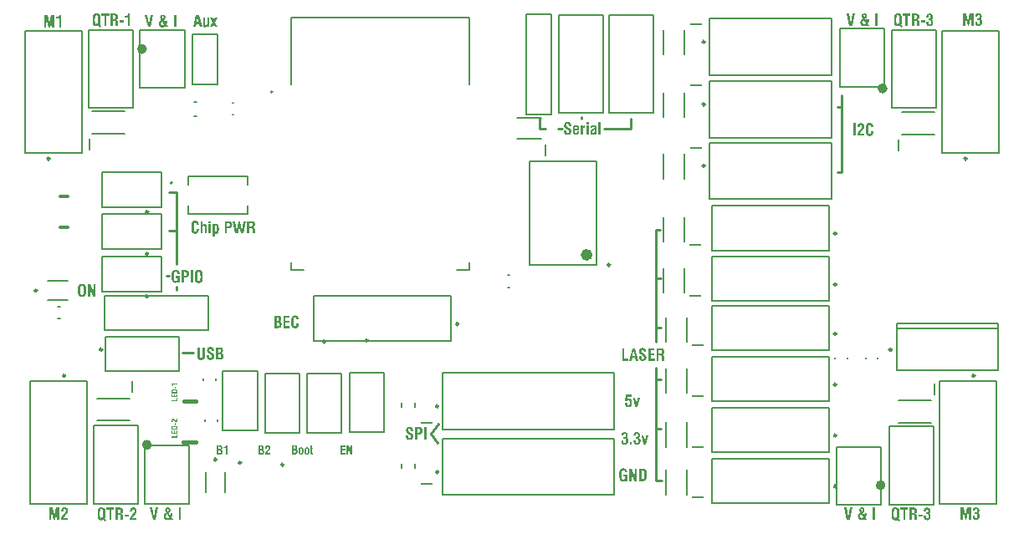
<source format=gto>
G04*
G04 #@! TF.GenerationSoftware,Altium Limited,Altium Designer,20.2.5 (213)*
G04*
G04 Layer_Color=65535*
%FSLAX44Y44*%
%MOMM*%
G71*
G04*
G04 #@! TF.SameCoordinates,141B8AC5-84E1-4BD6-917F-AD625E5865C0*
G04*
G04*
G04 #@! TF.FilePolarity,Positive*
G04*
G01*
G75*
%ADD10C,0.2000*%
%ADD11C,0.2500*%
%ADD12C,0.5000*%
%ADD13C,0.6000*%
%ADD14C,0.1270*%
%ADD15C,0.3000*%
%ADD16C,0.4000*%
%ADD17C,0.2540*%
%ADD18R,1.2000X0.2000*%
%ADD19R,0.2000X1.2000*%
G36*
X2072080Y1100293D02*
X2069680D01*
X2066403Y1109051D01*
X2066481Y1100293D01*
X2064277D01*
Y1112816D01*
X2066676D01*
X2069934Y1104057D01*
X2069875Y1112816D01*
X2072080D01*
Y1100293D01*
D02*
G37*
G36*
X2058737Y1113109D02*
X2059010Y1113089D01*
X2059341Y1113031D01*
X2059673Y1112972D01*
X2059985Y1112875D01*
X2060297Y1112758D01*
X2060336Y1112738D01*
X2060434Y1112680D01*
X2060570Y1112602D01*
X2060746Y1112465D01*
X2060961Y1112290D01*
X2061175Y1112075D01*
X2061390Y1111821D01*
X2061604Y1111529D01*
X2061624Y1111509D01*
X2061663Y1111412D01*
X2061741Y1111275D01*
X2061838Y1111080D01*
X2061936Y1110826D01*
X2062033Y1110514D01*
X2062111Y1110144D01*
X2062189Y1109734D01*
Y1109715D01*
Y1109676D01*
X2062209Y1109617D01*
X2062228Y1109520D01*
Y1109402D01*
X2062248Y1109246D01*
X2062267Y1109090D01*
X2062287Y1108895D01*
X2062307Y1108681D01*
X2062326Y1108427D01*
X2062345Y1108174D01*
Y1107900D01*
X2062365Y1107588D01*
X2062384Y1107257D01*
Y1106925D01*
Y1106554D01*
Y1106535D01*
Y1106476D01*
Y1106359D01*
Y1106223D01*
Y1106067D01*
Y1105872D01*
X2062365Y1105657D01*
Y1105423D01*
X2062345Y1104916D01*
X2062307Y1104389D01*
X2062248Y1103882D01*
X2062189Y1103394D01*
Y1103375D01*
Y1103336D01*
X2062170Y1103277D01*
X2062150Y1103199D01*
X2062111Y1102985D01*
X2062053Y1102731D01*
X2061955Y1102438D01*
X2061858Y1102126D01*
X2061741Y1101834D01*
X2061604Y1101580D01*
X2061585Y1101541D01*
X2061507Y1101443D01*
X2061390Y1101288D01*
X2061234Y1101112D01*
X2061039Y1100897D01*
X2060824Y1100702D01*
X2060570Y1100507D01*
X2060297Y1100351D01*
X2060258Y1100332D01*
X2060161Y1100293D01*
X2059985Y1100234D01*
X2059771Y1100176D01*
X2059478Y1100117D01*
X2059146Y1100059D01*
X2058756Y1100020D01*
X2058307Y1100000D01*
X2058112D01*
X2057878Y1100020D01*
X2057605Y1100039D01*
X2057274Y1100078D01*
X2056942Y1100156D01*
X2056630Y1100234D01*
X2056318Y1100351D01*
X2056279Y1100371D01*
X2056201Y1100429D01*
X2056045Y1100507D01*
X2055869Y1100644D01*
X2055674Y1100819D01*
X2055440Y1101034D01*
X2055225Y1101288D01*
X2055011Y1101580D01*
X2054991Y1101600D01*
X2054952Y1101697D01*
X2054874Y1101834D01*
X2054796Y1102029D01*
X2054699Y1102282D01*
X2054601Y1102595D01*
X2054504Y1102965D01*
X2054426Y1103375D01*
Y1103394D01*
Y1103433D01*
X2054406Y1103492D01*
Y1103589D01*
X2054386Y1103706D01*
X2054367Y1103862D01*
X2054348Y1104018D01*
Y1104214D01*
X2054328Y1104428D01*
X2054308Y1104682D01*
X2054289Y1104935D01*
X2054270Y1105228D01*
Y1105520D01*
X2054250Y1105852D01*
Y1106184D01*
Y1106554D01*
Y1106574D01*
Y1106652D01*
Y1106749D01*
Y1106886D01*
Y1107062D01*
X2054270Y1107257D01*
Y1107471D01*
Y1107705D01*
X2054289Y1108213D01*
X2054328Y1108739D01*
X2054367Y1109266D01*
X2054426Y1109734D01*
Y1109754D01*
X2054445Y1109793D01*
Y1109851D01*
X2054465Y1109929D01*
X2054504Y1110144D01*
X2054582Y1110397D01*
X2054660Y1110690D01*
X2054757Y1111002D01*
X2054874Y1111275D01*
X2055011Y1111529D01*
Y1111548D01*
X2055030Y1111568D01*
X2055108Y1111665D01*
X2055225Y1111821D01*
X2055381Y1111997D01*
X2055576Y1112212D01*
X2055791Y1112407D01*
X2056045Y1112602D01*
X2056318Y1112758D01*
X2056357Y1112777D01*
X2056454Y1112816D01*
X2056630Y1112875D01*
X2056844Y1112953D01*
X2057137Y1113011D01*
X2057488Y1113070D01*
X2057878Y1113109D01*
X2058307Y1113128D01*
X2058503D01*
X2058737Y1113109D01*
D02*
G37*
G36*
X2855640Y1276109D02*
X2855796Y1276089D01*
X2855971Y1276070D01*
X2856381Y1276011D01*
X2856830Y1275894D01*
X2857278Y1275719D01*
X2857512Y1275602D01*
X2857708Y1275465D01*
X2857903Y1275309D01*
X2858078Y1275134D01*
X2858098Y1275114D01*
X2858117Y1275095D01*
X2858156Y1275036D01*
X2858215Y1274938D01*
X2858273Y1274841D01*
X2858351Y1274704D01*
X2858429Y1274548D01*
X2858527Y1274373D01*
X2858605Y1274158D01*
X2858683Y1273924D01*
X2858761Y1273651D01*
X2858819Y1273378D01*
X2858878Y1273066D01*
X2858936Y1272715D01*
X2858956Y1272344D01*
X2858976Y1271954D01*
X2856713D01*
Y1272246D01*
Y1272266D01*
Y1272285D01*
Y1272422D01*
X2856693Y1272598D01*
X2856674Y1272812D01*
X2856635Y1273066D01*
X2856576Y1273319D01*
X2856498Y1273553D01*
X2856381Y1273768D01*
X2856361Y1273788D01*
X2856322Y1273846D01*
X2856245Y1273924D01*
X2856127Y1274022D01*
X2855991Y1274119D01*
X2855815Y1274197D01*
X2855601Y1274256D01*
X2855367Y1274275D01*
X2855327D01*
X2855230Y1274256D01*
X2855093Y1274236D01*
X2854918Y1274197D01*
X2854723Y1274100D01*
X2854547Y1273982D01*
X2854372Y1273807D01*
X2854235Y1273573D01*
X2854216Y1273534D01*
Y1273495D01*
X2854196Y1273417D01*
X2854177Y1273319D01*
X2854138Y1273183D01*
X2854118Y1273027D01*
X2854099Y1272832D01*
X2854059Y1272617D01*
X2854040Y1272344D01*
X2854021Y1272032D01*
X2853982Y1271681D01*
X2853962Y1271271D01*
Y1270822D01*
X2853943Y1270315D01*
Y1269750D01*
Y1269710D01*
Y1269613D01*
Y1269437D01*
Y1269203D01*
Y1268950D01*
X2853962Y1268638D01*
Y1268306D01*
X2853982Y1267974D01*
X2854021Y1267253D01*
X2854040Y1266921D01*
X2854059Y1266589D01*
X2854099Y1266297D01*
X2854138Y1266024D01*
X2854177Y1265809D01*
X2854235Y1265633D01*
X2854254Y1265594D01*
X2854294Y1265516D01*
X2854372Y1265399D01*
X2854489Y1265282D01*
X2854645Y1265146D01*
X2854840Y1265029D01*
X2855074Y1264951D01*
X2855367Y1264912D01*
X2855503D01*
X2855640Y1264951D01*
X2855796Y1264990D01*
X2855971Y1265048D01*
X2856166Y1265146D01*
X2856322Y1265282D01*
X2856459Y1265477D01*
X2856479Y1265497D01*
X2856518Y1265594D01*
X2856556Y1265731D01*
X2856615Y1265946D01*
X2856674Y1266238D01*
X2856693Y1266414D01*
X2856732Y1266609D01*
X2856752Y1266823D01*
Y1267057D01*
X2856771Y1267311D01*
Y1267584D01*
Y1267760D01*
X2859034D01*
Y1267740D01*
Y1267701D01*
Y1267604D01*
Y1267506D01*
Y1267487D01*
Y1267428D01*
Y1267350D01*
Y1267272D01*
Y1267253D01*
Y1267175D01*
Y1267057D01*
X2859014Y1266921D01*
Y1266726D01*
X2858995Y1266531D01*
X2858956Y1266297D01*
X2858917Y1266043D01*
X2858819Y1265516D01*
X2858644Y1264990D01*
X2858429Y1264482D01*
X2858273Y1264248D01*
X2858117Y1264034D01*
X2858098Y1264014D01*
X2858078Y1263995D01*
X2858019Y1263936D01*
X2857942Y1263878D01*
X2857844Y1263800D01*
X2857727Y1263702D01*
X2857590Y1263605D01*
X2857434Y1263527D01*
X2857239Y1263429D01*
X2857044Y1263332D01*
X2856810Y1263234D01*
X2856556Y1263156D01*
X2856283Y1263098D01*
X2855991Y1263039D01*
X2855679Y1263019D01*
X2855327Y1263000D01*
X2855172D01*
X2855015Y1263019D01*
X2854801Y1263039D01*
X2854567Y1263058D01*
X2854294Y1263098D01*
X2854040Y1263156D01*
X2853787Y1263234D01*
X2853767Y1263254D01*
X2853689Y1263273D01*
X2853553Y1263332D01*
X2853416Y1263410D01*
X2853240Y1263507D01*
X2853045Y1263624D01*
X2852870Y1263761D01*
X2852694Y1263936D01*
X2852675Y1263975D01*
X2852596Y1264053D01*
X2852480Y1264209D01*
X2852343Y1264405D01*
X2852187Y1264658D01*
X2852050Y1264970D01*
X2851914Y1265321D01*
X2851797Y1265731D01*
Y1265751D01*
X2851777Y1265789D01*
Y1265848D01*
X2851758Y1265946D01*
X2851738Y1266082D01*
X2851719Y1266238D01*
X2851699Y1266433D01*
X2851680Y1266648D01*
X2851641Y1266901D01*
X2851621Y1267194D01*
X2851602Y1267526D01*
X2851582Y1267896D01*
X2851562Y1268286D01*
Y1268716D01*
X2851543Y1269203D01*
Y1269710D01*
Y1269730D01*
Y1269789D01*
Y1269905D01*
Y1270023D01*
Y1270198D01*
Y1270374D01*
X2851562Y1270588D01*
Y1270822D01*
X2851582Y1271310D01*
X2851602Y1271817D01*
X2851641Y1272324D01*
X2851680Y1272773D01*
Y1272793D01*
Y1272832D01*
X2851699Y1272890D01*
X2851719Y1272968D01*
X2851738Y1273163D01*
X2851797Y1273417D01*
X2851875Y1273690D01*
X2851953Y1273982D01*
X2852050Y1274256D01*
X2852167Y1274490D01*
Y1274509D01*
X2852187Y1274529D01*
X2852265Y1274626D01*
X2852362Y1274782D01*
X2852519Y1274977D01*
X2852694Y1275173D01*
X2852909Y1275387D01*
X2853143Y1275582D01*
X2853416Y1275738D01*
X2853455Y1275758D01*
X2853553Y1275797D01*
X2853708Y1275855D01*
X2853943Y1275933D01*
X2854216Y1276011D01*
X2854528Y1276070D01*
X2854918Y1276109D01*
X2855327Y1276128D01*
X2855503D01*
X2855640Y1276109D01*
D02*
G37*
G36*
X2846881Y1275875D02*
X2847018D01*
X2847193Y1275855D01*
X2847564Y1275797D01*
X2847973Y1275699D01*
X2848402Y1275543D01*
X2848793Y1275329D01*
X2848988Y1275211D01*
X2849163Y1275055D01*
X2849183D01*
X2849202Y1275016D01*
X2849300Y1274899D01*
X2849456Y1274724D01*
X2849612Y1274451D01*
X2849768Y1274119D01*
X2849924Y1273709D01*
X2850022Y1273241D01*
X2850061Y1272968D01*
Y1272695D01*
Y1272656D01*
Y1272578D01*
Y1272441D01*
X2850041Y1272266D01*
X2850022Y1272051D01*
X2849983Y1271817D01*
X2849885Y1271349D01*
Y1271330D01*
X2849865Y1271252D01*
X2849826Y1271134D01*
X2849768Y1270978D01*
X2849690Y1270803D01*
X2849612Y1270608D01*
X2849397Y1270198D01*
X2849378Y1270179D01*
X2849339Y1270120D01*
X2849261Y1270023D01*
X2849163Y1269866D01*
X2849007Y1269671D01*
X2848793Y1269437D01*
X2848539Y1269164D01*
X2848227Y1268833D01*
X2848207Y1268813D01*
X2848149Y1268755D01*
X2848071Y1268677D01*
X2847954Y1268559D01*
X2847720Y1268326D01*
X2847603Y1268208D01*
X2847505Y1268091D01*
X2847486Y1268072D01*
X2847427Y1268013D01*
X2847330Y1267896D01*
X2847213Y1267760D01*
X2847076Y1267604D01*
X2846920Y1267428D01*
X2846588Y1266999D01*
X2846218Y1266531D01*
X2845886Y1266082D01*
X2845750Y1265848D01*
X2845633Y1265653D01*
X2845535Y1265458D01*
X2845476Y1265302D01*
X2849904D01*
Y1263293D01*
X2843097D01*
Y1263312D01*
Y1263332D01*
Y1263410D01*
Y1263488D01*
Y1263507D01*
Y1263566D01*
Y1263624D01*
Y1263683D01*
Y1263702D01*
Y1263741D01*
Y1263819D01*
X2843116Y1263936D01*
Y1264053D01*
X2843135Y1264209D01*
X2843155Y1264385D01*
X2843175Y1264580D01*
X2843233Y1264990D01*
X2843350Y1265458D01*
X2843487Y1265946D01*
X2843682Y1266453D01*
Y1266472D01*
X2843701Y1266511D01*
X2843740Y1266589D01*
X2843799Y1266687D01*
X2843857Y1266804D01*
X2843935Y1266940D01*
X2844130Y1267272D01*
X2844384Y1267662D01*
X2844696Y1268091D01*
X2845047Y1268559D01*
X2845476Y1269028D01*
X2845496Y1269047D01*
X2845515Y1269067D01*
X2845574Y1269125D01*
X2845652Y1269203D01*
X2845750Y1269281D01*
X2845847Y1269398D01*
X2846140Y1269671D01*
X2846179Y1269710D01*
X2846276Y1269789D01*
X2846413Y1269925D01*
X2846569Y1270101D01*
X2846939Y1270471D01*
X2847096Y1270666D01*
X2847213Y1270822D01*
X2847232Y1270842D01*
X2847252Y1270881D01*
X2847291Y1270959D01*
X2847349Y1271057D01*
X2847408Y1271173D01*
X2847466Y1271310D01*
X2847564Y1271622D01*
Y1271642D01*
X2847583Y1271700D01*
X2847603Y1271778D01*
X2847642Y1271915D01*
X2847661Y1272051D01*
X2847681Y1272207D01*
X2847700Y1272598D01*
Y1272636D01*
Y1272734D01*
X2847681Y1272871D01*
X2847661Y1273046D01*
X2847622Y1273222D01*
X2847583Y1273417D01*
X2847505Y1273612D01*
X2847408Y1273768D01*
X2847388Y1273788D01*
X2847349Y1273827D01*
X2847291Y1273885D01*
X2847193Y1273963D01*
X2847057Y1274041D01*
X2846920Y1274100D01*
X2846744Y1274139D01*
X2846530Y1274158D01*
X2846432D01*
X2846315Y1274139D01*
X2846179Y1274100D01*
X2846023Y1274041D01*
X2845886Y1273943D01*
X2845730Y1273827D01*
X2845613Y1273670D01*
X2845593Y1273651D01*
X2845574Y1273573D01*
X2845535Y1273475D01*
X2845476Y1273300D01*
X2845418Y1273105D01*
X2845379Y1272832D01*
X2845359Y1272539D01*
X2845340Y1272168D01*
Y1272129D01*
Y1272051D01*
Y1271954D01*
Y1271876D01*
Y1271856D01*
Y1271817D01*
Y1271700D01*
X2843175D01*
Y1271720D01*
Y1271759D01*
Y1271817D01*
X2843155Y1271915D01*
Y1271934D01*
Y1271993D01*
Y1272051D01*
Y1272110D01*
Y1272129D01*
Y1272188D01*
Y1272305D01*
X2843175Y1272441D01*
Y1272598D01*
X2843194Y1272773D01*
X2843253Y1273202D01*
X2843350Y1273670D01*
X2843506Y1274158D01*
X2843701Y1274607D01*
X2843838Y1274802D01*
X2843974Y1274977D01*
X2843994Y1274997D01*
X2844013Y1275016D01*
X2844072Y1275055D01*
X2844130Y1275114D01*
X2844228Y1275192D01*
X2844326Y1275270D01*
X2844462Y1275348D01*
X2844618Y1275446D01*
X2844794Y1275524D01*
X2844989Y1275602D01*
X2845203Y1275680D01*
X2845437Y1275758D01*
X2845691Y1275816D01*
X2845984Y1275855D01*
X2846276Y1275894D01*
X2846764D01*
X2846881Y1275875D01*
D02*
G37*
G36*
X2841341Y1263293D02*
X2839000D01*
Y1275816D01*
X2841341D01*
Y1263293D01*
D02*
G37*
G36*
X2332041Y940000D02*
X2330241D01*
X2327783Y946569D01*
X2327842Y940000D01*
X2326189D01*
Y949393D01*
X2327988D01*
X2330432Y942824D01*
X2330388Y949393D01*
X2332041D01*
Y940000D01*
D02*
G37*
G36*
X2324828Y947827D02*
X2321741D01*
Y945662D01*
X2324609D01*
Y944170D01*
X2321741D01*
Y941580D01*
X2324901D01*
Y940000D01*
X2320000D01*
Y949393D01*
X2324828D01*
Y947827D01*
D02*
G37*
G36*
X2274014Y949568D02*
X2274116D01*
X2274219Y949554D01*
X2274497Y949510D01*
X2274789Y949451D01*
X2275082Y949349D01*
X2275360Y949202D01*
X2275491Y949115D01*
X2275609Y949012D01*
X2275638Y948983D01*
X2275696Y948910D01*
X2275799Y948778D01*
X2275916Y948588D01*
X2276018Y948354D01*
X2276121Y948047D01*
X2276179Y947696D01*
X2276208Y947286D01*
Y947271D01*
Y947242D01*
Y947198D01*
Y947125D01*
X2276194Y946964D01*
X2276179Y946759D01*
X2276135Y946525D01*
X2276091Y946276D01*
X2276018Y946042D01*
X2275916Y945837D01*
X2275901Y945823D01*
X2275857Y945750D01*
X2275799Y945677D01*
X2275696Y945574D01*
X2275579Y945457D01*
X2275418Y945369D01*
X2275243Y945282D01*
X2275038Y945223D01*
X2275067D01*
X2275140Y945194D01*
X2275272Y945164D01*
X2275418Y945106D01*
X2275579Y945018D01*
X2275755Y944916D01*
X2275916Y944755D01*
X2276062Y944565D01*
X2276077Y944535D01*
X2276121Y944462D01*
X2276179Y944345D01*
X2276252Y944170D01*
X2276326Y943950D01*
X2276384Y943701D01*
X2276428Y943409D01*
X2276443Y943072D01*
Y943058D01*
Y943014D01*
Y942926D01*
X2276428Y942824D01*
Y942707D01*
X2276413Y942560D01*
X2276384Y942414D01*
X2276369Y942238D01*
X2276296Y941887D01*
X2276179Y941522D01*
X2276018Y941170D01*
X2275930Y941024D01*
X2275813Y940878D01*
X2275784Y940849D01*
X2275740Y940819D01*
X2275696Y940775D01*
X2275623Y940717D01*
X2275550Y940658D01*
X2275448Y940600D01*
X2275331Y940541D01*
X2275199Y940468D01*
X2275053Y940410D01*
X2274892Y940351D01*
X2274716Y940293D01*
X2274526Y940249D01*
X2274321Y940219D01*
X2274102Y940205D01*
X2273853Y940190D01*
X2271000D01*
Y949583D01*
X2273926D01*
X2274014Y949568D01*
D02*
G37*
G36*
X2291380Y947242D02*
X2292053D01*
Y946028D01*
X2291380D01*
Y942794D01*
Y942312D01*
Y942282D01*
Y942224D01*
Y942121D01*
X2291395Y942004D01*
X2291409Y941887D01*
X2291424Y941770D01*
X2291453Y941668D01*
X2291483Y941595D01*
X2291497Y941565D01*
X2291570Y941522D01*
X2291614Y941492D01*
X2291687Y941478D01*
X2291761Y941448D01*
X2292053D01*
Y940190D01*
X2291995D01*
X2291922Y940176D01*
X2291848D01*
X2291658Y940161D01*
X2291570Y940146D01*
X2291380D01*
X2291278Y940132D01*
X2291044D01*
X2290897Y940146D01*
X2290722Y940176D01*
X2290546Y940205D01*
X2290356Y940263D01*
X2290181Y940351D01*
X2290049Y940453D01*
X2290034Y940468D01*
X2290005Y940527D01*
X2289946Y940614D01*
X2289902Y940746D01*
X2289844Y940922D01*
X2289785Y941156D01*
X2289771Y941288D01*
X2289756Y941434D01*
X2289742Y941609D01*
Y941785D01*
Y946028D01*
X2289098D01*
Y947242D01*
X2289742D01*
Y949173D01*
X2291380D01*
Y947242D01*
D02*
G37*
G36*
X2286157Y947418D02*
X2286274Y947403D01*
X2286406Y947388D01*
X2286698Y947330D01*
X2287020Y947242D01*
X2287342Y947096D01*
X2287503Y947008D01*
X2287635Y946891D01*
X2287766Y946774D01*
X2287883Y946628D01*
Y946613D01*
X2287913Y946584D01*
X2287942Y946540D01*
X2287971Y946467D01*
X2288015Y946379D01*
X2288059Y946262D01*
X2288103Y946130D01*
X2288161Y945969D01*
X2288220Y945779D01*
X2288264Y945560D01*
X2288308Y945325D01*
X2288352Y945062D01*
X2288396Y944770D01*
X2288410Y944448D01*
X2288439Y944082D01*
Y943701D01*
Y943672D01*
Y943614D01*
Y943497D01*
X2288425Y943350D01*
Y943189D01*
X2288410Y942985D01*
X2288396Y942765D01*
X2288366Y942531D01*
X2288308Y942048D01*
X2288205Y941565D01*
X2288147Y941346D01*
X2288074Y941126D01*
X2287986Y940936D01*
X2287883Y940775D01*
Y940761D01*
X2287854Y940746D01*
X2287825Y940702D01*
X2287781Y940658D01*
X2287708Y940600D01*
X2287635Y940527D01*
X2287547Y940453D01*
X2287430Y940395D01*
X2287313Y940322D01*
X2287167Y940249D01*
X2287006Y940176D01*
X2286830Y940117D01*
X2286640Y940073D01*
X2286420Y940029D01*
X2286186Y940015D01*
X2285938Y940000D01*
X2285806D01*
X2285718Y940015D01*
X2285601Y940029D01*
X2285470Y940044D01*
X2285177Y940102D01*
X2284855Y940190D01*
X2284548Y940322D01*
X2284387Y940410D01*
X2284255Y940527D01*
X2284124Y940644D01*
X2284006Y940775D01*
Y940790D01*
X2283977Y940819D01*
X2283963Y940863D01*
X2283919Y940936D01*
X2283875Y941024D01*
X2283831Y941141D01*
X2283787Y941273D01*
X2283743Y941434D01*
X2283685Y941624D01*
X2283641Y941843D01*
X2283597Y942077D01*
X2283553Y942341D01*
X2283509Y942634D01*
X2283494Y942970D01*
X2283465Y943321D01*
Y943701D01*
Y943731D01*
Y943789D01*
Y943906D01*
X2283480Y944053D01*
Y944228D01*
X2283494Y944418D01*
X2283509Y944638D01*
X2283538Y944872D01*
X2283597Y945355D01*
X2283699Y945837D01*
X2283758Y946072D01*
X2283831Y946276D01*
X2283919Y946467D01*
X2284006Y946628D01*
Y946642D01*
X2284036Y946657D01*
X2284109Y946759D01*
X2284182Y946818D01*
X2284255Y946876D01*
X2284343Y946949D01*
X2284460Y947037D01*
X2284577Y947110D01*
X2284723Y947184D01*
X2284884Y947242D01*
X2285060Y947301D01*
X2285250Y947359D01*
X2285455Y947403D01*
X2285689Y947418D01*
X2285938Y947432D01*
X2286069D01*
X2286157Y947418D01*
D02*
G37*
G36*
X2280188D02*
X2280305Y947403D01*
X2280437Y947388D01*
X2280729Y947330D01*
X2281051Y947242D01*
X2281373Y947096D01*
X2281534Y947008D01*
X2281666Y946891D01*
X2281797Y946774D01*
X2281914Y946628D01*
Y946613D01*
X2281944Y946584D01*
X2281973Y946540D01*
X2282002Y946467D01*
X2282046Y946379D01*
X2282090Y946262D01*
X2282134Y946130D01*
X2282192Y945969D01*
X2282251Y945779D01*
X2282295Y945560D01*
X2282339Y945325D01*
X2282383Y945062D01*
X2282426Y944770D01*
X2282441Y944448D01*
X2282470Y944082D01*
Y943701D01*
Y943672D01*
Y943614D01*
Y943497D01*
X2282456Y943350D01*
Y943189D01*
X2282441Y942985D01*
X2282426Y942765D01*
X2282397Y942531D01*
X2282339Y942048D01*
X2282236Y941565D01*
X2282178Y941346D01*
X2282104Y941126D01*
X2282017Y940936D01*
X2281914Y940775D01*
Y940761D01*
X2281885Y940746D01*
X2281856Y940702D01*
X2281812Y940658D01*
X2281739Y940600D01*
X2281666Y940527D01*
X2281578Y940453D01*
X2281461Y940395D01*
X2281344Y940322D01*
X2281197Y940249D01*
X2281037Y940176D01*
X2280861Y940117D01*
X2280671Y940073D01*
X2280451Y940029D01*
X2280217Y940015D01*
X2279968Y940000D01*
X2279837D01*
X2279749Y940015D01*
X2279632Y940029D01*
X2279500Y940044D01*
X2279208Y940102D01*
X2278886Y940190D01*
X2278579Y940322D01*
X2278418Y940410D01*
X2278286Y940527D01*
X2278154Y940644D01*
X2278037Y940775D01*
Y940790D01*
X2278008Y940819D01*
X2277993Y940863D01*
X2277949Y940936D01*
X2277906Y941024D01*
X2277862Y941141D01*
X2277818Y941273D01*
X2277774Y941434D01*
X2277715Y941624D01*
X2277672Y941843D01*
X2277628Y942077D01*
X2277584Y942341D01*
X2277540Y942634D01*
X2277525Y942970D01*
X2277496Y943321D01*
Y943701D01*
Y943731D01*
Y943789D01*
Y943906D01*
X2277511Y944053D01*
Y944228D01*
X2277525Y944418D01*
X2277540Y944638D01*
X2277569Y944872D01*
X2277628Y945355D01*
X2277730Y945837D01*
X2277789Y946072D01*
X2277862Y946276D01*
X2277949Y946467D01*
X2278037Y946628D01*
Y946642D01*
X2278067Y946657D01*
X2278140Y946759D01*
X2278213Y946818D01*
X2278286Y946876D01*
X2278374Y946949D01*
X2278491Y947037D01*
X2278608Y947110D01*
X2278754Y947184D01*
X2278915Y947242D01*
X2279091Y947301D01*
X2279281Y947359D01*
X2279486Y947403D01*
X2279720Y947418D01*
X2279968Y947432D01*
X2280100D01*
X2280188Y947418D01*
D02*
G37*
G36*
X2246498Y949437D02*
X2246601D01*
X2246732Y949422D01*
X2247010Y949378D01*
X2247318Y949305D01*
X2247639Y949188D01*
X2247932Y949027D01*
X2248078Y948939D01*
X2248210Y948822D01*
X2248225D01*
X2248239Y948793D01*
X2248312Y948705D01*
X2248429Y948573D01*
X2248546Y948369D01*
X2248663Y948120D01*
X2248781Y947813D01*
X2248854Y947461D01*
X2248883Y947257D01*
Y947052D01*
Y947023D01*
Y946964D01*
Y946862D01*
X2248868Y946730D01*
X2248854Y946569D01*
X2248824Y946394D01*
X2248751Y946042D01*
Y946028D01*
X2248737Y945969D01*
X2248707Y945881D01*
X2248663Y945764D01*
X2248605Y945633D01*
X2248546Y945486D01*
X2248385Y945179D01*
X2248371Y945164D01*
X2248342Y945121D01*
X2248283Y945048D01*
X2248210Y944930D01*
X2248093Y944784D01*
X2247932Y944609D01*
X2247742Y944404D01*
X2247508Y944155D01*
X2247493Y944140D01*
X2247449Y944097D01*
X2247391Y944038D01*
X2247303Y943950D01*
X2247127Y943775D01*
X2247039Y943687D01*
X2246966Y943599D01*
X2246952Y943584D01*
X2246908Y943541D01*
X2246835Y943453D01*
X2246747Y943350D01*
X2246644Y943233D01*
X2246528Y943102D01*
X2246279Y942780D01*
X2246001Y942429D01*
X2245752Y942092D01*
X2245650Y941917D01*
X2245562Y941770D01*
X2245489Y941624D01*
X2245445Y941507D01*
X2248766D01*
Y940000D01*
X2243660D01*
Y940015D01*
Y940029D01*
Y940088D01*
Y940146D01*
Y940161D01*
Y940205D01*
Y940249D01*
Y940293D01*
Y940307D01*
Y940337D01*
Y940395D01*
X2243675Y940483D01*
Y940571D01*
X2243689Y940688D01*
X2243704Y940819D01*
X2243718Y940966D01*
X2243762Y941273D01*
X2243850Y941624D01*
X2243952Y941990D01*
X2244099Y942370D01*
Y942385D01*
X2244113Y942414D01*
X2244143Y942473D01*
X2244187Y942546D01*
X2244230Y942634D01*
X2244289Y942736D01*
X2244435Y942985D01*
X2244626Y943277D01*
X2244860Y943599D01*
X2245123Y943950D01*
X2245445Y944301D01*
X2245459Y944316D01*
X2245474Y944331D01*
X2245518Y944374D01*
X2245576Y944433D01*
X2245650Y944492D01*
X2245723Y944579D01*
X2245942Y944784D01*
X2245972Y944813D01*
X2246045Y944872D01*
X2246147Y944974D01*
X2246264Y945106D01*
X2246542Y945384D01*
X2246659Y945530D01*
X2246747Y945647D01*
X2246762Y945662D01*
X2246776Y945691D01*
X2246806Y945750D01*
X2246849Y945823D01*
X2246893Y945911D01*
X2246937Y946013D01*
X2247010Y946247D01*
Y946262D01*
X2247025Y946306D01*
X2247039Y946364D01*
X2247069Y946467D01*
X2247083Y946569D01*
X2247098Y946686D01*
X2247113Y946979D01*
Y947008D01*
Y947081D01*
X2247098Y947184D01*
X2247083Y947315D01*
X2247054Y947447D01*
X2247025Y947593D01*
X2246966Y947739D01*
X2246893Y947857D01*
X2246879Y947871D01*
X2246849Y947900D01*
X2246806Y947944D01*
X2246732Y948003D01*
X2246630Y948061D01*
X2246528Y948105D01*
X2246396Y948135D01*
X2246235Y948149D01*
X2246162D01*
X2246074Y948135D01*
X2245972Y948105D01*
X2245854Y948061D01*
X2245752Y947988D01*
X2245635Y947900D01*
X2245547Y947783D01*
X2245533Y947769D01*
X2245518Y947710D01*
X2245489Y947637D01*
X2245445Y947505D01*
X2245401Y947359D01*
X2245372Y947154D01*
X2245357Y946935D01*
X2245342Y946657D01*
Y946628D01*
Y946569D01*
Y946496D01*
Y946437D01*
Y946423D01*
Y946394D01*
Y946306D01*
X2243718D01*
Y946320D01*
Y946350D01*
Y946394D01*
X2243704Y946467D01*
Y946481D01*
Y946525D01*
Y946569D01*
Y946613D01*
Y946628D01*
Y946672D01*
Y946759D01*
X2243718Y946862D01*
Y946979D01*
X2243733Y947110D01*
X2243777Y947432D01*
X2243850Y947783D01*
X2243967Y948149D01*
X2244113Y948486D01*
X2244216Y948632D01*
X2244318Y948764D01*
X2244333Y948778D01*
X2244348Y948793D01*
X2244391Y948822D01*
X2244435Y948866D01*
X2244509Y948924D01*
X2244582Y948983D01*
X2244684Y949042D01*
X2244801Y949115D01*
X2244933Y949173D01*
X2245079Y949232D01*
X2245240Y949290D01*
X2245416Y949349D01*
X2245606Y949393D01*
X2245825Y949422D01*
X2246045Y949451D01*
X2246410D01*
X2246498Y949437D01*
D02*
G37*
G36*
X2240149Y949378D02*
X2240251D01*
X2240354Y949363D01*
X2240631Y949320D01*
X2240924Y949261D01*
X2241217Y949159D01*
X2241495Y949012D01*
X2241626Y948924D01*
X2241743Y948822D01*
X2241773Y948793D01*
X2241831Y948720D01*
X2241933Y948588D01*
X2242051Y948398D01*
X2242153Y948164D01*
X2242255Y947857D01*
X2242314Y947505D01*
X2242343Y947096D01*
Y947081D01*
Y947052D01*
Y947008D01*
Y946935D01*
X2242329Y946774D01*
X2242314Y946569D01*
X2242270Y946335D01*
X2242226Y946086D01*
X2242153Y945852D01*
X2242051Y945647D01*
X2242036Y945633D01*
X2241992Y945560D01*
X2241933Y945486D01*
X2241831Y945384D01*
X2241714Y945267D01*
X2241553Y945179D01*
X2241378Y945091D01*
X2241173Y945033D01*
X2241202D01*
X2241275Y945004D01*
X2241407Y944974D01*
X2241553Y944916D01*
X2241714Y944828D01*
X2241890Y944726D01*
X2242051Y944565D01*
X2242197Y944374D01*
X2242211Y944345D01*
X2242255Y944272D01*
X2242314Y944155D01*
X2242387Y943979D01*
X2242460Y943760D01*
X2242519Y943511D01*
X2242563Y943219D01*
X2242577Y942882D01*
Y942868D01*
Y942824D01*
Y942736D01*
X2242563Y942634D01*
Y942516D01*
X2242548Y942370D01*
X2242519Y942224D01*
X2242504Y942048D01*
X2242431Y941697D01*
X2242314Y941331D01*
X2242153Y940980D01*
X2242065Y940834D01*
X2241948Y940688D01*
X2241919Y940658D01*
X2241875Y940629D01*
X2241831Y940585D01*
X2241758Y940527D01*
X2241685Y940468D01*
X2241582Y940410D01*
X2241465Y940351D01*
X2241334Y940278D01*
X2241187Y940219D01*
X2241026Y940161D01*
X2240851Y940102D01*
X2240661Y940059D01*
X2240456Y940029D01*
X2240236Y940015D01*
X2239988Y940000D01*
X2237135D01*
Y949393D01*
X2240061D01*
X2240149Y949378D01*
D02*
G37*
G36*
X2205285Y940000D02*
X2203632D01*
Y946613D01*
X2201554D01*
Y947725D01*
X2201671D01*
X2201745Y947739D01*
X2201832D01*
X2201949Y947754D01*
X2202213Y947798D01*
X2202491Y947857D01*
X2202783Y947930D01*
X2203076Y948047D01*
X2203339Y948193D01*
X2203354D01*
X2203369Y948208D01*
X2203442Y948281D01*
X2203559Y948369D01*
X2203690Y948515D01*
X2203822Y948690D01*
X2203939Y948910D01*
X2204042Y949159D01*
X2204115Y949451D01*
X2205285D01*
Y940000D01*
D02*
G37*
G36*
X2198014Y949378D02*
X2198116D01*
X2198219Y949363D01*
X2198497Y949320D01*
X2198789Y949261D01*
X2199082Y949159D01*
X2199360Y949012D01*
X2199491Y948924D01*
X2199609Y948822D01*
X2199638Y948793D01*
X2199696Y948720D01*
X2199799Y948588D01*
X2199916Y948398D01*
X2200018Y948164D01*
X2200121Y947857D01*
X2200179Y947505D01*
X2200208Y947096D01*
Y947081D01*
Y947052D01*
Y947008D01*
Y946935D01*
X2200194Y946774D01*
X2200179Y946569D01*
X2200135Y946335D01*
X2200091Y946086D01*
X2200018Y945852D01*
X2199916Y945647D01*
X2199901Y945633D01*
X2199857Y945560D01*
X2199799Y945486D01*
X2199696Y945384D01*
X2199579Y945267D01*
X2199418Y945179D01*
X2199243Y945091D01*
X2199038Y945033D01*
X2199067D01*
X2199140Y945004D01*
X2199272Y944974D01*
X2199418Y944916D01*
X2199579Y944828D01*
X2199755Y944726D01*
X2199916Y944565D01*
X2200062Y944374D01*
X2200077Y944345D01*
X2200121Y944272D01*
X2200179Y944155D01*
X2200252Y943979D01*
X2200325Y943760D01*
X2200384Y943511D01*
X2200428Y943219D01*
X2200443Y942882D01*
Y942868D01*
Y942824D01*
Y942736D01*
X2200428Y942634D01*
Y942516D01*
X2200413Y942370D01*
X2200384Y942224D01*
X2200369Y942048D01*
X2200296Y941697D01*
X2200179Y941331D01*
X2200018Y940980D01*
X2199930Y940834D01*
X2199813Y940688D01*
X2199784Y940658D01*
X2199740Y940629D01*
X2199696Y940585D01*
X2199623Y940527D01*
X2199550Y940468D01*
X2199448Y940410D01*
X2199331Y940351D01*
X2199199Y940278D01*
X2199053Y940219D01*
X2198892Y940161D01*
X2198716Y940102D01*
X2198526Y940059D01*
X2198321Y940029D01*
X2198102Y940015D01*
X2197853Y940000D01*
X2195000D01*
Y949393D01*
X2197926D01*
X2198014Y949378D01*
D02*
G37*
G36*
X2150513Y976188D02*
X2150621Y976179D01*
X2150738Y976159D01*
X2150972Y976110D01*
X2150981D01*
X2151021Y976101D01*
X2151079Y976081D01*
X2151157Y976052D01*
X2151245Y976013D01*
X2151342Y975974D01*
X2151547Y975867D01*
X2151557Y975857D01*
X2151586Y975837D01*
X2151635Y975798D01*
X2151713Y975750D01*
X2151811Y975671D01*
X2151928Y975564D01*
X2152064Y975437D01*
X2152230Y975281D01*
X2152240Y975272D01*
X2152269Y975242D01*
X2152308Y975203D01*
X2152366Y975145D01*
X2152484Y975028D01*
X2152542Y974969D01*
X2152601Y974921D01*
X2152610Y974911D01*
X2152640Y974882D01*
X2152698Y974833D01*
X2152766Y974774D01*
X2152845Y974706D01*
X2152932Y974628D01*
X2153147Y974462D01*
X2153381Y974277D01*
X2153605Y974111D01*
X2153722Y974043D01*
X2153820Y973984D01*
X2153917Y973935D01*
X2153995Y973906D01*
Y976120D01*
X2155000D01*
Y972716D01*
X2154990D01*
X2154980D01*
X2154942D01*
X2154902D01*
X2154893D01*
X2154863D01*
X2154834D01*
X2154805D01*
X2154795D01*
X2154776D01*
X2154737D01*
X2154678Y972726D01*
X2154620D01*
X2154542Y972736D01*
X2154454Y972745D01*
X2154356Y972755D01*
X2154151Y972784D01*
X2153917Y972843D01*
X2153674Y972911D01*
X2153420Y973009D01*
X2153410D01*
X2153391Y973018D01*
X2153352Y973038D01*
X2153303Y973067D01*
X2153244Y973097D01*
X2153176Y973136D01*
X2153010Y973233D01*
X2152815Y973360D01*
X2152601Y973516D01*
X2152366Y973691D01*
X2152132Y973906D01*
X2152123Y973916D01*
X2152113Y973926D01*
X2152084Y973955D01*
X2152045Y973994D01*
X2152006Y974043D01*
X2151947Y974091D01*
X2151811Y974238D01*
X2151791Y974257D01*
X2151752Y974306D01*
X2151684Y974374D01*
X2151596Y974452D01*
X2151411Y974638D01*
X2151313Y974716D01*
X2151235Y974774D01*
X2151225Y974784D01*
X2151206Y974794D01*
X2151167Y974813D01*
X2151118Y974842D01*
X2151060Y974872D01*
X2150991Y974901D01*
X2150835Y974950D01*
X2150826D01*
X2150796Y974959D01*
X2150757Y974969D01*
X2150689Y974989D01*
X2150621Y974998D01*
X2150543Y975008D01*
X2150347Y975018D01*
X2150328D01*
X2150279D01*
X2150211Y975008D01*
X2150123Y974998D01*
X2150035Y974979D01*
X2149938Y974959D01*
X2149840Y974921D01*
X2149762Y974872D01*
X2149753Y974862D01*
X2149733Y974842D01*
X2149704Y974813D01*
X2149665Y974764D01*
X2149626Y974696D01*
X2149597Y974628D01*
X2149577Y974540D01*
X2149567Y974433D01*
Y974384D01*
X2149577Y974325D01*
X2149597Y974257D01*
X2149626Y974179D01*
X2149675Y974111D01*
X2149733Y974033D01*
X2149811Y973974D01*
X2149821Y973965D01*
X2149860Y973955D01*
X2149909Y973935D01*
X2149996Y973906D01*
X2150094Y973877D01*
X2150231Y973857D01*
X2150377Y973848D01*
X2150562Y973838D01*
X2150582D01*
X2150621D01*
X2150669D01*
X2150708D01*
X2150718D01*
X2150738D01*
X2150796D01*
Y972755D01*
X2150786D01*
X2150767D01*
X2150738D01*
X2150689Y972745D01*
X2150679D01*
X2150650D01*
X2150621D01*
X2150591D01*
X2150582D01*
X2150552D01*
X2150494D01*
X2150426Y972755D01*
X2150347D01*
X2150260Y972765D01*
X2150045Y972794D01*
X2149811Y972843D01*
X2149567Y972921D01*
X2149343Y973018D01*
X2149245Y973087D01*
X2149158Y973155D01*
X2149148Y973165D01*
X2149138Y973175D01*
X2149119Y973204D01*
X2149089Y973233D01*
X2149050Y973282D01*
X2149011Y973331D01*
X2148972Y973399D01*
X2148923Y973477D01*
X2148884Y973565D01*
X2148846Y973662D01*
X2148806Y973770D01*
X2148768Y973887D01*
X2148738Y974013D01*
X2148719Y974160D01*
X2148699Y974306D01*
Y974550D01*
X2148709Y974608D01*
Y974677D01*
X2148719Y974764D01*
X2148748Y974950D01*
X2148797Y975155D01*
X2148875Y975369D01*
X2148982Y975564D01*
X2149041Y975662D01*
X2149119Y975750D01*
Y975759D01*
X2149138Y975769D01*
X2149197Y975818D01*
X2149284Y975896D01*
X2149421Y975974D01*
X2149587Y976052D01*
X2149792Y976130D01*
X2150026Y976179D01*
X2150162Y976198D01*
X2150299D01*
X2150318D01*
X2150357D01*
X2150426D01*
X2150513Y976188D01*
D02*
G37*
G36*
X2153137Y970005D02*
X2152162D01*
Y971994D01*
X2153137D01*
Y970005D01*
D02*
G37*
G36*
X2152074Y969215D02*
X2152230D01*
X2152542Y969205D01*
X2152854Y969185D01*
X2153000Y969176D01*
X2153137Y969156D01*
X2153264Y969146D01*
X2153381Y969127D01*
X2153391D01*
X2153400D01*
X2153430Y969117D01*
X2153469Y969107D01*
X2153576Y969088D01*
X2153703Y969049D01*
X2153849Y969010D01*
X2154005Y968951D01*
X2154161Y968883D01*
X2154317Y968805D01*
X2154337Y968795D01*
X2154376Y968766D01*
X2154444Y968717D01*
X2154522Y968649D01*
X2154620Y968561D01*
X2154707Y968464D01*
X2154785Y968337D01*
X2154854Y968200D01*
X2154863Y968181D01*
Y968161D01*
X2154873Y968122D01*
X2154883Y968083D01*
X2154902Y968034D01*
X2154912Y967966D01*
X2154922Y967888D01*
X2154942Y967810D01*
X2154951Y967713D01*
X2154961Y967605D01*
X2154980Y967478D01*
X2154990Y967352D01*
Y967205D01*
X2155000Y967049D01*
Y965274D01*
X2148738D01*
Y967244D01*
X2148748Y967342D01*
Y967478D01*
X2148768Y967625D01*
X2148787Y967771D01*
X2148806Y967917D01*
X2148846Y968054D01*
Y968074D01*
X2148865Y968112D01*
X2148884Y968171D01*
X2148923Y968249D01*
X2148963Y968347D01*
X2149021Y968434D01*
X2149080Y968532D01*
X2149158Y968620D01*
X2149167Y968639D01*
X2149216Y968678D01*
X2149284Y968737D01*
X2149382Y968805D01*
X2149499Y968883D01*
X2149635Y968961D01*
X2149792Y969029D01*
X2149967Y969088D01*
X2149977D01*
X2149987Y969098D01*
X2150016D01*
X2150055Y969107D01*
X2150114Y969117D01*
X2150172Y969127D01*
X2150250Y969146D01*
X2150338Y969156D01*
X2150435Y969166D01*
X2150552Y969185D01*
X2150679Y969195D01*
X2150816Y969205D01*
X2150962Y969215D01*
X2151128D01*
X2151303Y969224D01*
X2151489D01*
X2151508D01*
X2151547D01*
X2151615D01*
X2151703D01*
X2151811D01*
X2151937D01*
X2152074Y969215D01*
D02*
G37*
G36*
X2155000Y961148D02*
X2148738D01*
Y964367D01*
X2149782D01*
Y962309D01*
X2151225D01*
Y964221D01*
X2152220D01*
Y962309D01*
X2153947D01*
Y964416D01*
X2155000D01*
Y961148D01*
D02*
G37*
G36*
Y957091D02*
X2148738D01*
Y958261D01*
X2153937D01*
Y960368D01*
X2155000D01*
Y957091D01*
D02*
G37*
G36*
Y1011030D02*
X2150591D01*
Y1009645D01*
X2149850D01*
Y1009723D01*
X2149840Y1009772D01*
Y1009830D01*
X2149831Y1009908D01*
X2149801Y1010084D01*
X2149762Y1010269D01*
X2149714Y1010464D01*
X2149635Y1010659D01*
X2149538Y1010835D01*
Y1010844D01*
X2149528Y1010854D01*
X2149480Y1010903D01*
X2149421Y1010981D01*
X2149323Y1011069D01*
X2149206Y1011157D01*
X2149060Y1011235D01*
X2148894Y1011303D01*
X2148699Y1011352D01*
Y1012132D01*
X2155000D01*
Y1011030D01*
D02*
G37*
G36*
X2153137Y1006914D02*
X2152162D01*
Y1008904D01*
X2153137D01*
Y1006914D01*
D02*
G37*
G36*
X2152074Y1006124D02*
X2152230D01*
X2152542Y1006114D01*
X2152854Y1006095D01*
X2153000Y1006085D01*
X2153137Y1006065D01*
X2153264Y1006055D01*
X2153381Y1006036D01*
X2153391D01*
X2153400D01*
X2153430Y1006026D01*
X2153469Y1006016D01*
X2153576Y1005997D01*
X2153703Y1005958D01*
X2153849Y1005919D01*
X2154005Y1005860D01*
X2154161Y1005792D01*
X2154317Y1005714D01*
X2154337Y1005704D01*
X2154376Y1005675D01*
X2154444Y1005626D01*
X2154522Y1005558D01*
X2154620Y1005470D01*
X2154707Y1005373D01*
X2154785Y1005246D01*
X2154854Y1005109D01*
X2154863Y1005090D01*
Y1005070D01*
X2154873Y1005031D01*
X2154883Y1004992D01*
X2154902Y1004943D01*
X2154912Y1004875D01*
X2154922Y1004797D01*
X2154942Y1004719D01*
X2154951Y1004622D01*
X2154961Y1004514D01*
X2154980Y1004388D01*
X2154990Y1004261D01*
Y1004115D01*
X2155000Y1003958D01*
Y1002183D01*
X2148738D01*
Y1004154D01*
X2148748Y1004251D01*
Y1004388D01*
X2148768Y1004534D01*
X2148787Y1004680D01*
X2148806Y1004827D01*
X2148846Y1004963D01*
Y1004983D01*
X2148865Y1005022D01*
X2148884Y1005080D01*
X2148923Y1005158D01*
X2148963Y1005256D01*
X2149021Y1005343D01*
X2149080Y1005441D01*
X2149158Y1005529D01*
X2149167Y1005548D01*
X2149216Y1005587D01*
X2149284Y1005646D01*
X2149382Y1005714D01*
X2149499Y1005792D01*
X2149635Y1005870D01*
X2149792Y1005938D01*
X2149967Y1005997D01*
X2149977D01*
X2149987Y1006007D01*
X2150016D01*
X2150055Y1006016D01*
X2150114Y1006026D01*
X2150172Y1006036D01*
X2150250Y1006055D01*
X2150338Y1006065D01*
X2150435Y1006075D01*
X2150552Y1006095D01*
X2150679Y1006104D01*
X2150816Y1006114D01*
X2150962Y1006124D01*
X2151128D01*
X2151303Y1006133D01*
X2151489D01*
X2151508D01*
X2151547D01*
X2151615D01*
X2151703D01*
X2151811D01*
X2151937D01*
X2152074Y1006124D01*
D02*
G37*
G36*
X2155000Y998057D02*
X2148738D01*
Y1001276D01*
X2149782D01*
Y999218D01*
X2151225D01*
Y1001130D01*
X2152220D01*
Y999218D01*
X2153947D01*
Y1001325D01*
X2155000D01*
Y998057D01*
D02*
G37*
G36*
Y994000D02*
X2148738D01*
Y995170D01*
X2153937D01*
Y997277D01*
X2155000D01*
Y994000D01*
D02*
G37*
G36*
X2132891Y874119D02*
X2129828D01*
X2127000Y886643D01*
X2129497D01*
X2131370Y876636D01*
X2133047Y886643D01*
X2135525D01*
X2132891Y874119D01*
D02*
G37*
G36*
X2158582D02*
X2156241D01*
Y886643D01*
X2158582D01*
Y874119D01*
D02*
G37*
G36*
X2145551Y886604D02*
X2145844Y886565D01*
X2146176Y886487D01*
X2146507Y886389D01*
X2146819Y886233D01*
X2147112Y886019D01*
X2147151Y885999D01*
X2147229Y885901D01*
X2147346Y885765D01*
X2147482Y885570D01*
X2147600Y885316D01*
X2147717Y885004D01*
X2147795Y884653D01*
X2147834Y884243D01*
Y884224D01*
Y884204D01*
Y884087D01*
X2147814Y883892D01*
X2147775Y883658D01*
X2147717Y883404D01*
X2147639Y883092D01*
X2147522Y882800D01*
X2147366Y882488D01*
X2147346Y882449D01*
X2147287Y882351D01*
X2147170Y882215D01*
X2147034Y882020D01*
X2146839Y881805D01*
X2146624Y881590D01*
X2146351Y881356D01*
X2146039Y881122D01*
X2147541Y878547D01*
Y878567D01*
X2147561Y878625D01*
X2147600Y878703D01*
X2147639Y878820D01*
X2147658Y878937D01*
X2147697Y879093D01*
X2147775Y879445D01*
Y879464D01*
X2147795Y879523D01*
Y879640D01*
X2147814Y879757D01*
X2147834Y879913D01*
Y880108D01*
X2147853Y880517D01*
Y880732D01*
X2149765D01*
Y880713D01*
Y880674D01*
Y880595D01*
Y880517D01*
X2149745Y880400D01*
Y880264D01*
X2149726Y879952D01*
X2149687Y879581D01*
X2149628Y879191D01*
X2149570Y878781D01*
X2149472Y878391D01*
Y878372D01*
X2149453Y878352D01*
Y878294D01*
X2149433Y878216D01*
X2149355Y878040D01*
X2149277Y877786D01*
X2149180Y877513D01*
X2149043Y877221D01*
X2148887Y876928D01*
X2148692Y876636D01*
X2150194Y874119D01*
X2147697D01*
X2147287Y874899D01*
X2147268Y874880D01*
X2147190Y874821D01*
X2147092Y874724D01*
X2146936Y874607D01*
X2146761Y874490D01*
X2146566Y874373D01*
X2146332Y874236D01*
X2146098Y874139D01*
X2146059D01*
X2145981Y874100D01*
X2145844Y874061D01*
X2145668Y874022D01*
X2145434Y873982D01*
X2145181Y873943D01*
X2144888Y873924D01*
X2144576Y873904D01*
X2144420D01*
X2144303Y873924D01*
X2144166Y873943D01*
X2144010Y873963D01*
X2143620Y874022D01*
X2143210Y874139D01*
X2142781Y874334D01*
X2142567Y874431D01*
X2142352Y874568D01*
X2142157Y874724D01*
X2141962Y874899D01*
X2141942Y874919D01*
X2141923Y874938D01*
X2141884Y874997D01*
X2141826Y875094D01*
X2141747Y875192D01*
X2141669Y875309D01*
X2141591Y875465D01*
X2141494Y875621D01*
X2141416Y875816D01*
X2141318Y876011D01*
X2141182Y876479D01*
X2141065Y877026D01*
X2141045Y877338D01*
X2141026Y877650D01*
Y877669D01*
Y877708D01*
Y877767D01*
Y877845D01*
X2141045Y878040D01*
X2141084Y878313D01*
X2141162Y878625D01*
X2141240Y878957D01*
X2141377Y879288D01*
X2141552Y879620D01*
Y879640D01*
X2141572Y879659D01*
X2141650Y879776D01*
X2141786Y879952D01*
X2141982Y880186D01*
X2142235Y880459D01*
X2142567Y880771D01*
X2142937Y881122D01*
X2143405Y881493D01*
Y881512D01*
X2143386Y881532D01*
X2143308Y881629D01*
X2143230Y881785D01*
X2143113Y881981D01*
X2142976Y882215D01*
X2142859Y882449D01*
X2142742Y882702D01*
X2142645Y882936D01*
Y882956D01*
X2142606Y883034D01*
X2142586Y883151D01*
X2142547Y883307D01*
X2142508Y883483D01*
X2142469Y883678D01*
X2142450Y883892D01*
X2142430Y884107D01*
Y884126D01*
Y884165D01*
Y884224D01*
X2142450Y884302D01*
X2142469Y884497D01*
X2142528Y884770D01*
X2142606Y885043D01*
X2142742Y885355D01*
X2142918Y885667D01*
X2143152Y885940D01*
X2143191Y885980D01*
X2143289Y886058D01*
X2143445Y886155D01*
X2143659Y886292D01*
X2143952Y886428D01*
X2144283Y886526D01*
X2144673Y886604D01*
X2145103Y886643D01*
X2145317D01*
X2145551Y886604D01*
D02*
G37*
G36*
X2105309Y877533D02*
X2101330D01*
Y879484D01*
X2105309D01*
Y877533D01*
D02*
G37*
G36*
X2110537Y886389D02*
X2110674D01*
X2110849Y886370D01*
X2111220Y886311D01*
X2111629Y886214D01*
X2112059Y886058D01*
X2112449Y885843D01*
X2112644Y885726D01*
X2112819Y885570D01*
X2112839D01*
X2112858Y885531D01*
X2112956Y885414D01*
X2113112Y885238D01*
X2113268Y884965D01*
X2113424Y884633D01*
X2113580Y884224D01*
X2113678Y883756D01*
X2113717Y883483D01*
Y883209D01*
Y883170D01*
Y883092D01*
Y882956D01*
X2113697Y882780D01*
X2113678Y882566D01*
X2113639Y882332D01*
X2113541Y881863D01*
Y881844D01*
X2113522Y881766D01*
X2113483Y881649D01*
X2113424Y881493D01*
X2113346Y881317D01*
X2113268Y881122D01*
X2113053Y880713D01*
X2113034Y880693D01*
X2112995Y880635D01*
X2112917Y880537D01*
X2112819Y880381D01*
X2112663Y880186D01*
X2112449Y879952D01*
X2112195Y879679D01*
X2111883Y879347D01*
X2111864Y879327D01*
X2111805Y879269D01*
X2111727Y879191D01*
X2111610Y879074D01*
X2111376Y878840D01*
X2111259Y878723D01*
X2111161Y878606D01*
X2111142Y878586D01*
X2111083Y878528D01*
X2110986Y878411D01*
X2110869Y878274D01*
X2110732Y878118D01*
X2110576Y877943D01*
X2110244Y877513D01*
X2109874Y877045D01*
X2109542Y876597D01*
X2109406Y876362D01*
X2109288Y876167D01*
X2109191Y875972D01*
X2109133Y875816D01*
X2113561D01*
Y873807D01*
X2106753D01*
Y873827D01*
Y873846D01*
Y873924D01*
Y874002D01*
Y874022D01*
Y874080D01*
Y874139D01*
Y874197D01*
Y874217D01*
Y874256D01*
Y874334D01*
X2106772Y874451D01*
Y874568D01*
X2106792Y874724D01*
X2106811Y874899D01*
X2106831Y875094D01*
X2106889Y875504D01*
X2107006Y875972D01*
X2107143Y876460D01*
X2107338Y876967D01*
Y876987D01*
X2107357Y877026D01*
X2107396Y877104D01*
X2107455Y877201D01*
X2107513Y877318D01*
X2107591Y877455D01*
X2107787Y877786D01*
X2108040Y878177D01*
X2108352Y878606D01*
X2108703Y879074D01*
X2109133Y879542D01*
X2109152Y879562D01*
X2109171Y879581D01*
X2109230Y879640D01*
X2109308Y879718D01*
X2109406Y879796D01*
X2109503Y879913D01*
X2109796Y880186D01*
X2109835Y880225D01*
X2109932Y880303D01*
X2110069Y880439D01*
X2110225Y880615D01*
X2110596Y880986D01*
X2110752Y881181D01*
X2110869Y881337D01*
X2110888Y881356D01*
X2110908Y881395D01*
X2110947Y881473D01*
X2111005Y881571D01*
X2111064Y881688D01*
X2111122Y881824D01*
X2111220Y882137D01*
Y882156D01*
X2111239Y882215D01*
X2111259Y882293D01*
X2111298Y882429D01*
X2111317Y882566D01*
X2111337Y882722D01*
X2111356Y883112D01*
Y883151D01*
Y883248D01*
X2111337Y883385D01*
X2111317Y883561D01*
X2111278Y883736D01*
X2111239Y883931D01*
X2111161Y884126D01*
X2111064Y884282D01*
X2111044Y884302D01*
X2111005Y884341D01*
X2110947Y884399D01*
X2110849Y884477D01*
X2110712Y884555D01*
X2110576Y884614D01*
X2110400Y884653D01*
X2110186Y884672D01*
X2110088D01*
X2109971Y884653D01*
X2109835Y884614D01*
X2109679Y884555D01*
X2109542Y884458D01*
X2109386Y884341D01*
X2109269Y884185D01*
X2109250Y884165D01*
X2109230Y884087D01*
X2109191Y883990D01*
X2109133Y883814D01*
X2109074Y883619D01*
X2109035Y883346D01*
X2109015Y883053D01*
X2108996Y882683D01*
Y882644D01*
Y882566D01*
Y882468D01*
Y882390D01*
Y882371D01*
Y882332D01*
Y882215D01*
X2106831D01*
Y882234D01*
Y882273D01*
Y882332D01*
X2106811Y882429D01*
Y882449D01*
Y882507D01*
Y882566D01*
Y882624D01*
Y882644D01*
Y882702D01*
Y882819D01*
X2106831Y882956D01*
Y883112D01*
X2106850Y883288D01*
X2106909Y883717D01*
X2107006Y884185D01*
X2107162Y884672D01*
X2107357Y885121D01*
X2107494Y885316D01*
X2107630Y885492D01*
X2107650Y885511D01*
X2107669Y885531D01*
X2107728Y885570D01*
X2107787Y885628D01*
X2107884Y885706D01*
X2107982Y885784D01*
X2108118Y885862D01*
X2108274Y885960D01*
X2108450Y886038D01*
X2108645Y886116D01*
X2108859Y886194D01*
X2109093Y886272D01*
X2109347Y886331D01*
X2109640Y886370D01*
X2109932Y886409D01*
X2110420D01*
X2110537Y886389D01*
D02*
G37*
G36*
X2096531Y886311D02*
X2096687D01*
X2096862Y886292D01*
X2097272Y886233D01*
X2097721Y886135D01*
X2098169Y885999D01*
X2098599Y885804D01*
X2098774Y885687D01*
X2098950Y885550D01*
X2098969D01*
X2098989Y885511D01*
X2099086Y885414D01*
X2099145Y885316D01*
X2099223Y885219D01*
X2099301Y885102D01*
X2099379Y884946D01*
X2099457Y884790D01*
X2099515Y884614D01*
X2099593Y884399D01*
X2099652Y884185D01*
X2099711Y883931D01*
X2099749Y883658D01*
X2099789Y883365D01*
Y883053D01*
Y883034D01*
Y882995D01*
Y882936D01*
Y882858D01*
X2099769Y882624D01*
X2099730Y882351D01*
X2099671Y882039D01*
X2099593Y881727D01*
X2099496Y881415D01*
X2099340Y881122D01*
X2099320Y881083D01*
X2099262Y881005D01*
X2099145Y880888D01*
X2099008Y880751D01*
X2098813Y880615D01*
X2098599Y880478D01*
X2098326Y880381D01*
X2098013Y880303D01*
X2098033D01*
X2098091Y880283D01*
X2098169Y880244D01*
X2098267Y880205D01*
X2098403Y880127D01*
X2098540Y880030D01*
X2098696Y879932D01*
X2098852Y879776D01*
X2099008Y879620D01*
X2099164Y879425D01*
X2099320Y879191D01*
X2099437Y878937D01*
X2099554Y878625D01*
X2099652Y878294D01*
X2099711Y877923D01*
X2099749Y877494D01*
Y877474D01*
Y877435D01*
Y877377D01*
Y877338D01*
X2099808Y875660D01*
Y875621D01*
Y875543D01*
X2099828Y875407D01*
X2099847Y875250D01*
X2099866Y875075D01*
X2099906Y874880D01*
X2099945Y874704D01*
X2099984Y874529D01*
Y874509D01*
X2100023Y874451D01*
X2100042Y874373D01*
X2100101Y874275D01*
X2100257Y874041D01*
X2100452Y873807D01*
X2097682D01*
Y873827D01*
X2097662Y873866D01*
X2097643Y873924D01*
X2097623Y874022D01*
X2097604Y874119D01*
X2097584Y874256D01*
X2097526Y874548D01*
Y874568D01*
Y874626D01*
X2097506Y874724D01*
Y874860D01*
X2097487Y875036D01*
Y875231D01*
X2097467Y875485D01*
Y875758D01*
X2097448Y877065D01*
Y877396D01*
Y877416D01*
Y877435D01*
Y877494D01*
Y877572D01*
X2097428Y877767D01*
X2097389Y878001D01*
X2097331Y878235D01*
X2097253Y878489D01*
X2097135Y878723D01*
X2096980Y878898D01*
X2096960Y878918D01*
X2096882Y878957D01*
X2096765Y879035D01*
X2096570Y879113D01*
X2096316Y879171D01*
X2096160Y879211D01*
X2095985Y879249D01*
X2095789Y879269D01*
X2095575Y879288D01*
X2095341Y879308D01*
X2094307D01*
Y873807D01*
X2092044D01*
Y886331D01*
X2096394D01*
X2096531Y886311D01*
D02*
G37*
G36*
X2090835Y884263D02*
X2088143D01*
Y873807D01*
X2085802D01*
Y884263D01*
X2083110D01*
Y886331D01*
X2090835D01*
Y884263D01*
D02*
G37*
G36*
X2078487Y886623D02*
X2078760Y886604D01*
X2079091Y886545D01*
X2079423Y886487D01*
X2079735Y886389D01*
X2080047Y886272D01*
X2080086Y886253D01*
X2080184Y886194D01*
X2080320Y886116D01*
X2080496Y885980D01*
X2080710Y885804D01*
X2080925Y885589D01*
X2081140Y885336D01*
X2081354Y885043D01*
X2081374Y885024D01*
X2081413Y884926D01*
X2081491Y884790D01*
X2081569Y884594D01*
X2081666Y884341D01*
X2081764Y884029D01*
X2081861Y883658D01*
X2081939Y883229D01*
Y883209D01*
Y883170D01*
X2081959Y883112D01*
X2081978Y883014D01*
Y882897D01*
X2081998Y882741D01*
X2082018Y882585D01*
X2082037Y882390D01*
X2082056Y882176D01*
X2082076Y881942D01*
X2082095Y881668D01*
Y881395D01*
X2082115Y881083D01*
X2082135Y880771D01*
Y880069D01*
Y880049D01*
Y879971D01*
Y879874D01*
Y879737D01*
Y879562D01*
Y879347D01*
X2082115Y879132D01*
Y878879D01*
X2082095Y878352D01*
X2082056Y877806D01*
X2081998Y877279D01*
X2081978Y877026D01*
X2081939Y876792D01*
Y876772D01*
Y876733D01*
X2081920Y876674D01*
X2081900Y876597D01*
X2081861Y876382D01*
X2081803Y876128D01*
X2081705Y875855D01*
X2081608Y875563D01*
X2081491Y875309D01*
X2081354Y875094D01*
X2082778Y873709D01*
X2081569Y872500D01*
X2080145Y873924D01*
X2080125D01*
X2080067Y873885D01*
X2079989Y873866D01*
X2079872Y873807D01*
X2079735Y873768D01*
X2079579Y873709D01*
X2079208Y873631D01*
X2079189D01*
X2079111Y873612D01*
X2079013Y873592D01*
X2078877Y873573D01*
X2078701Y873553D01*
X2078506Y873534D01*
X2078292Y873514D01*
X2077862D01*
X2077628Y873534D01*
X2077355Y873553D01*
X2077024Y873592D01*
X2076692Y873670D01*
X2076380Y873748D01*
X2076068Y873866D01*
X2076029Y873885D01*
X2075951Y873943D01*
X2075795Y874022D01*
X2075619Y874158D01*
X2075424Y874334D01*
X2075190Y874548D01*
X2074975Y874802D01*
X2074761Y875094D01*
X2074741Y875134D01*
X2074702Y875211D01*
X2074624Y875348D01*
X2074546Y875563D01*
X2074449Y875816D01*
X2074351Y876128D01*
X2074254Y876499D01*
X2074176Y876909D01*
Y876928D01*
Y876967D01*
X2074156Y877026D01*
Y877123D01*
X2074137Y877240D01*
X2074117Y877396D01*
X2074097Y877552D01*
Y877747D01*
X2074078Y877962D01*
X2074059Y878196D01*
X2074039Y878469D01*
X2074019Y878742D01*
Y879054D01*
X2074000Y879367D01*
Y880069D01*
Y880088D01*
Y880166D01*
Y880264D01*
Y880400D01*
Y880576D01*
X2074019Y880771D01*
Y880986D01*
Y881220D01*
X2074039Y881727D01*
X2074078Y882254D01*
X2074117Y882780D01*
X2074176Y883248D01*
Y883268D01*
X2074195Y883307D01*
Y883365D01*
X2074215Y883444D01*
X2074254Y883658D01*
X2074332Y883912D01*
X2074410Y884204D01*
X2074507Y884516D01*
X2074624Y884790D01*
X2074761Y885043D01*
Y885063D01*
X2074780Y885082D01*
X2074858Y885180D01*
X2074975Y885336D01*
X2075131Y885511D01*
X2075327Y885726D01*
X2075541Y885921D01*
X2075795Y886116D01*
X2076068Y886272D01*
X2076107Y886292D01*
X2076204Y886331D01*
X2076380Y886389D01*
X2076594Y886467D01*
X2076887Y886526D01*
X2077238Y886584D01*
X2077628Y886623D01*
X2078058Y886643D01*
X2078253D01*
X2078487Y886623D01*
D02*
G37*
G36*
X2035436Y874041D02*
X2033212D01*
X2033251Y885141D01*
X2030930Y874041D01*
X2029506D01*
X2027185Y885141D01*
X2027243Y874041D01*
X2025000D01*
Y886565D01*
X2028511D01*
X2030208Y878450D01*
X2031925Y886565D01*
X2035436D01*
Y874041D01*
D02*
G37*
G36*
X2040996Y886623D02*
X2041132D01*
X2041308Y886604D01*
X2041679Y886545D01*
X2042088Y886448D01*
X2042518Y886292D01*
X2042908Y886077D01*
X2043103Y885960D01*
X2043278Y885804D01*
X2043298D01*
X2043317Y885765D01*
X2043415Y885648D01*
X2043571Y885472D01*
X2043727Y885199D01*
X2043883Y884867D01*
X2044039Y884458D01*
X2044137Y883990D01*
X2044176Y883717D01*
Y883444D01*
Y883404D01*
Y883326D01*
Y883190D01*
X2044156Y883014D01*
X2044137Y882800D01*
X2044097Y882566D01*
X2044000Y882097D01*
Y882078D01*
X2043981Y882000D01*
X2043941Y881883D01*
X2043883Y881727D01*
X2043805Y881551D01*
X2043727Y881356D01*
X2043512Y880947D01*
X2043493Y880927D01*
X2043454Y880869D01*
X2043376Y880771D01*
X2043278Y880615D01*
X2043122Y880420D01*
X2042908Y880186D01*
X2042654Y879913D01*
X2042342Y879581D01*
X2042322Y879562D01*
X2042264Y879503D01*
X2042186Y879425D01*
X2042069Y879308D01*
X2041835Y879074D01*
X2041718Y878957D01*
X2041620Y878840D01*
X2041601Y878820D01*
X2041542Y878762D01*
X2041445Y878645D01*
X2041328Y878508D01*
X2041191Y878352D01*
X2041035Y878177D01*
X2040703Y877747D01*
X2040333Y877279D01*
X2040001Y876831D01*
X2039865Y876597D01*
X2039747Y876401D01*
X2039650Y876206D01*
X2039591Y876050D01*
X2044019D01*
Y874041D01*
X2037211D01*
Y874061D01*
Y874080D01*
Y874158D01*
Y874236D01*
Y874256D01*
Y874314D01*
Y874373D01*
Y874431D01*
Y874451D01*
Y874490D01*
Y874568D01*
X2037231Y874685D01*
Y874802D01*
X2037251Y874958D01*
X2037270Y875134D01*
X2037289Y875329D01*
X2037348Y875738D01*
X2037465Y876206D01*
X2037602Y876694D01*
X2037797Y877201D01*
Y877221D01*
X2037816Y877260D01*
X2037855Y877338D01*
X2037914Y877435D01*
X2037972Y877552D01*
X2038050Y877689D01*
X2038245Y878020D01*
X2038499Y878411D01*
X2038811Y878840D01*
X2039162Y879308D01*
X2039591Y879776D01*
X2039611Y879796D01*
X2039630Y879815D01*
X2039689Y879874D01*
X2039767Y879952D01*
X2039865Y880030D01*
X2039962Y880147D01*
X2040255Y880420D01*
X2040294Y880459D01*
X2040391Y880537D01*
X2040528Y880674D01*
X2040684Y880849D01*
X2041054Y881220D01*
X2041210Y881415D01*
X2041328Y881571D01*
X2041347Y881590D01*
X2041366Y881629D01*
X2041405Y881707D01*
X2041464Y881805D01*
X2041523Y881922D01*
X2041581Y882058D01*
X2041679Y882371D01*
Y882390D01*
X2041698Y882449D01*
X2041718Y882527D01*
X2041757Y882663D01*
X2041776Y882800D01*
X2041796Y882956D01*
X2041815Y883346D01*
Y883385D01*
Y883483D01*
X2041796Y883619D01*
X2041776Y883795D01*
X2041737Y883970D01*
X2041698Y884165D01*
X2041620Y884360D01*
X2041523Y884516D01*
X2041503Y884536D01*
X2041464Y884575D01*
X2041405Y884633D01*
X2041308Y884712D01*
X2041172Y884790D01*
X2041035Y884848D01*
X2040859Y884887D01*
X2040645Y884907D01*
X2040547D01*
X2040430Y884887D01*
X2040294Y884848D01*
X2040138Y884790D01*
X2040001Y884692D01*
X2039845Y884575D01*
X2039728Y884419D01*
X2039708Y884399D01*
X2039689Y884321D01*
X2039650Y884224D01*
X2039591Y884048D01*
X2039533Y883853D01*
X2039494Y883580D01*
X2039474Y883288D01*
X2039455Y882917D01*
Y882878D01*
Y882800D01*
Y882702D01*
Y882624D01*
Y882605D01*
Y882566D01*
Y882449D01*
X2037289D01*
Y882468D01*
Y882507D01*
Y882566D01*
X2037270Y882663D01*
Y882683D01*
Y882741D01*
Y882800D01*
Y882858D01*
Y882878D01*
Y882936D01*
Y883053D01*
X2037289Y883190D01*
Y883346D01*
X2037309Y883522D01*
X2037368Y883951D01*
X2037465Y884419D01*
X2037621Y884907D01*
X2037816Y885355D01*
X2037953Y885550D01*
X2038089Y885726D01*
X2038109Y885745D01*
X2038128Y885765D01*
X2038187Y885804D01*
X2038245Y885862D01*
X2038343Y885940D01*
X2038440Y886019D01*
X2038577Y886096D01*
X2038733Y886194D01*
X2038909Y886272D01*
X2039104Y886350D01*
X2039318Y886428D01*
X2039552Y886506D01*
X2039806Y886565D01*
X2040099Y886604D01*
X2040391Y886643D01*
X2040879D01*
X2040996Y886623D01*
D02*
G37*
G36*
X2835391Y874119D02*
X2832328D01*
X2829500Y886643D01*
X2831997D01*
X2833870Y876636D01*
X2835547Y886643D01*
X2838025D01*
X2835391Y874119D01*
D02*
G37*
G36*
X2861082D02*
X2858741D01*
Y886643D01*
X2861082D01*
Y874119D01*
D02*
G37*
G36*
X2848051Y886604D02*
X2848344Y886565D01*
X2848676Y886487D01*
X2849007Y886389D01*
X2849319Y886233D01*
X2849612Y886019D01*
X2849651Y885999D01*
X2849729Y885901D01*
X2849846Y885765D01*
X2849983Y885570D01*
X2850099Y885316D01*
X2850217Y885004D01*
X2850295Y884653D01*
X2850334Y884243D01*
Y884224D01*
Y884204D01*
Y884087D01*
X2850314Y883892D01*
X2850275Y883658D01*
X2850217Y883404D01*
X2850139Y883092D01*
X2850022Y882800D01*
X2849865Y882488D01*
X2849846Y882449D01*
X2849788Y882351D01*
X2849670Y882215D01*
X2849534Y882020D01*
X2849339Y881805D01*
X2849124Y881590D01*
X2848851Y881356D01*
X2848539Y881122D01*
X2850041Y878547D01*
Y878567D01*
X2850061Y878625D01*
X2850099Y878703D01*
X2850139Y878820D01*
X2850158Y878937D01*
X2850197Y879093D01*
X2850275Y879445D01*
Y879464D01*
X2850295Y879523D01*
Y879640D01*
X2850314Y879757D01*
X2850334Y879913D01*
Y880108D01*
X2850353Y880517D01*
Y880732D01*
X2852265D01*
Y880713D01*
Y880674D01*
Y880595D01*
Y880517D01*
X2852245Y880400D01*
Y880264D01*
X2852226Y879952D01*
X2852187Y879581D01*
X2852128Y879191D01*
X2852070Y878781D01*
X2851972Y878391D01*
Y878372D01*
X2851953Y878352D01*
Y878294D01*
X2851933Y878216D01*
X2851855Y878040D01*
X2851777Y877786D01*
X2851680Y877513D01*
X2851543Y877221D01*
X2851387Y876928D01*
X2851192Y876636D01*
X2852694Y874119D01*
X2850197D01*
X2849788Y874899D01*
X2849768Y874880D01*
X2849690Y874821D01*
X2849592Y874724D01*
X2849436Y874607D01*
X2849261Y874490D01*
X2849066Y874373D01*
X2848831Y874236D01*
X2848598Y874139D01*
X2848558D01*
X2848481Y874100D01*
X2848344Y874061D01*
X2848168Y874022D01*
X2847934Y873982D01*
X2847681Y873943D01*
X2847388Y873924D01*
X2847076Y873904D01*
X2846920D01*
X2846803Y873924D01*
X2846666Y873943D01*
X2846510Y873963D01*
X2846120Y874022D01*
X2845710Y874139D01*
X2845281Y874334D01*
X2845067Y874431D01*
X2844852Y874568D01*
X2844657Y874724D01*
X2844462Y874899D01*
X2844442Y874919D01*
X2844423Y874938D01*
X2844384Y874997D01*
X2844326Y875094D01*
X2844247Y875192D01*
X2844169Y875309D01*
X2844091Y875465D01*
X2843994Y875621D01*
X2843916Y875816D01*
X2843818Y876011D01*
X2843682Y876479D01*
X2843565Y877026D01*
X2843545Y877338D01*
X2843526Y877650D01*
Y877669D01*
Y877708D01*
Y877767D01*
Y877845D01*
X2843545Y878040D01*
X2843584Y878313D01*
X2843662Y878625D01*
X2843740Y878957D01*
X2843877Y879288D01*
X2844052Y879620D01*
Y879640D01*
X2844072Y879659D01*
X2844150Y879776D01*
X2844286Y879952D01*
X2844482Y880186D01*
X2844735Y880459D01*
X2845067Y880771D01*
X2845437Y881122D01*
X2845905Y881493D01*
Y881512D01*
X2845886Y881532D01*
X2845808Y881629D01*
X2845730Y881785D01*
X2845613Y881981D01*
X2845476Y882215D01*
X2845359Y882449D01*
X2845242Y882702D01*
X2845145Y882936D01*
Y882956D01*
X2845106Y883034D01*
X2845086Y883151D01*
X2845047Y883307D01*
X2845008Y883483D01*
X2844969Y883678D01*
X2844950Y883892D01*
X2844930Y884107D01*
Y884126D01*
Y884165D01*
Y884224D01*
X2844950Y884302D01*
X2844969Y884497D01*
X2845028Y884770D01*
X2845106Y885043D01*
X2845242Y885355D01*
X2845418Y885667D01*
X2845652Y885940D01*
X2845691Y885980D01*
X2845789Y886058D01*
X2845945Y886155D01*
X2846159Y886292D01*
X2846452Y886428D01*
X2846783Y886526D01*
X2847173Y886604D01*
X2847603Y886643D01*
X2847817D01*
X2848051Y886604D01*
D02*
G37*
G36*
X2908809Y877533D02*
X2904830D01*
Y879484D01*
X2908809D01*
Y877533D01*
D02*
G37*
G36*
X2913959Y886389D02*
X2914095D01*
X2914232Y886370D01*
X2914583Y886311D01*
X2914973Y886194D01*
X2915363Y886038D01*
X2915734Y885843D01*
X2915929Y885706D01*
X2916085Y885550D01*
X2916105D01*
X2916124Y885511D01*
X2916222Y885394D01*
X2916358Y885199D01*
X2916514Y884946D01*
X2916671Y884594D01*
X2916807Y884185D01*
X2916905Y883717D01*
X2916944Y883444D01*
Y883170D01*
Y883151D01*
Y883131D01*
Y883073D01*
Y882995D01*
X2916924Y882800D01*
X2916905Y882566D01*
X2916846Y882293D01*
X2916787Y882000D01*
X2916690Y881707D01*
X2916573Y881434D01*
X2916553Y881415D01*
X2916514Y881337D01*
X2916417Y881220D01*
X2916300Y881083D01*
X2916144Y880927D01*
X2915968Y880790D01*
X2915753Y880654D01*
X2915500Y880556D01*
X2915519D01*
X2915539Y880537D01*
X2915637Y880517D01*
X2915793Y880439D01*
X2915988Y880342D01*
X2916202Y880225D01*
X2916417Y880049D01*
X2916631Y879854D01*
X2916807Y879601D01*
X2916826Y879562D01*
X2916866Y879464D01*
X2916944Y879308D01*
X2917021Y879074D01*
X2917100Y878801D01*
X2917178Y878450D01*
X2917217Y878040D01*
X2917236Y877591D01*
Y877572D01*
Y877494D01*
Y877396D01*
X2917217Y877260D01*
Y877084D01*
X2917197Y876889D01*
X2917158Y876674D01*
X2917119Y876460D01*
X2917021Y875953D01*
X2916846Y875465D01*
X2916631Y874977D01*
X2916476Y874763D01*
X2916319Y874568D01*
X2916300Y874548D01*
X2916280Y874529D01*
X2916222Y874470D01*
X2916144Y874412D01*
X2916066Y874334D01*
X2915949Y874256D01*
X2915812Y874158D01*
X2915637Y874080D01*
X2915461Y873982D01*
X2915266Y873885D01*
X2915032Y873807D01*
X2914798Y873729D01*
X2914525Y873670D01*
X2914252Y873612D01*
X2913940Y873592D01*
X2913608Y873573D01*
X2913452D01*
X2913315Y873592D01*
X2913179Y873612D01*
X2913022Y873631D01*
X2912632Y873690D01*
X2912223Y873807D01*
X2911794Y873982D01*
X2911579Y874080D01*
X2911384Y874217D01*
X2911208Y874353D01*
X2911033Y874529D01*
Y874548D01*
X2910994Y874568D01*
X2910955Y874626D01*
X2910896Y874704D01*
X2910838Y874821D01*
X2910779Y874938D01*
X2910701Y875094D01*
X2910623Y875270D01*
X2910545Y875465D01*
X2910467Y875680D01*
X2910409Y875933D01*
X2910350Y876206D01*
X2910292Y876499D01*
X2910253Y876811D01*
X2910233Y877143D01*
X2910214Y877513D01*
Y877533D01*
Y877572D01*
Y877650D01*
Y877747D01*
Y877786D01*
Y877845D01*
Y877943D01*
Y878020D01*
X2912418D01*
Y877865D01*
Y877845D01*
Y877806D01*
Y877728D01*
Y877630D01*
Y877513D01*
X2912437Y877396D01*
X2912457Y877084D01*
X2912477Y876772D01*
X2912535Y876440D01*
X2912593Y876148D01*
X2912652Y876011D01*
X2912691Y875894D01*
X2912711Y875875D01*
X2912750Y875816D01*
X2912827Y875719D01*
X2912925Y875621D01*
X2913062Y875524D01*
X2913218Y875426D01*
X2913432Y875368D01*
X2913666Y875348D01*
X2913783D01*
X2913900Y875368D01*
X2914056Y875407D01*
X2914213Y875465D01*
X2914369Y875563D01*
X2914525Y875680D01*
X2914642Y875836D01*
X2914661Y875855D01*
X2914681Y875933D01*
X2914739Y876050D01*
X2914798Y876245D01*
X2914837Y876479D01*
X2914895Y876792D01*
X2914915Y877162D01*
X2914934Y877591D01*
Y877611D01*
Y877650D01*
Y877708D01*
Y877806D01*
X2914915Y878020D01*
X2914895Y878274D01*
X2914856Y878567D01*
X2914778Y878840D01*
X2914700Y879074D01*
X2914642Y879191D01*
X2914583Y879269D01*
X2914564Y879288D01*
X2914505Y879327D01*
X2914427Y879406D01*
X2914290Y879484D01*
X2914095Y879542D01*
X2913861Y879620D01*
X2913588Y879659D01*
X2913237Y879679D01*
X2912984D01*
X2912867Y879659D01*
X2912593D01*
Y881298D01*
X2912925D01*
X2913120Y881317D01*
X2913354Y881337D01*
X2913608Y881395D01*
X2913861Y881454D01*
X2914095Y881551D01*
X2914271Y881668D01*
X2914290Y881688D01*
X2914330Y881746D01*
X2914408Y881844D01*
X2914486Y881981D01*
X2914564Y882176D01*
X2914642Y882410D01*
X2914681Y882702D01*
X2914700Y883053D01*
Y883073D01*
Y883092D01*
Y883209D01*
X2914681Y883365D01*
X2914661Y883561D01*
X2914603Y884009D01*
X2914525Y884204D01*
X2914447Y884360D01*
X2914427Y884380D01*
X2914408Y884419D01*
X2914330Y884477D01*
X2914252Y884555D01*
X2914135Y884614D01*
X2913979Y884672D01*
X2913803Y884712D01*
X2913608Y884731D01*
X2913510D01*
X2913413Y884712D01*
X2913276Y884672D01*
X2913140Y884633D01*
X2913003Y884555D01*
X2912886Y884458D01*
X2912769Y884321D01*
X2912750Y884302D01*
X2912730Y884243D01*
X2912691Y884146D01*
X2912652Y884009D01*
X2912593Y883814D01*
X2912554Y883580D01*
X2912535Y883307D01*
X2912515Y882995D01*
Y882702D01*
X2910331D01*
Y882722D01*
Y882761D01*
Y882858D01*
Y882878D01*
Y882936D01*
Y883014D01*
Y883151D01*
Y883170D01*
Y883229D01*
Y883307D01*
X2910350Y883424D01*
Y883561D01*
X2910370Y883717D01*
X2910428Y884068D01*
X2910545Y884458D01*
X2910682Y884867D01*
X2910896Y885258D01*
X2911013Y885433D01*
X2911169Y885589D01*
X2911189Y885609D01*
X2911208Y885628D01*
X2911267Y885667D01*
X2911325Y885726D01*
X2911423Y885784D01*
X2911521Y885843D01*
X2911657Y885921D01*
X2911794Y885999D01*
X2911969Y886077D01*
X2912164Y886155D01*
X2912359Y886214D01*
X2912593Y886272D01*
X2912847Y886331D01*
X2913101Y886370D01*
X2913393Y886409D01*
X2913861D01*
X2913959Y886389D01*
D02*
G37*
G36*
X2900031Y886311D02*
X2900187D01*
X2900363Y886292D01*
X2900772Y886233D01*
X2901221Y886135D01*
X2901669Y885999D01*
X2902099Y885804D01*
X2902274Y885687D01*
X2902450Y885550D01*
X2902469D01*
X2902489Y885511D01*
X2902586Y885414D01*
X2902645Y885316D01*
X2902723Y885219D01*
X2902801Y885102D01*
X2902879Y884946D01*
X2902957Y884790D01*
X2903015Y884614D01*
X2903094Y884399D01*
X2903152Y884185D01*
X2903210Y883931D01*
X2903250Y883658D01*
X2903289Y883365D01*
Y883053D01*
Y883034D01*
Y882995D01*
Y882936D01*
Y882858D01*
X2903269Y882624D01*
X2903230Y882351D01*
X2903171Y882039D01*
X2903094Y881727D01*
X2902996Y881415D01*
X2902840Y881122D01*
X2902820Y881083D01*
X2902762Y881005D01*
X2902645Y880888D01*
X2902508Y880751D01*
X2902313Y880615D01*
X2902099Y880478D01*
X2901826Y880381D01*
X2901513Y880303D01*
X2901533D01*
X2901591Y880283D01*
X2901669Y880244D01*
X2901767Y880205D01*
X2901903Y880127D01*
X2902040Y880030D01*
X2902196Y879932D01*
X2902352Y879776D01*
X2902508Y879620D01*
X2902664Y879425D01*
X2902820Y879191D01*
X2902937Y878937D01*
X2903055Y878625D01*
X2903152Y878294D01*
X2903210Y877923D01*
X2903250Y877494D01*
Y877474D01*
Y877435D01*
Y877377D01*
Y877338D01*
X2903308Y875660D01*
Y875621D01*
Y875543D01*
X2903328Y875407D01*
X2903347Y875250D01*
X2903367Y875075D01*
X2903405Y874880D01*
X2903445Y874704D01*
X2903484Y874529D01*
Y874509D01*
X2903523Y874451D01*
X2903542Y874373D01*
X2903600Y874275D01*
X2903757Y874041D01*
X2903952Y873807D01*
X2901182D01*
Y873827D01*
X2901162Y873866D01*
X2901143Y873924D01*
X2901123Y874022D01*
X2901104Y874119D01*
X2901084Y874256D01*
X2901026Y874548D01*
Y874568D01*
Y874626D01*
X2901006Y874724D01*
Y874860D01*
X2900987Y875036D01*
Y875231D01*
X2900967Y875485D01*
Y875758D01*
X2900948Y877065D01*
Y877396D01*
Y877416D01*
Y877435D01*
Y877494D01*
Y877572D01*
X2900928Y877767D01*
X2900889Y878001D01*
X2900831Y878235D01*
X2900753Y878489D01*
X2900636Y878723D01*
X2900479Y878898D01*
X2900460Y878918D01*
X2900382Y878957D01*
X2900265Y879035D01*
X2900070Y879113D01*
X2899816Y879171D01*
X2899660Y879211D01*
X2899485Y879249D01*
X2899290Y879269D01*
X2899075Y879288D01*
X2898841Y879308D01*
X2897807D01*
Y873807D01*
X2895544D01*
Y886331D01*
X2899894D01*
X2900031Y886311D01*
D02*
G37*
G36*
X2894335Y884263D02*
X2891643D01*
Y873807D01*
X2889302D01*
Y884263D01*
X2886610D01*
Y886331D01*
X2894335D01*
Y884263D01*
D02*
G37*
G36*
X2881987Y886623D02*
X2882260Y886604D01*
X2882591Y886545D01*
X2882923Y886487D01*
X2883235Y886389D01*
X2883547Y886272D01*
X2883586Y886253D01*
X2883684Y886194D01*
X2883820Y886116D01*
X2883996Y885980D01*
X2884211Y885804D01*
X2884425Y885589D01*
X2884640Y885336D01*
X2884854Y885043D01*
X2884874Y885024D01*
X2884913Y884926D01*
X2884991Y884790D01*
X2885069Y884594D01*
X2885166Y884341D01*
X2885264Y884029D01*
X2885361Y883658D01*
X2885439Y883229D01*
Y883209D01*
Y883170D01*
X2885459Y883112D01*
X2885479Y883014D01*
Y882897D01*
X2885498Y882741D01*
X2885518Y882585D01*
X2885537Y882390D01*
X2885557Y882176D01*
X2885576Y881942D01*
X2885595Y881668D01*
Y881395D01*
X2885615Y881083D01*
X2885634Y880771D01*
Y880069D01*
Y880049D01*
Y879971D01*
Y879874D01*
Y879737D01*
Y879562D01*
Y879347D01*
X2885615Y879132D01*
Y878879D01*
X2885595Y878352D01*
X2885557Y877806D01*
X2885498Y877279D01*
X2885479Y877026D01*
X2885439Y876792D01*
Y876772D01*
Y876733D01*
X2885420Y876674D01*
X2885400Y876597D01*
X2885361Y876382D01*
X2885303Y876128D01*
X2885205Y875855D01*
X2885108Y875563D01*
X2884991Y875309D01*
X2884854Y875094D01*
X2886278Y873709D01*
X2885069Y872500D01*
X2883645Y873924D01*
X2883625D01*
X2883567Y873885D01*
X2883489Y873866D01*
X2883372Y873807D01*
X2883235Y873768D01*
X2883079Y873709D01*
X2882708Y873631D01*
X2882689D01*
X2882611Y873612D01*
X2882513Y873592D01*
X2882377Y873573D01*
X2882201Y873553D01*
X2882006Y873534D01*
X2881792Y873514D01*
X2881362D01*
X2881129Y873534D01*
X2880855Y873553D01*
X2880524Y873592D01*
X2880192Y873670D01*
X2879880Y873748D01*
X2879568Y873866D01*
X2879529Y873885D01*
X2879451Y873943D01*
X2879295Y874022D01*
X2879119Y874158D01*
X2878924Y874334D01*
X2878690Y874548D01*
X2878475Y874802D01*
X2878261Y875094D01*
X2878241Y875134D01*
X2878202Y875211D01*
X2878124Y875348D01*
X2878046Y875563D01*
X2877949Y875816D01*
X2877851Y876128D01*
X2877754Y876499D01*
X2877675Y876909D01*
Y876928D01*
Y876967D01*
X2877656Y877026D01*
Y877123D01*
X2877637Y877240D01*
X2877617Y877396D01*
X2877597Y877552D01*
Y877747D01*
X2877578Y877962D01*
X2877559Y878196D01*
X2877539Y878469D01*
X2877520Y878742D01*
Y879054D01*
X2877500Y879367D01*
Y880069D01*
Y880088D01*
Y880166D01*
Y880264D01*
Y880400D01*
Y880576D01*
X2877520Y880771D01*
Y880986D01*
Y881220D01*
X2877539Y881727D01*
X2877578Y882254D01*
X2877617Y882780D01*
X2877675Y883248D01*
Y883268D01*
X2877695Y883307D01*
Y883365D01*
X2877715Y883444D01*
X2877754Y883658D01*
X2877832Y883912D01*
X2877910Y884204D01*
X2878007Y884516D01*
X2878124Y884790D01*
X2878261Y885043D01*
Y885063D01*
X2878280Y885082D01*
X2878358Y885180D01*
X2878475Y885336D01*
X2878631Y885511D01*
X2878827Y885726D01*
X2879041Y885921D01*
X2879295Y886116D01*
X2879568Y886272D01*
X2879607Y886292D01*
X2879704Y886331D01*
X2879880Y886389D01*
X2880095Y886467D01*
X2880387Y886526D01*
X2880738Y886584D01*
X2881129Y886623D01*
X2881558Y886643D01*
X2881753D01*
X2881987Y886623D01*
D02*
G37*
G36*
X2957936Y874041D02*
X2955713D01*
X2955752Y885141D01*
X2953430Y874041D01*
X2952006D01*
X2949685Y885141D01*
X2949743Y874041D01*
X2947500D01*
Y886565D01*
X2951011D01*
X2952708Y878450D01*
X2954425Y886565D01*
X2957936D01*
Y874041D01*
D02*
G37*
G36*
X2963418Y886623D02*
X2963554D01*
X2963691Y886604D01*
X2964042Y886545D01*
X2964432Y886428D01*
X2964822Y886272D01*
X2965193Y886077D01*
X2965388Y885940D01*
X2965544Y885784D01*
X2965564D01*
X2965583Y885745D01*
X2965681Y885628D01*
X2965817Y885433D01*
X2965973Y885180D01*
X2966129Y884828D01*
X2966266Y884419D01*
X2966364Y883951D01*
X2966403Y883678D01*
Y883404D01*
Y883385D01*
Y883365D01*
Y883307D01*
Y883229D01*
X2966383Y883034D01*
X2966364Y882800D01*
X2966305Y882527D01*
X2966246Y882234D01*
X2966149Y881942D01*
X2966032Y881668D01*
X2966012Y881649D01*
X2965973Y881571D01*
X2965876Y881454D01*
X2965759Y881317D01*
X2965603Y881161D01*
X2965427Y881025D01*
X2965212Y880888D01*
X2964959Y880790D01*
X2964978D01*
X2964998Y880771D01*
X2965096Y880751D01*
X2965251Y880674D01*
X2965446Y880576D01*
X2965661Y880459D01*
X2965876Y880283D01*
X2966090Y880088D01*
X2966266Y879835D01*
X2966285Y879796D01*
X2966324Y879698D01*
X2966403Y879542D01*
X2966480Y879308D01*
X2966559Y879035D01*
X2966637Y878684D01*
X2966676Y878274D01*
X2966695Y877825D01*
Y877806D01*
Y877728D01*
Y877630D01*
X2966676Y877494D01*
Y877318D01*
X2966656Y877123D01*
X2966617Y876909D01*
X2966578Y876694D01*
X2966480Y876187D01*
X2966305Y875699D01*
X2966090Y875211D01*
X2965934Y874997D01*
X2965778Y874802D01*
X2965759Y874782D01*
X2965739Y874763D01*
X2965681Y874704D01*
X2965603Y874646D01*
X2965525Y874568D01*
X2965408Y874490D01*
X2965271Y874392D01*
X2965096Y874314D01*
X2964920Y874217D01*
X2964725Y874119D01*
X2964491Y874041D01*
X2964257Y873963D01*
X2963983Y873904D01*
X2963711Y873846D01*
X2963398Y873827D01*
X2963067Y873807D01*
X2962911D01*
X2962774Y873827D01*
X2962638Y873846D01*
X2962481Y873866D01*
X2962091Y873924D01*
X2961682Y874041D01*
X2961253Y874217D01*
X2961038Y874314D01*
X2960843Y874451D01*
X2960667Y874587D01*
X2960492Y874763D01*
Y874782D01*
X2960453Y874802D01*
X2960414Y874860D01*
X2960355Y874938D01*
X2960297Y875055D01*
X2960238Y875173D01*
X2960160Y875329D01*
X2960082Y875504D01*
X2960004Y875699D01*
X2959926Y875914D01*
X2959868Y876167D01*
X2959809Y876440D01*
X2959750Y876733D01*
X2959712Y877045D01*
X2959692Y877377D01*
X2959673Y877747D01*
Y877767D01*
Y877806D01*
Y877884D01*
Y877981D01*
Y878020D01*
Y878079D01*
Y878177D01*
Y878255D01*
X2961877D01*
Y878099D01*
Y878079D01*
Y878040D01*
Y877962D01*
Y877865D01*
Y877747D01*
X2961896Y877630D01*
X2961916Y877318D01*
X2961935Y877006D01*
X2961994Y876674D01*
X2962052Y876382D01*
X2962111Y876245D01*
X2962150Y876128D01*
X2962169Y876109D01*
X2962208Y876050D01*
X2962286Y875953D01*
X2962384Y875855D01*
X2962520Y875758D01*
X2962677Y875660D01*
X2962891Y875602D01*
X2963125Y875582D01*
X2963242D01*
X2963359Y875602D01*
X2963515Y875641D01*
X2963672Y875699D01*
X2963828Y875797D01*
X2963983Y875914D01*
X2964101Y876070D01*
X2964120Y876089D01*
X2964140Y876167D01*
X2964198Y876284D01*
X2964257Y876479D01*
X2964296Y876713D01*
X2964354Y877026D01*
X2964374Y877396D01*
X2964393Y877825D01*
Y877845D01*
Y877884D01*
Y877943D01*
Y878040D01*
X2964374Y878255D01*
X2964354Y878508D01*
X2964315Y878801D01*
X2964237Y879074D01*
X2964159Y879308D01*
X2964101Y879425D01*
X2964042Y879503D01*
X2964023Y879523D01*
X2963964Y879562D01*
X2963886Y879640D01*
X2963749Y879718D01*
X2963554Y879776D01*
X2963320Y879854D01*
X2963047Y879893D01*
X2962696Y879913D01*
X2962443D01*
X2962325Y879893D01*
X2962052D01*
Y881532D01*
X2962384D01*
X2962579Y881551D01*
X2962813Y881571D01*
X2963067Y881629D01*
X2963320Y881688D01*
X2963554Y881785D01*
X2963730Y881902D01*
X2963749Y881922D01*
X2963788Y881981D01*
X2963867Y882078D01*
X2963945Y882215D01*
X2964023Y882410D01*
X2964101Y882644D01*
X2964140Y882936D01*
X2964159Y883288D01*
Y883307D01*
Y883326D01*
Y883444D01*
X2964140Y883600D01*
X2964120Y883795D01*
X2964062Y884243D01*
X2963983Y884438D01*
X2963906Y884594D01*
X2963886Y884614D01*
X2963867Y884653D01*
X2963788Y884712D01*
X2963711Y884790D01*
X2963593Y884848D01*
X2963438Y884907D01*
X2963262Y884946D01*
X2963067Y884965D01*
X2962969D01*
X2962872Y884946D01*
X2962735Y884907D01*
X2962599Y884867D01*
X2962462Y884790D01*
X2962345Y884692D01*
X2962228Y884555D01*
X2962208Y884536D01*
X2962189Y884477D01*
X2962150Y884380D01*
X2962111Y884243D01*
X2962052Y884048D01*
X2962014Y883814D01*
X2961994Y883541D01*
X2961974Y883229D01*
Y882936D01*
X2959789D01*
Y882956D01*
Y882995D01*
Y883092D01*
Y883112D01*
Y883170D01*
Y883248D01*
Y883385D01*
Y883404D01*
Y883463D01*
Y883541D01*
X2959809Y883658D01*
Y883795D01*
X2959828Y883951D01*
X2959887Y884302D01*
X2960004Y884692D01*
X2960141Y885102D01*
X2960355Y885492D01*
X2960472Y885667D01*
X2960628Y885823D01*
X2960648Y885843D01*
X2960667Y885862D01*
X2960726Y885901D01*
X2960784Y885960D01*
X2960882Y886019D01*
X2960980Y886077D01*
X2961116Y886155D01*
X2961253Y886233D01*
X2961428Y886311D01*
X2961623Y886389D01*
X2961818Y886448D01*
X2962052Y886506D01*
X2962306Y886565D01*
X2962560Y886604D01*
X2962852Y886643D01*
X2963320D01*
X2963418Y886623D01*
D02*
G37*
G36*
X2837891Y1374619D02*
X2834828D01*
X2832000Y1387143D01*
X2834497D01*
X2836370Y1377135D01*
X2838047Y1387143D01*
X2840525D01*
X2837891Y1374619D01*
D02*
G37*
G36*
X2863582D02*
X2861241D01*
Y1387143D01*
X2863582D01*
Y1374619D01*
D02*
G37*
G36*
X2850551Y1387104D02*
X2850844Y1387065D01*
X2851176Y1386987D01*
X2851507Y1386889D01*
X2851819Y1386733D01*
X2852112Y1386519D01*
X2852151Y1386499D01*
X2852229Y1386401D01*
X2852346Y1386265D01*
X2852483Y1386070D01*
X2852599Y1385816D01*
X2852717Y1385504D01*
X2852795Y1385153D01*
X2852834Y1384743D01*
Y1384724D01*
Y1384704D01*
Y1384587D01*
X2852814Y1384392D01*
X2852775Y1384158D01*
X2852717Y1383905D01*
X2852639Y1383592D01*
X2852522Y1383300D01*
X2852365Y1382988D01*
X2852346Y1382949D01*
X2852288Y1382851D01*
X2852170Y1382715D01*
X2852034Y1382520D01*
X2851839Y1382305D01*
X2851624Y1382090D01*
X2851351Y1381856D01*
X2851039Y1381622D01*
X2852541Y1379047D01*
Y1379067D01*
X2852561Y1379125D01*
X2852599Y1379203D01*
X2852639Y1379320D01*
X2852658Y1379437D01*
X2852697Y1379593D01*
X2852775Y1379945D01*
Y1379964D01*
X2852795Y1380023D01*
Y1380140D01*
X2852814Y1380257D01*
X2852834Y1380413D01*
Y1380608D01*
X2852853Y1381017D01*
Y1381232D01*
X2854765D01*
Y1381212D01*
Y1381174D01*
Y1381095D01*
Y1381017D01*
X2854745Y1380900D01*
Y1380764D01*
X2854726Y1380452D01*
X2854687Y1380081D01*
X2854628Y1379691D01*
X2854570Y1379281D01*
X2854472Y1378891D01*
Y1378872D01*
X2854453Y1378852D01*
Y1378794D01*
X2854433Y1378716D01*
X2854355Y1378540D01*
X2854277Y1378286D01*
X2854180Y1378013D01*
X2854043Y1377721D01*
X2853887Y1377428D01*
X2853692Y1377135D01*
X2855194Y1374619D01*
X2852697D01*
X2852288Y1375399D01*
X2852268Y1375380D01*
X2852190Y1375321D01*
X2852092Y1375224D01*
X2851936Y1375107D01*
X2851761Y1374990D01*
X2851566Y1374873D01*
X2851331Y1374736D01*
X2851097Y1374639D01*
X2851058D01*
X2850981Y1374600D01*
X2850844Y1374561D01*
X2850668Y1374522D01*
X2850434Y1374483D01*
X2850181Y1374444D01*
X2849888Y1374424D01*
X2849576Y1374404D01*
X2849420D01*
X2849303Y1374424D01*
X2849166Y1374444D01*
X2849010Y1374463D01*
X2848620Y1374522D01*
X2848210Y1374639D01*
X2847781Y1374834D01*
X2847567Y1374931D01*
X2847352Y1375068D01*
X2847157Y1375224D01*
X2846962Y1375399D01*
X2846942Y1375419D01*
X2846923Y1375438D01*
X2846884Y1375497D01*
X2846826Y1375594D01*
X2846747Y1375692D01*
X2846669Y1375809D01*
X2846591Y1375965D01*
X2846494Y1376121D01*
X2846416Y1376316D01*
X2846318Y1376511D01*
X2846182Y1376980D01*
X2846065Y1377526D01*
X2846045Y1377838D01*
X2846026Y1378150D01*
Y1378169D01*
Y1378208D01*
Y1378267D01*
Y1378345D01*
X2846045Y1378540D01*
X2846084Y1378813D01*
X2846162Y1379125D01*
X2846240Y1379457D01*
X2846377Y1379789D01*
X2846552Y1380120D01*
Y1380140D01*
X2846572Y1380159D01*
X2846650Y1380276D01*
X2846786Y1380452D01*
X2846982Y1380686D01*
X2847235Y1380959D01*
X2847567Y1381271D01*
X2847937Y1381622D01*
X2848405Y1381993D01*
Y1382012D01*
X2848386Y1382032D01*
X2848308Y1382129D01*
X2848230Y1382285D01*
X2848113Y1382480D01*
X2847976Y1382715D01*
X2847859Y1382949D01*
X2847742Y1383202D01*
X2847645Y1383436D01*
Y1383456D01*
X2847606Y1383534D01*
X2847586Y1383651D01*
X2847547Y1383807D01*
X2847508Y1383983D01*
X2847469Y1384178D01*
X2847450Y1384392D01*
X2847430Y1384607D01*
Y1384626D01*
Y1384665D01*
Y1384724D01*
X2847450Y1384802D01*
X2847469Y1384997D01*
X2847528Y1385270D01*
X2847606Y1385543D01*
X2847742Y1385855D01*
X2847918Y1386167D01*
X2848152Y1386440D01*
X2848191Y1386479D01*
X2848289Y1386557D01*
X2848445Y1386655D01*
X2848659Y1386792D01*
X2848952Y1386928D01*
X2849283Y1387026D01*
X2849673Y1387104D01*
X2850103Y1387143D01*
X2850317D01*
X2850551Y1387104D01*
D02*
G37*
G36*
X2911309Y1378033D02*
X2907330D01*
Y1379984D01*
X2911309D01*
Y1378033D01*
D02*
G37*
G36*
X2916459Y1386889D02*
X2916595D01*
X2916732Y1386870D01*
X2917083Y1386811D01*
X2917473Y1386694D01*
X2917863Y1386538D01*
X2918234Y1386343D01*
X2918429Y1386206D01*
X2918585Y1386050D01*
X2918605D01*
X2918624Y1386011D01*
X2918722Y1385894D01*
X2918858Y1385699D01*
X2919014Y1385446D01*
X2919171Y1385094D01*
X2919307Y1384685D01*
X2919405Y1384217D01*
X2919444Y1383943D01*
Y1383670D01*
Y1383651D01*
Y1383631D01*
Y1383573D01*
Y1383495D01*
X2919424Y1383300D01*
X2919405Y1383066D01*
X2919346Y1382793D01*
X2919287Y1382500D01*
X2919190Y1382207D01*
X2919073Y1381934D01*
X2919053Y1381915D01*
X2919014Y1381837D01*
X2918917Y1381720D01*
X2918800Y1381583D01*
X2918644Y1381427D01*
X2918468Y1381291D01*
X2918253Y1381154D01*
X2918000Y1381057D01*
X2918019D01*
X2918039Y1381037D01*
X2918137Y1381017D01*
X2918293Y1380939D01*
X2918488Y1380842D01*
X2918702Y1380725D01*
X2918917Y1380549D01*
X2919131Y1380354D01*
X2919307Y1380101D01*
X2919326Y1380062D01*
X2919366Y1379964D01*
X2919444Y1379808D01*
X2919521Y1379574D01*
X2919600Y1379301D01*
X2919678Y1378950D01*
X2919717Y1378540D01*
X2919736Y1378091D01*
Y1378072D01*
Y1377994D01*
Y1377896D01*
X2919717Y1377760D01*
Y1377584D01*
X2919697Y1377389D01*
X2919658Y1377175D01*
X2919619Y1376960D01*
X2919521Y1376453D01*
X2919346Y1375965D01*
X2919131Y1375477D01*
X2918976Y1375263D01*
X2918819Y1375068D01*
X2918800Y1375048D01*
X2918780Y1375029D01*
X2918722Y1374970D01*
X2918644Y1374912D01*
X2918566Y1374834D01*
X2918449Y1374756D01*
X2918312Y1374658D01*
X2918137Y1374580D01*
X2917961Y1374483D01*
X2917766Y1374385D01*
X2917532Y1374307D01*
X2917298Y1374229D01*
X2917025Y1374170D01*
X2916752Y1374112D01*
X2916440Y1374092D01*
X2916108Y1374073D01*
X2915952D01*
X2915815Y1374092D01*
X2915679Y1374112D01*
X2915522Y1374131D01*
X2915132Y1374190D01*
X2914723Y1374307D01*
X2914294Y1374483D01*
X2914079Y1374580D01*
X2913884Y1374717D01*
X2913708Y1374853D01*
X2913533Y1375029D01*
Y1375048D01*
X2913494Y1375068D01*
X2913455Y1375126D01*
X2913396Y1375204D01*
X2913338Y1375321D01*
X2913279Y1375438D01*
X2913201Y1375594D01*
X2913123Y1375770D01*
X2913045Y1375965D01*
X2912967Y1376180D01*
X2912909Y1376433D01*
X2912850Y1376706D01*
X2912792Y1376999D01*
X2912753Y1377311D01*
X2912733Y1377643D01*
X2912714Y1378013D01*
Y1378033D01*
Y1378072D01*
Y1378150D01*
Y1378247D01*
Y1378286D01*
Y1378345D01*
Y1378443D01*
Y1378521D01*
X2914918D01*
Y1378365D01*
Y1378345D01*
Y1378306D01*
Y1378228D01*
Y1378130D01*
Y1378013D01*
X2914937Y1377896D01*
X2914957Y1377584D01*
X2914977Y1377272D01*
X2915035Y1376940D01*
X2915093Y1376648D01*
X2915152Y1376511D01*
X2915191Y1376394D01*
X2915211Y1376375D01*
X2915250Y1376316D01*
X2915327Y1376219D01*
X2915425Y1376121D01*
X2915562Y1376024D01*
X2915718Y1375926D01*
X2915932Y1375868D01*
X2916166Y1375848D01*
X2916283D01*
X2916400Y1375868D01*
X2916556Y1375907D01*
X2916713Y1375965D01*
X2916869Y1376063D01*
X2917025Y1376180D01*
X2917142Y1376336D01*
X2917161Y1376355D01*
X2917181Y1376433D01*
X2917239Y1376550D01*
X2917298Y1376745D01*
X2917337Y1376980D01*
X2917395Y1377292D01*
X2917415Y1377662D01*
X2917434Y1378091D01*
Y1378111D01*
Y1378150D01*
Y1378208D01*
Y1378306D01*
X2917415Y1378521D01*
X2917395Y1378774D01*
X2917356Y1379067D01*
X2917278Y1379340D01*
X2917200Y1379574D01*
X2917142Y1379691D01*
X2917083Y1379769D01*
X2917064Y1379789D01*
X2917005Y1379828D01*
X2916927Y1379906D01*
X2916790Y1379984D01*
X2916595Y1380042D01*
X2916361Y1380120D01*
X2916088Y1380159D01*
X2915737Y1380179D01*
X2915484D01*
X2915367Y1380159D01*
X2915093D01*
Y1381798D01*
X2915425D01*
X2915620Y1381817D01*
X2915854Y1381837D01*
X2916108Y1381895D01*
X2916361Y1381954D01*
X2916595Y1382051D01*
X2916771Y1382168D01*
X2916790Y1382188D01*
X2916830Y1382246D01*
X2916908Y1382344D01*
X2916986Y1382480D01*
X2917064Y1382676D01*
X2917142Y1382910D01*
X2917181Y1383202D01*
X2917200Y1383553D01*
Y1383573D01*
Y1383592D01*
Y1383710D01*
X2917181Y1383866D01*
X2917161Y1384061D01*
X2917103Y1384509D01*
X2917025Y1384704D01*
X2916947Y1384860D01*
X2916927Y1384880D01*
X2916908Y1384919D01*
X2916830Y1384977D01*
X2916752Y1385055D01*
X2916635Y1385114D01*
X2916479Y1385172D01*
X2916303Y1385211D01*
X2916108Y1385231D01*
X2916010D01*
X2915913Y1385211D01*
X2915776Y1385172D01*
X2915640Y1385134D01*
X2915503Y1385055D01*
X2915386Y1384958D01*
X2915269Y1384821D01*
X2915250Y1384802D01*
X2915230Y1384743D01*
X2915191Y1384646D01*
X2915152Y1384509D01*
X2915093Y1384314D01*
X2915054Y1384080D01*
X2915035Y1383807D01*
X2915015Y1383495D01*
Y1383202D01*
X2912831D01*
Y1383222D01*
Y1383261D01*
Y1383358D01*
Y1383378D01*
Y1383436D01*
Y1383514D01*
Y1383651D01*
Y1383670D01*
Y1383729D01*
Y1383807D01*
X2912850Y1383924D01*
Y1384061D01*
X2912870Y1384217D01*
X2912928Y1384568D01*
X2913045Y1384958D01*
X2913182Y1385368D01*
X2913396Y1385758D01*
X2913513Y1385933D01*
X2913669Y1386089D01*
X2913689Y1386109D01*
X2913708Y1386128D01*
X2913767Y1386167D01*
X2913825Y1386226D01*
X2913923Y1386284D01*
X2914021Y1386343D01*
X2914157Y1386421D01*
X2914294Y1386499D01*
X2914469Y1386577D01*
X2914664Y1386655D01*
X2914859Y1386714D01*
X2915093Y1386772D01*
X2915347Y1386831D01*
X2915601Y1386870D01*
X2915893Y1386909D01*
X2916361D01*
X2916459Y1386889D01*
D02*
G37*
G36*
X2902531Y1386811D02*
X2902687D01*
X2902863Y1386792D01*
X2903272Y1386733D01*
X2903721Y1386635D01*
X2904169Y1386499D01*
X2904599Y1386304D01*
X2904774Y1386187D01*
X2904950Y1386050D01*
X2904969D01*
X2904989Y1386011D01*
X2905086Y1385914D01*
X2905145Y1385816D01*
X2905223Y1385719D01*
X2905301Y1385602D01*
X2905379Y1385446D01*
X2905457Y1385289D01*
X2905515Y1385114D01*
X2905594Y1384899D01*
X2905652Y1384685D01*
X2905710Y1384431D01*
X2905750Y1384158D01*
X2905789Y1383866D01*
Y1383553D01*
Y1383534D01*
Y1383495D01*
Y1383436D01*
Y1383358D01*
X2905769Y1383124D01*
X2905730Y1382851D01*
X2905671Y1382539D01*
X2905594Y1382227D01*
X2905496Y1381915D01*
X2905340Y1381622D01*
X2905320Y1381583D01*
X2905262Y1381505D01*
X2905145Y1381388D01*
X2905008Y1381252D01*
X2904813Y1381115D01*
X2904599Y1380978D01*
X2904326Y1380881D01*
X2904013Y1380803D01*
X2904033D01*
X2904091Y1380783D01*
X2904169Y1380744D01*
X2904267Y1380705D01*
X2904403Y1380627D01*
X2904540Y1380530D01*
X2904696Y1380432D01*
X2904852Y1380276D01*
X2905008Y1380120D01*
X2905164Y1379925D01*
X2905320Y1379691D01*
X2905437Y1379437D01*
X2905555Y1379125D01*
X2905652Y1378794D01*
X2905710Y1378423D01*
X2905750Y1377994D01*
Y1377974D01*
Y1377935D01*
Y1377877D01*
Y1377838D01*
X2905808Y1376160D01*
Y1376121D01*
Y1376043D01*
X2905828Y1375907D01*
X2905847Y1375750D01*
X2905867Y1375575D01*
X2905905Y1375380D01*
X2905945Y1375204D01*
X2905984Y1375029D01*
Y1375009D01*
X2906023Y1374951D01*
X2906042Y1374873D01*
X2906100Y1374775D01*
X2906257Y1374541D01*
X2906452Y1374307D01*
X2903682D01*
Y1374326D01*
X2903662Y1374366D01*
X2903643Y1374424D01*
X2903623Y1374522D01*
X2903604Y1374619D01*
X2903584Y1374756D01*
X2903526Y1375048D01*
Y1375068D01*
Y1375126D01*
X2903506Y1375224D01*
Y1375360D01*
X2903487Y1375536D01*
Y1375731D01*
X2903467Y1375985D01*
Y1376258D01*
X2903448Y1377565D01*
Y1377896D01*
Y1377916D01*
Y1377935D01*
Y1377994D01*
Y1378072D01*
X2903428Y1378267D01*
X2903389Y1378501D01*
X2903331Y1378735D01*
X2903253Y1378989D01*
X2903135Y1379223D01*
X2902979Y1379398D01*
X2902960Y1379418D01*
X2902882Y1379457D01*
X2902765Y1379535D01*
X2902570Y1379613D01*
X2902316Y1379671D01*
X2902160Y1379711D01*
X2901985Y1379749D01*
X2901790Y1379769D01*
X2901575Y1379789D01*
X2901341Y1379808D01*
X2900307D01*
Y1374307D01*
X2898044D01*
Y1386831D01*
X2902394D01*
X2902531Y1386811D01*
D02*
G37*
G36*
X2896835Y1384763D02*
X2894143D01*
Y1374307D01*
X2891802D01*
Y1384763D01*
X2889110D01*
Y1386831D01*
X2896835D01*
Y1384763D01*
D02*
G37*
G36*
X2884487Y1387123D02*
X2884760Y1387104D01*
X2885091Y1387045D01*
X2885423Y1386987D01*
X2885735Y1386889D01*
X2886047Y1386772D01*
X2886086Y1386753D01*
X2886184Y1386694D01*
X2886320Y1386616D01*
X2886496Y1386479D01*
X2886711Y1386304D01*
X2886925Y1386089D01*
X2887140Y1385836D01*
X2887354Y1385543D01*
X2887374Y1385524D01*
X2887413Y1385426D01*
X2887491Y1385289D01*
X2887569Y1385094D01*
X2887666Y1384841D01*
X2887764Y1384529D01*
X2887861Y1384158D01*
X2887939Y1383729D01*
Y1383710D01*
Y1383670D01*
X2887959Y1383612D01*
X2887979Y1383514D01*
Y1383397D01*
X2887998Y1383241D01*
X2888018Y1383085D01*
X2888037Y1382890D01*
X2888057Y1382676D01*
X2888076Y1382442D01*
X2888095Y1382168D01*
Y1381895D01*
X2888115Y1381583D01*
X2888134Y1381271D01*
Y1380569D01*
Y1380549D01*
Y1380471D01*
Y1380374D01*
Y1380237D01*
Y1380062D01*
Y1379847D01*
X2888115Y1379632D01*
Y1379379D01*
X2888095Y1378852D01*
X2888057Y1378306D01*
X2887998Y1377779D01*
X2887979Y1377526D01*
X2887939Y1377292D01*
Y1377272D01*
Y1377233D01*
X2887920Y1377175D01*
X2887900Y1377097D01*
X2887861Y1376882D01*
X2887803Y1376628D01*
X2887705Y1376355D01*
X2887608Y1376063D01*
X2887491Y1375809D01*
X2887354Y1375594D01*
X2888778Y1374209D01*
X2887569Y1373000D01*
X2886145Y1374424D01*
X2886125D01*
X2886067Y1374385D01*
X2885989Y1374366D01*
X2885872Y1374307D01*
X2885735Y1374268D01*
X2885579Y1374209D01*
X2885208Y1374131D01*
X2885189D01*
X2885111Y1374112D01*
X2885013Y1374092D01*
X2884877Y1374073D01*
X2884701Y1374053D01*
X2884506Y1374034D01*
X2884292Y1374014D01*
X2883862D01*
X2883628Y1374034D01*
X2883355Y1374053D01*
X2883024Y1374092D01*
X2882692Y1374170D01*
X2882380Y1374249D01*
X2882068Y1374366D01*
X2882029Y1374385D01*
X2881951Y1374444D01*
X2881795Y1374522D01*
X2881619Y1374658D01*
X2881424Y1374834D01*
X2881190Y1375048D01*
X2880975Y1375302D01*
X2880761Y1375594D01*
X2880741Y1375634D01*
X2880702Y1375712D01*
X2880624Y1375848D01*
X2880546Y1376063D01*
X2880449Y1376316D01*
X2880351Y1376628D01*
X2880254Y1376999D01*
X2880175Y1377409D01*
Y1377428D01*
Y1377467D01*
X2880156Y1377526D01*
Y1377623D01*
X2880137Y1377740D01*
X2880117Y1377896D01*
X2880097Y1378052D01*
Y1378247D01*
X2880078Y1378462D01*
X2880059Y1378696D01*
X2880039Y1378969D01*
X2880020Y1379242D01*
Y1379554D01*
X2880000Y1379866D01*
Y1380569D01*
Y1380588D01*
Y1380666D01*
Y1380764D01*
Y1380900D01*
Y1381076D01*
X2880020Y1381271D01*
Y1381486D01*
Y1381720D01*
X2880039Y1382227D01*
X2880078Y1382754D01*
X2880117Y1383280D01*
X2880175Y1383748D01*
Y1383768D01*
X2880195Y1383807D01*
Y1383866D01*
X2880215Y1383943D01*
X2880254Y1384158D01*
X2880332Y1384412D01*
X2880410Y1384704D01*
X2880507Y1385016D01*
X2880624Y1385289D01*
X2880761Y1385543D01*
Y1385563D01*
X2880780Y1385582D01*
X2880858Y1385680D01*
X2880975Y1385836D01*
X2881131Y1386011D01*
X2881327Y1386226D01*
X2881541Y1386421D01*
X2881795Y1386616D01*
X2882068Y1386772D01*
X2882107Y1386792D01*
X2882204Y1386831D01*
X2882380Y1386889D01*
X2882595Y1386967D01*
X2882887Y1387026D01*
X2883238Y1387084D01*
X2883628Y1387123D01*
X2884058Y1387143D01*
X2884253D01*
X2884487Y1387123D01*
D02*
G37*
G36*
X2960436Y1374541D02*
X2958213D01*
X2958252Y1385641D01*
X2955930Y1374541D01*
X2954506D01*
X2952185Y1385641D01*
X2952243Y1374541D01*
X2950000D01*
Y1387065D01*
X2953511D01*
X2955208Y1378950D01*
X2956925Y1387065D01*
X2960436D01*
Y1374541D01*
D02*
G37*
G36*
X2965918Y1387123D02*
X2966054D01*
X2966191Y1387104D01*
X2966542Y1387045D01*
X2966932Y1386928D01*
X2967322Y1386772D01*
X2967693Y1386577D01*
X2967888Y1386440D01*
X2968044Y1386284D01*
X2968064D01*
X2968083Y1386245D01*
X2968181Y1386128D01*
X2968317Y1385933D01*
X2968473Y1385680D01*
X2968629Y1385329D01*
X2968766Y1384919D01*
X2968864Y1384451D01*
X2968903Y1384178D01*
Y1383905D01*
Y1383885D01*
Y1383866D01*
Y1383807D01*
Y1383729D01*
X2968883Y1383534D01*
X2968864Y1383300D01*
X2968805Y1383027D01*
X2968746Y1382734D01*
X2968649Y1382442D01*
X2968532Y1382168D01*
X2968512Y1382149D01*
X2968473Y1382071D01*
X2968376Y1381954D01*
X2968259Y1381817D01*
X2968103Y1381661D01*
X2967927Y1381525D01*
X2967712Y1381388D01*
X2967459Y1381291D01*
X2967478D01*
X2967498Y1381271D01*
X2967596Y1381252D01*
X2967751Y1381174D01*
X2967946Y1381076D01*
X2968161Y1380959D01*
X2968376Y1380783D01*
X2968590Y1380588D01*
X2968766Y1380335D01*
X2968785Y1380296D01*
X2968824Y1380198D01*
X2968903Y1380042D01*
X2968980Y1379808D01*
X2969059Y1379535D01*
X2969137Y1379184D01*
X2969176Y1378774D01*
X2969195Y1378326D01*
Y1378306D01*
Y1378228D01*
Y1378130D01*
X2969176Y1377994D01*
Y1377818D01*
X2969156Y1377623D01*
X2969117Y1377409D01*
X2969078Y1377194D01*
X2968980Y1376687D01*
X2968805Y1376199D01*
X2968590Y1375712D01*
X2968434Y1375497D01*
X2968278Y1375302D01*
X2968259Y1375282D01*
X2968239Y1375263D01*
X2968181Y1375204D01*
X2968103Y1375146D01*
X2968025Y1375068D01*
X2967908Y1374990D01*
X2967771Y1374892D01*
X2967596Y1374814D01*
X2967420Y1374717D01*
X2967225Y1374619D01*
X2966991Y1374541D01*
X2966757Y1374463D01*
X2966483Y1374404D01*
X2966211Y1374346D01*
X2965898Y1374326D01*
X2965567Y1374307D01*
X2965411D01*
X2965274Y1374326D01*
X2965138Y1374346D01*
X2964981Y1374366D01*
X2964591Y1374424D01*
X2964182Y1374541D01*
X2963753Y1374717D01*
X2963538Y1374814D01*
X2963343Y1374951D01*
X2963167Y1375087D01*
X2962992Y1375263D01*
Y1375282D01*
X2962953Y1375302D01*
X2962914Y1375360D01*
X2962855Y1375438D01*
X2962797Y1375555D01*
X2962738Y1375672D01*
X2962660Y1375829D01*
X2962582Y1376004D01*
X2962504Y1376199D01*
X2962426Y1376414D01*
X2962368Y1376667D01*
X2962309Y1376940D01*
X2962250Y1377233D01*
X2962212Y1377545D01*
X2962192Y1377877D01*
X2962173Y1378247D01*
Y1378267D01*
Y1378306D01*
Y1378384D01*
Y1378481D01*
Y1378521D01*
Y1378579D01*
Y1378677D01*
Y1378755D01*
X2964377D01*
Y1378599D01*
Y1378579D01*
Y1378540D01*
Y1378462D01*
Y1378365D01*
Y1378247D01*
X2964396Y1378130D01*
X2964416Y1377818D01*
X2964435Y1377506D01*
X2964494Y1377175D01*
X2964552Y1376882D01*
X2964611Y1376745D01*
X2964650Y1376628D01*
X2964669Y1376609D01*
X2964708Y1376550D01*
X2964786Y1376453D01*
X2964884Y1376355D01*
X2965020Y1376258D01*
X2965177Y1376160D01*
X2965391Y1376102D01*
X2965625Y1376082D01*
X2965742D01*
X2965859Y1376102D01*
X2966015Y1376141D01*
X2966172Y1376199D01*
X2966328Y1376297D01*
X2966483Y1376414D01*
X2966601Y1376570D01*
X2966620Y1376589D01*
X2966640Y1376667D01*
X2966698Y1376784D01*
X2966757Y1376980D01*
X2966796Y1377214D01*
X2966854Y1377526D01*
X2966874Y1377896D01*
X2966893Y1378326D01*
Y1378345D01*
Y1378384D01*
Y1378443D01*
Y1378540D01*
X2966874Y1378755D01*
X2966854Y1379008D01*
X2966815Y1379301D01*
X2966737Y1379574D01*
X2966659Y1379808D01*
X2966601Y1379925D01*
X2966542Y1380003D01*
X2966523Y1380023D01*
X2966464Y1380062D01*
X2966386Y1380140D01*
X2966249Y1380218D01*
X2966054Y1380276D01*
X2965820Y1380354D01*
X2965547Y1380393D01*
X2965196Y1380413D01*
X2964943D01*
X2964825Y1380393D01*
X2964552D01*
Y1382032D01*
X2964884D01*
X2965079Y1382051D01*
X2965313Y1382071D01*
X2965567Y1382129D01*
X2965820Y1382188D01*
X2966054Y1382285D01*
X2966230Y1382402D01*
X2966249Y1382422D01*
X2966288Y1382480D01*
X2966367Y1382578D01*
X2966445Y1382715D01*
X2966523Y1382910D01*
X2966601Y1383144D01*
X2966640Y1383436D01*
X2966659Y1383788D01*
Y1383807D01*
Y1383826D01*
Y1383943D01*
X2966640Y1384100D01*
X2966620Y1384295D01*
X2966562Y1384743D01*
X2966483Y1384938D01*
X2966406Y1385094D01*
X2966386Y1385114D01*
X2966367Y1385153D01*
X2966288Y1385211D01*
X2966211Y1385289D01*
X2966093Y1385348D01*
X2965938Y1385407D01*
X2965762Y1385446D01*
X2965567Y1385465D01*
X2965469D01*
X2965372Y1385446D01*
X2965235Y1385407D01*
X2965099Y1385368D01*
X2964962Y1385289D01*
X2964845Y1385192D01*
X2964728Y1385055D01*
X2964708Y1385036D01*
X2964689Y1384977D01*
X2964650Y1384880D01*
X2964611Y1384743D01*
X2964552Y1384548D01*
X2964513Y1384314D01*
X2964494Y1384041D01*
X2964474Y1383729D01*
Y1383436D01*
X2962289D01*
Y1383456D01*
Y1383495D01*
Y1383592D01*
Y1383612D01*
Y1383670D01*
Y1383748D01*
Y1383885D01*
Y1383905D01*
Y1383963D01*
Y1384041D01*
X2962309Y1384158D01*
Y1384295D01*
X2962328Y1384451D01*
X2962387Y1384802D01*
X2962504Y1385192D01*
X2962641Y1385602D01*
X2962855Y1385992D01*
X2962972Y1386167D01*
X2963128Y1386323D01*
X2963148Y1386343D01*
X2963167Y1386362D01*
X2963226Y1386401D01*
X2963284Y1386460D01*
X2963382Y1386519D01*
X2963480Y1386577D01*
X2963616Y1386655D01*
X2963753Y1386733D01*
X2963928Y1386811D01*
X2964123Y1386889D01*
X2964318Y1386948D01*
X2964552Y1387006D01*
X2964806Y1387065D01*
X2965060Y1387104D01*
X2965352Y1387143D01*
X2965820D01*
X2965918Y1387123D01*
D02*
G37*
G36*
X2192789Y1378052D02*
X2195189Y1373254D01*
X2192751D01*
X2191678Y1375750D01*
X2190585Y1373254D01*
X2188127D01*
X2190605Y1378052D01*
X2188225Y1382656D01*
X2190702D01*
X2191717Y1380296D01*
X2192731Y1382656D01*
X2195130D01*
X2192789Y1378052D01*
D02*
G37*
G36*
X2187093Y1373254D02*
X2184948D01*
Y1374170D01*
X2184928Y1374151D01*
X2184889Y1374073D01*
X2184811Y1373975D01*
X2184714Y1373839D01*
X2184597Y1373702D01*
X2184460Y1373546D01*
X2184284Y1373410D01*
X2184109Y1373293D01*
X2184089Y1373273D01*
X2184011Y1373254D01*
X2183914Y1373195D01*
X2183777Y1373156D01*
X2183602Y1373098D01*
X2183407Y1373039D01*
X2183192Y1373020D01*
X2182958Y1373000D01*
X2182782D01*
X2182607Y1373039D01*
X2182392Y1373078D01*
X2182139Y1373136D01*
X2181866Y1373234D01*
X2181631Y1373371D01*
X2181397Y1373566D01*
X2181378Y1373585D01*
X2181319Y1373683D01*
X2181222Y1373819D01*
X2181144Y1373995D01*
X2181046Y1374229D01*
X2180949Y1374522D01*
X2180890Y1374873D01*
X2180871Y1375263D01*
Y1382656D01*
X2182977D01*
Y1376511D01*
Y1376492D01*
Y1376472D01*
Y1376355D01*
X2182997Y1376199D01*
Y1376004D01*
X2183056Y1375575D01*
X2183114Y1375380D01*
X2183172Y1375224D01*
X2183192Y1375204D01*
X2183212Y1375165D01*
X2183270Y1375107D01*
X2183348Y1375048D01*
X2183446Y1374990D01*
X2183563Y1374931D01*
X2183719Y1374892D01*
X2183894Y1374873D01*
X2183992D01*
X2184089Y1374892D01*
X2184206Y1374912D01*
X2184343Y1374970D01*
X2184460Y1375029D01*
X2184577Y1375126D01*
X2184675Y1375243D01*
X2184694Y1375263D01*
X2184714Y1375321D01*
X2184753Y1375419D01*
X2184792Y1375575D01*
X2184831Y1375750D01*
X2184870Y1376004D01*
X2184909Y1376297D01*
Y1376648D01*
Y1382656D01*
X2187093D01*
Y1373254D01*
D02*
G37*
G36*
X2179798D02*
X2177281D01*
X2176657Y1376414D01*
X2173965D01*
X2173380Y1373254D01*
X2171000D01*
X2173809Y1385777D01*
X2176950D01*
X2179798Y1373254D01*
D02*
G37*
G36*
X2127891Y1373215D02*
X2124828D01*
X2122000Y1385738D01*
X2124497D01*
X2126370Y1375731D01*
X2128047Y1385738D01*
X2130525D01*
X2127891Y1373215D01*
D02*
G37*
G36*
X2153582D02*
X2151241D01*
Y1385738D01*
X2153582D01*
Y1373215D01*
D02*
G37*
G36*
X2140551Y1385699D02*
X2140844Y1385660D01*
X2141176Y1385582D01*
X2141507Y1385485D01*
X2141819Y1385329D01*
X2142112Y1385114D01*
X2142151Y1385094D01*
X2142229Y1384997D01*
X2142346Y1384860D01*
X2142483Y1384665D01*
X2142600Y1384412D01*
X2142717Y1384100D01*
X2142795Y1383748D01*
X2142834Y1383339D01*
Y1383319D01*
Y1383300D01*
Y1383183D01*
X2142814Y1382988D01*
X2142775Y1382754D01*
X2142717Y1382500D01*
X2142639Y1382188D01*
X2142522Y1381895D01*
X2142366Y1381583D01*
X2142346Y1381544D01*
X2142287Y1381447D01*
X2142170Y1381310D01*
X2142034Y1381115D01*
X2141839Y1380900D01*
X2141624Y1380686D01*
X2141351Y1380452D01*
X2141039Y1380218D01*
X2142541Y1377643D01*
Y1377662D01*
X2142561Y1377721D01*
X2142600Y1377799D01*
X2142639Y1377916D01*
X2142658Y1378033D01*
X2142697Y1378189D01*
X2142775Y1378540D01*
Y1378560D01*
X2142795Y1378618D01*
Y1378735D01*
X2142814Y1378852D01*
X2142834Y1379008D01*
Y1379203D01*
X2142853Y1379613D01*
Y1379828D01*
X2144765D01*
Y1379808D01*
Y1379769D01*
Y1379691D01*
Y1379613D01*
X2144745Y1379496D01*
Y1379359D01*
X2144726Y1379047D01*
X2144687Y1378677D01*
X2144628Y1378286D01*
X2144570Y1377877D01*
X2144472Y1377487D01*
Y1377467D01*
X2144453Y1377448D01*
Y1377389D01*
X2144433Y1377311D01*
X2144355Y1377135D01*
X2144277Y1376882D01*
X2144180Y1376609D01*
X2144043Y1376316D01*
X2143887Y1376024D01*
X2143692Y1375731D01*
X2145194Y1373215D01*
X2142697D01*
X2142287Y1373995D01*
X2142268Y1373975D01*
X2142190Y1373917D01*
X2142092Y1373819D01*
X2141936Y1373702D01*
X2141761Y1373585D01*
X2141566Y1373468D01*
X2141332Y1373332D01*
X2141098Y1373234D01*
X2141059D01*
X2140981Y1373195D01*
X2140844Y1373156D01*
X2140668Y1373117D01*
X2140434Y1373078D01*
X2140181Y1373039D01*
X2139888Y1373020D01*
X2139576Y1373000D01*
X2139420D01*
X2139303Y1373020D01*
X2139166Y1373039D01*
X2139010Y1373058D01*
X2138620Y1373117D01*
X2138210Y1373234D01*
X2137781Y1373429D01*
X2137567Y1373527D01*
X2137352Y1373663D01*
X2137157Y1373819D01*
X2136962Y1373995D01*
X2136942Y1374014D01*
X2136923Y1374034D01*
X2136884Y1374092D01*
X2136826Y1374190D01*
X2136747Y1374288D01*
X2136669Y1374404D01*
X2136591Y1374561D01*
X2136494Y1374717D01*
X2136416Y1374912D01*
X2136318Y1375107D01*
X2136182Y1375575D01*
X2136065Y1376121D01*
X2136045Y1376433D01*
X2136026Y1376745D01*
Y1376765D01*
Y1376804D01*
Y1376862D01*
Y1376940D01*
X2136045Y1377135D01*
X2136084Y1377409D01*
X2136162Y1377721D01*
X2136240Y1378052D01*
X2136377Y1378384D01*
X2136552Y1378716D01*
Y1378735D01*
X2136572Y1378755D01*
X2136650Y1378872D01*
X2136786Y1379047D01*
X2136982Y1379281D01*
X2137235Y1379554D01*
X2137567Y1379866D01*
X2137937Y1380218D01*
X2138406Y1380588D01*
Y1380608D01*
X2138386Y1380627D01*
X2138308Y1380725D01*
X2138230Y1380881D01*
X2138113Y1381076D01*
X2137976Y1381310D01*
X2137859Y1381544D01*
X2137742Y1381798D01*
X2137645Y1382032D01*
Y1382051D01*
X2137606Y1382129D01*
X2137586Y1382246D01*
X2137547Y1382402D01*
X2137508Y1382578D01*
X2137469Y1382773D01*
X2137450Y1382988D01*
X2137430Y1383202D01*
Y1383222D01*
Y1383261D01*
Y1383319D01*
X2137450Y1383397D01*
X2137469Y1383592D01*
X2137528Y1383866D01*
X2137606Y1384139D01*
X2137742Y1384451D01*
X2137918Y1384763D01*
X2138152Y1385036D01*
X2138191Y1385075D01*
X2138289Y1385153D01*
X2138445Y1385251D01*
X2138659Y1385387D01*
X2138952Y1385524D01*
X2139283Y1385621D01*
X2139673Y1385699D01*
X2140103Y1385738D01*
X2140317D01*
X2140551Y1385699D01*
D02*
G37*
G36*
X2100309Y1378033D02*
X2096330D01*
Y1379984D01*
X2100309D01*
Y1378033D01*
D02*
G37*
G36*
X2106766Y1374307D02*
X2104562D01*
Y1383124D01*
X2101792D01*
Y1384607D01*
X2101948D01*
X2102045Y1384626D01*
X2102162D01*
X2102318Y1384646D01*
X2102669Y1384704D01*
X2103040Y1384782D01*
X2103430Y1384880D01*
X2103820Y1385036D01*
X2104171Y1385231D01*
X2104191D01*
X2104211Y1385251D01*
X2104308Y1385348D01*
X2104464Y1385465D01*
X2104640Y1385660D01*
X2104815Y1385894D01*
X2104971Y1386187D01*
X2105108Y1386519D01*
X2105205Y1386909D01*
X2106766D01*
Y1374307D01*
D02*
G37*
G36*
X2091531Y1386811D02*
X2091687D01*
X2091862Y1386792D01*
X2092272Y1386733D01*
X2092721Y1386635D01*
X2093169Y1386499D01*
X2093599Y1386304D01*
X2093774Y1386187D01*
X2093950Y1386050D01*
X2093969D01*
X2093989Y1386011D01*
X2094086Y1385914D01*
X2094145Y1385816D01*
X2094223Y1385719D01*
X2094301Y1385602D01*
X2094379Y1385446D01*
X2094457Y1385289D01*
X2094515Y1385114D01*
X2094593Y1384899D01*
X2094652Y1384685D01*
X2094711Y1384431D01*
X2094749Y1384158D01*
X2094789Y1383866D01*
Y1383553D01*
Y1383534D01*
Y1383495D01*
Y1383436D01*
Y1383358D01*
X2094769Y1383124D01*
X2094730Y1382851D01*
X2094671Y1382539D01*
X2094593Y1382227D01*
X2094496Y1381915D01*
X2094340Y1381622D01*
X2094320Y1381583D01*
X2094262Y1381505D01*
X2094145Y1381388D01*
X2094008Y1381252D01*
X2093813Y1381115D01*
X2093599Y1380978D01*
X2093326Y1380881D01*
X2093013Y1380803D01*
X2093033D01*
X2093091Y1380783D01*
X2093169Y1380744D01*
X2093267Y1380705D01*
X2093403Y1380627D01*
X2093540Y1380530D01*
X2093696Y1380432D01*
X2093852Y1380276D01*
X2094008Y1380120D01*
X2094164Y1379925D01*
X2094320Y1379691D01*
X2094437Y1379437D01*
X2094554Y1379125D01*
X2094652Y1378794D01*
X2094711Y1378423D01*
X2094749Y1377994D01*
Y1377974D01*
Y1377935D01*
Y1377877D01*
Y1377838D01*
X2094808Y1376160D01*
Y1376121D01*
Y1376043D01*
X2094828Y1375907D01*
X2094847Y1375750D01*
X2094866Y1375575D01*
X2094906Y1375380D01*
X2094945Y1375204D01*
X2094984Y1375029D01*
Y1375009D01*
X2095023Y1374951D01*
X2095042Y1374873D01*
X2095101Y1374775D01*
X2095257Y1374541D01*
X2095452Y1374307D01*
X2092682D01*
Y1374326D01*
X2092662Y1374366D01*
X2092643Y1374424D01*
X2092623Y1374522D01*
X2092604Y1374619D01*
X2092584Y1374756D01*
X2092526Y1375048D01*
Y1375068D01*
Y1375126D01*
X2092506Y1375224D01*
Y1375360D01*
X2092487Y1375536D01*
Y1375731D01*
X2092467Y1375985D01*
Y1376258D01*
X2092448Y1377565D01*
Y1377896D01*
Y1377916D01*
Y1377935D01*
Y1377994D01*
Y1378072D01*
X2092428Y1378267D01*
X2092389Y1378501D01*
X2092331Y1378735D01*
X2092253Y1378989D01*
X2092135Y1379223D01*
X2091980Y1379398D01*
X2091960Y1379418D01*
X2091882Y1379457D01*
X2091765Y1379535D01*
X2091570Y1379613D01*
X2091316Y1379671D01*
X2091160Y1379711D01*
X2090985Y1379749D01*
X2090789Y1379769D01*
X2090575Y1379789D01*
X2090341Y1379808D01*
X2089307D01*
Y1374307D01*
X2087044D01*
Y1386831D01*
X2091394D01*
X2091531Y1386811D01*
D02*
G37*
G36*
X2085835Y1384763D02*
X2083143D01*
Y1374307D01*
X2080802D01*
Y1384763D01*
X2078110D01*
Y1386831D01*
X2085835D01*
Y1384763D01*
D02*
G37*
G36*
X2073487Y1387123D02*
X2073760Y1387104D01*
X2074091Y1387045D01*
X2074423Y1386987D01*
X2074735Y1386889D01*
X2075047Y1386772D01*
X2075086Y1386753D01*
X2075184Y1386694D01*
X2075320Y1386616D01*
X2075496Y1386479D01*
X2075710Y1386304D01*
X2075925Y1386089D01*
X2076140Y1385836D01*
X2076354Y1385543D01*
X2076374Y1385524D01*
X2076413Y1385426D01*
X2076491Y1385289D01*
X2076569Y1385094D01*
X2076666Y1384841D01*
X2076764Y1384529D01*
X2076861Y1384158D01*
X2076939Y1383729D01*
Y1383710D01*
Y1383670D01*
X2076959Y1383612D01*
X2076978Y1383514D01*
Y1383397D01*
X2076998Y1383241D01*
X2077018Y1383085D01*
X2077037Y1382890D01*
X2077056Y1382676D01*
X2077076Y1382442D01*
X2077095Y1382168D01*
Y1381895D01*
X2077115Y1381583D01*
X2077135Y1381271D01*
Y1380569D01*
Y1380549D01*
Y1380471D01*
Y1380374D01*
Y1380237D01*
Y1380062D01*
Y1379847D01*
X2077115Y1379632D01*
Y1379379D01*
X2077095Y1378852D01*
X2077056Y1378306D01*
X2076998Y1377779D01*
X2076978Y1377526D01*
X2076939Y1377292D01*
Y1377272D01*
Y1377233D01*
X2076920Y1377175D01*
X2076900Y1377097D01*
X2076861Y1376882D01*
X2076803Y1376628D01*
X2076705Y1376355D01*
X2076608Y1376063D01*
X2076491Y1375809D01*
X2076354Y1375594D01*
X2077778Y1374209D01*
X2076569Y1373000D01*
X2075145Y1374424D01*
X2075125D01*
X2075067Y1374385D01*
X2074989Y1374366D01*
X2074872Y1374307D01*
X2074735Y1374268D01*
X2074579Y1374209D01*
X2074208Y1374131D01*
X2074189D01*
X2074111Y1374112D01*
X2074013Y1374092D01*
X2073877Y1374073D01*
X2073701Y1374053D01*
X2073506Y1374034D01*
X2073292Y1374014D01*
X2072862D01*
X2072628Y1374034D01*
X2072355Y1374053D01*
X2072024Y1374092D01*
X2071692Y1374170D01*
X2071380Y1374249D01*
X2071068Y1374366D01*
X2071029Y1374385D01*
X2070951Y1374444D01*
X2070795Y1374522D01*
X2070619Y1374658D01*
X2070424Y1374834D01*
X2070190Y1375048D01*
X2069975Y1375302D01*
X2069761Y1375594D01*
X2069741Y1375634D01*
X2069702Y1375712D01*
X2069624Y1375848D01*
X2069546Y1376063D01*
X2069449Y1376316D01*
X2069351Y1376628D01*
X2069254Y1376999D01*
X2069176Y1377409D01*
Y1377428D01*
Y1377467D01*
X2069156Y1377526D01*
Y1377623D01*
X2069137Y1377740D01*
X2069117Y1377896D01*
X2069097Y1378052D01*
Y1378247D01*
X2069078Y1378462D01*
X2069059Y1378696D01*
X2069039Y1378969D01*
X2069019Y1379242D01*
Y1379554D01*
X2069000Y1379866D01*
Y1380569D01*
Y1380588D01*
Y1380666D01*
Y1380764D01*
Y1380900D01*
Y1381076D01*
X2069019Y1381271D01*
Y1381486D01*
Y1381720D01*
X2069039Y1382227D01*
X2069078Y1382754D01*
X2069117Y1383280D01*
X2069176Y1383748D01*
Y1383768D01*
X2069195Y1383807D01*
Y1383866D01*
X2069215Y1383943D01*
X2069254Y1384158D01*
X2069332Y1384412D01*
X2069410Y1384704D01*
X2069507Y1385016D01*
X2069624Y1385289D01*
X2069761Y1385543D01*
Y1385563D01*
X2069780Y1385582D01*
X2069858Y1385680D01*
X2069975Y1385836D01*
X2070131Y1386011D01*
X2070327Y1386226D01*
X2070541Y1386421D01*
X2070795Y1386616D01*
X2071068Y1386772D01*
X2071107Y1386792D01*
X2071204Y1386831D01*
X2071380Y1386889D01*
X2071595Y1386967D01*
X2071887Y1387026D01*
X2072238Y1387084D01*
X2072628Y1387123D01*
X2073058Y1387143D01*
X2073253D01*
X2073487Y1387123D01*
D02*
G37*
G36*
X2030436Y1373000D02*
X2028212D01*
X2028251Y1384100D01*
X2025930Y1373000D01*
X2024506D01*
X2022185Y1384100D01*
X2022243Y1373000D01*
X2020000D01*
Y1385524D01*
X2023511D01*
X2025208Y1377409D01*
X2026925Y1385524D01*
X2030436D01*
Y1373000D01*
D02*
G37*
G36*
X2037225D02*
X2035020D01*
Y1381817D01*
X2032251D01*
Y1383300D01*
X2032407D01*
X2032504Y1383319D01*
X2032621D01*
X2032777Y1383339D01*
X2033128Y1383397D01*
X2033499Y1383475D01*
X2033889Y1383573D01*
X2034279Y1383729D01*
X2034630Y1383924D01*
X2034650D01*
X2034669Y1383943D01*
X2034767Y1384041D01*
X2034923Y1384158D01*
X2035099Y1384353D01*
X2035274Y1384587D01*
X2035430Y1384880D01*
X2035567Y1385211D01*
X2035664Y1385602D01*
X2037225D01*
Y1373000D01*
D02*
G37*
G36*
X2274165Y1081109D02*
X2274321Y1081089D01*
X2274497Y1081070D01*
X2274907Y1081011D01*
X2275355Y1080894D01*
X2275804Y1080719D01*
X2276038Y1080602D01*
X2276233Y1080465D01*
X2276428Y1080309D01*
X2276604Y1080134D01*
X2276623Y1080114D01*
X2276643Y1080095D01*
X2276682Y1080036D01*
X2276740Y1079938D01*
X2276799Y1079841D01*
X2276877Y1079704D01*
X2276955Y1079548D01*
X2277052Y1079373D01*
X2277130Y1079158D01*
X2277208Y1078924D01*
X2277287Y1078651D01*
X2277345Y1078378D01*
X2277404Y1078066D01*
X2277462Y1077715D01*
X2277482Y1077344D01*
X2277501Y1076954D01*
X2275238D01*
Y1077246D01*
Y1077266D01*
Y1077285D01*
Y1077422D01*
X2275219Y1077598D01*
X2275199Y1077812D01*
X2275160Y1078066D01*
X2275102Y1078319D01*
X2275024Y1078553D01*
X2274907Y1078768D01*
X2274887Y1078788D01*
X2274848Y1078846D01*
X2274770Y1078924D01*
X2274653Y1079022D01*
X2274516Y1079119D01*
X2274341Y1079197D01*
X2274126Y1079256D01*
X2273892Y1079275D01*
X2273853D01*
X2273756Y1079256D01*
X2273619Y1079236D01*
X2273443Y1079197D01*
X2273248Y1079100D01*
X2273073Y1078983D01*
X2272897Y1078807D01*
X2272761Y1078573D01*
X2272741Y1078534D01*
Y1078495D01*
X2272722Y1078417D01*
X2272702Y1078319D01*
X2272663Y1078183D01*
X2272644Y1078027D01*
X2272624Y1077832D01*
X2272585Y1077617D01*
X2272566Y1077344D01*
X2272546Y1077032D01*
X2272507Y1076681D01*
X2272488Y1076271D01*
Y1075822D01*
X2272468Y1075315D01*
Y1074750D01*
Y1074710D01*
Y1074613D01*
Y1074437D01*
Y1074203D01*
Y1073950D01*
X2272488Y1073638D01*
Y1073306D01*
X2272507Y1072974D01*
X2272546Y1072253D01*
X2272566Y1071921D01*
X2272585Y1071589D01*
X2272624Y1071297D01*
X2272663Y1071024D01*
X2272702Y1070809D01*
X2272761Y1070633D01*
X2272780Y1070594D01*
X2272819Y1070516D01*
X2272897Y1070399D01*
X2273014Y1070282D01*
X2273170Y1070146D01*
X2273365Y1070029D01*
X2273600Y1069951D01*
X2273892Y1069912D01*
X2274029D01*
X2274165Y1069951D01*
X2274321Y1069990D01*
X2274497Y1070048D01*
X2274692Y1070146D01*
X2274848Y1070282D01*
X2274985Y1070477D01*
X2275004Y1070497D01*
X2275043Y1070594D01*
X2275082Y1070731D01*
X2275141Y1070946D01*
X2275199Y1071238D01*
X2275219Y1071414D01*
X2275258Y1071609D01*
X2275277Y1071823D01*
Y1072057D01*
X2275297Y1072311D01*
Y1072584D01*
Y1072760D01*
X2277560D01*
Y1072740D01*
Y1072701D01*
Y1072604D01*
Y1072506D01*
Y1072487D01*
Y1072428D01*
Y1072350D01*
Y1072272D01*
Y1072253D01*
Y1072175D01*
Y1072057D01*
X2277540Y1071921D01*
Y1071726D01*
X2277520Y1071531D01*
X2277482Y1071297D01*
X2277442Y1071043D01*
X2277345Y1070516D01*
X2277169Y1069990D01*
X2276955Y1069482D01*
X2276799Y1069249D01*
X2276643Y1069034D01*
X2276623Y1069014D01*
X2276604Y1068995D01*
X2276545Y1068936D01*
X2276467Y1068878D01*
X2276370Y1068800D01*
X2276253Y1068702D01*
X2276116Y1068605D01*
X2275960Y1068527D01*
X2275765Y1068429D01*
X2275570Y1068332D01*
X2275336Y1068234D01*
X2275082Y1068156D01*
X2274809Y1068098D01*
X2274516Y1068039D01*
X2274204Y1068019D01*
X2273853Y1068000D01*
X2273697D01*
X2273541Y1068019D01*
X2273327Y1068039D01*
X2273092Y1068058D01*
X2272819Y1068098D01*
X2272566Y1068156D01*
X2272312Y1068234D01*
X2272293Y1068254D01*
X2272215Y1068273D01*
X2272078Y1068332D01*
X2271942Y1068410D01*
X2271766Y1068507D01*
X2271571Y1068624D01*
X2271395Y1068761D01*
X2271220Y1068936D01*
X2271200Y1068975D01*
X2271122Y1069053D01*
X2271005Y1069209D01*
X2270869Y1069405D01*
X2270712Y1069658D01*
X2270576Y1069970D01*
X2270439Y1070321D01*
X2270322Y1070731D01*
Y1070751D01*
X2270303Y1070789D01*
Y1070848D01*
X2270283Y1070946D01*
X2270264Y1071082D01*
X2270244Y1071238D01*
X2270225Y1071433D01*
X2270205Y1071648D01*
X2270166Y1071901D01*
X2270147Y1072194D01*
X2270127Y1072526D01*
X2270108Y1072896D01*
X2270088Y1073286D01*
Y1073716D01*
X2270069Y1074203D01*
Y1074710D01*
Y1074730D01*
Y1074789D01*
Y1074905D01*
Y1075023D01*
Y1075198D01*
Y1075374D01*
X2270088Y1075588D01*
Y1075822D01*
X2270108Y1076310D01*
X2270127Y1076817D01*
X2270166Y1077324D01*
X2270205Y1077773D01*
Y1077793D01*
Y1077832D01*
X2270225Y1077890D01*
X2270244Y1077968D01*
X2270264Y1078163D01*
X2270322Y1078417D01*
X2270400Y1078690D01*
X2270478Y1078983D01*
X2270576Y1079256D01*
X2270693Y1079490D01*
Y1079509D01*
X2270712Y1079529D01*
X2270791Y1079626D01*
X2270888Y1079782D01*
X2271044Y1079977D01*
X2271220Y1080173D01*
X2271434Y1080387D01*
X2271668Y1080582D01*
X2271942Y1080738D01*
X2271980Y1080758D01*
X2272078Y1080797D01*
X2272234Y1080855D01*
X2272468Y1080933D01*
X2272741Y1081011D01*
X2273053Y1081070D01*
X2273443Y1081109D01*
X2273853Y1081128D01*
X2274029D01*
X2274165Y1081109D01*
D02*
G37*
G36*
X2268508Y1078729D02*
X2264392D01*
Y1075842D01*
X2268216D01*
Y1073852D01*
X2264392D01*
Y1070399D01*
X2268606D01*
Y1068293D01*
X2262071D01*
Y1080816D01*
X2268508D01*
Y1078729D01*
D02*
G37*
G36*
X2257018Y1080797D02*
X2257155D01*
X2257292Y1080777D01*
X2257662Y1080719D01*
X2258052Y1080641D01*
X2258443Y1080504D01*
X2258813Y1080309D01*
X2258989Y1080192D01*
X2259145Y1080055D01*
X2259184Y1080016D01*
X2259262Y1079919D01*
X2259398Y1079743D01*
X2259554Y1079490D01*
X2259691Y1079178D01*
X2259828Y1078768D01*
X2259906Y1078300D01*
X2259945Y1077754D01*
Y1077734D01*
Y1077695D01*
Y1077637D01*
Y1077539D01*
X2259925Y1077324D01*
X2259906Y1077051D01*
X2259847Y1076739D01*
X2259789Y1076408D01*
X2259691Y1076096D01*
X2259554Y1075822D01*
X2259535Y1075803D01*
X2259476Y1075705D01*
X2259398Y1075608D01*
X2259262Y1075471D01*
X2259106Y1075315D01*
X2258891Y1075198D01*
X2258657Y1075081D01*
X2258384Y1075003D01*
X2258423D01*
X2258521Y1074964D01*
X2258696Y1074925D01*
X2258891Y1074847D01*
X2259106Y1074730D01*
X2259340Y1074593D01*
X2259554Y1074379D01*
X2259749Y1074125D01*
X2259769Y1074086D01*
X2259828Y1073989D01*
X2259906Y1073833D01*
X2260003Y1073599D01*
X2260101Y1073306D01*
X2260179Y1072974D01*
X2260237Y1072584D01*
X2260257Y1072135D01*
Y1072116D01*
Y1072057D01*
Y1071941D01*
X2260237Y1071804D01*
Y1071648D01*
X2260218Y1071453D01*
X2260179Y1071258D01*
X2260159Y1071024D01*
X2260062Y1070555D01*
X2259906Y1070068D01*
X2259691Y1069600D01*
X2259574Y1069405D01*
X2259418Y1069209D01*
X2259379Y1069170D01*
X2259320Y1069131D01*
X2259262Y1069073D01*
X2259164Y1068995D01*
X2259067Y1068917D01*
X2258930Y1068839D01*
X2258774Y1068761D01*
X2258599Y1068663D01*
X2258403Y1068585D01*
X2258189Y1068507D01*
X2257955Y1068429D01*
X2257701Y1068371D01*
X2257428Y1068332D01*
X2257135Y1068312D01*
X2256804Y1068293D01*
X2253000D01*
Y1080816D01*
X2256901D01*
X2257018Y1080797D01*
D02*
G37*
G36*
X2188488Y1174733D02*
X2186322D01*
Y1176684D01*
X2188488D01*
Y1174733D01*
D02*
G37*
G36*
X2173096Y1176976D02*
X2173253Y1176957D01*
X2173428Y1176937D01*
X2173838Y1176879D01*
X2174286Y1176762D01*
X2174735Y1176586D01*
X2174969Y1176469D01*
X2175164Y1176333D01*
X2175359Y1176177D01*
X2175535Y1176001D01*
X2175554Y1175982D01*
X2175574Y1175962D01*
X2175613Y1175903D01*
X2175672Y1175806D01*
X2175730Y1175708D01*
X2175808Y1175572D01*
X2175886Y1175416D01*
X2175984Y1175240D01*
X2176062Y1175026D01*
X2176140Y1174792D01*
X2176218Y1174519D01*
X2176276Y1174245D01*
X2176335Y1173933D01*
X2176393Y1173582D01*
X2176413Y1173212D01*
X2176432Y1172821D01*
X2174169D01*
Y1173114D01*
Y1173133D01*
Y1173153D01*
Y1173289D01*
X2174150Y1173465D01*
X2174130Y1173680D01*
X2174091Y1173933D01*
X2174033Y1174187D01*
X2173955Y1174421D01*
X2173838Y1174635D01*
X2173818Y1174655D01*
X2173779Y1174714D01*
X2173701Y1174792D01*
X2173584Y1174889D01*
X2173448Y1174987D01*
X2173272Y1175065D01*
X2173058Y1175123D01*
X2172823Y1175143D01*
X2172784D01*
X2172687Y1175123D01*
X2172550Y1175104D01*
X2172375Y1175065D01*
X2172180Y1174967D01*
X2172004Y1174850D01*
X2171828Y1174675D01*
X2171692Y1174441D01*
X2171673Y1174401D01*
Y1174362D01*
X2171653Y1174284D01*
X2171633Y1174187D01*
X2171595Y1174050D01*
X2171575Y1173894D01*
X2171555Y1173699D01*
X2171516Y1173485D01*
X2171497Y1173212D01*
X2171477Y1172899D01*
X2171438Y1172548D01*
X2171419Y1172139D01*
Y1171690D01*
X2171399Y1171183D01*
Y1170617D01*
Y1170578D01*
Y1170480D01*
Y1170305D01*
Y1170071D01*
Y1169817D01*
X2171419Y1169505D01*
Y1169174D01*
X2171438Y1168842D01*
X2171477Y1168120D01*
X2171497Y1167788D01*
X2171516Y1167457D01*
X2171555Y1167164D01*
X2171595Y1166891D01*
X2171633Y1166677D01*
X2171692Y1166501D01*
X2171711Y1166462D01*
X2171750Y1166384D01*
X2171828Y1166267D01*
X2171946Y1166150D01*
X2172102Y1166013D01*
X2172297Y1165896D01*
X2172531Y1165818D01*
X2172823Y1165779D01*
X2172960D01*
X2173096Y1165818D01*
X2173253Y1165857D01*
X2173428Y1165916D01*
X2173623Y1166013D01*
X2173779Y1166150D01*
X2173916Y1166345D01*
X2173935Y1166365D01*
X2173974Y1166462D01*
X2174013Y1166599D01*
X2174072Y1166813D01*
X2174130Y1167106D01*
X2174150Y1167281D01*
X2174189Y1167476D01*
X2174208Y1167691D01*
Y1167925D01*
X2174228Y1168179D01*
Y1168452D01*
Y1168627D01*
X2176491D01*
Y1168608D01*
Y1168569D01*
Y1168471D01*
Y1168374D01*
Y1168354D01*
Y1168296D01*
Y1168218D01*
Y1168140D01*
Y1168120D01*
Y1168042D01*
Y1167925D01*
X2176471Y1167788D01*
Y1167593D01*
X2176452Y1167398D01*
X2176413Y1167164D01*
X2176374Y1166911D01*
X2176276Y1166384D01*
X2176101Y1165857D01*
X2175886Y1165350D01*
X2175730Y1165116D01*
X2175574Y1164901D01*
X2175554Y1164882D01*
X2175535Y1164862D01*
X2175476Y1164804D01*
X2175398Y1164745D01*
X2175301Y1164667D01*
X2175184Y1164570D01*
X2175047Y1164472D01*
X2174891Y1164394D01*
X2174696Y1164297D01*
X2174501Y1164199D01*
X2174267Y1164102D01*
X2174013Y1164024D01*
X2173740Y1163965D01*
X2173448Y1163907D01*
X2173136Y1163887D01*
X2172784Y1163867D01*
X2172628D01*
X2172472Y1163887D01*
X2172258Y1163907D01*
X2172024Y1163926D01*
X2171750Y1163965D01*
X2171497Y1164024D01*
X2171243Y1164102D01*
X2171224Y1164121D01*
X2171146Y1164141D01*
X2171009Y1164199D01*
X2170873Y1164277D01*
X2170697Y1164375D01*
X2170502Y1164492D01*
X2170327Y1164628D01*
X2170151Y1164804D01*
X2170131Y1164843D01*
X2170053Y1164921D01*
X2169936Y1165077D01*
X2169800Y1165272D01*
X2169644Y1165526D01*
X2169507Y1165838D01*
X2169371Y1166189D01*
X2169254Y1166599D01*
Y1166618D01*
X2169234Y1166657D01*
Y1166716D01*
X2169215Y1166813D01*
X2169195Y1166950D01*
X2169176Y1167106D01*
X2169156Y1167301D01*
X2169137Y1167515D01*
X2169097Y1167769D01*
X2169078Y1168062D01*
X2169059Y1168393D01*
X2169039Y1168764D01*
X2169019Y1169154D01*
Y1169583D01*
X2169000Y1170071D01*
Y1170578D01*
Y1170598D01*
Y1170656D01*
Y1170773D01*
Y1170890D01*
Y1171066D01*
Y1171241D01*
X2169019Y1171456D01*
Y1171690D01*
X2169039Y1172178D01*
X2169059Y1172685D01*
X2169097Y1173192D01*
X2169137Y1173641D01*
Y1173660D01*
Y1173699D01*
X2169156Y1173758D01*
X2169176Y1173836D01*
X2169195Y1174031D01*
X2169254Y1174284D01*
X2169332Y1174557D01*
X2169410Y1174850D01*
X2169507Y1175123D01*
X2169624Y1175357D01*
Y1175377D01*
X2169644Y1175396D01*
X2169722Y1175494D01*
X2169819Y1175650D01*
X2169975Y1175845D01*
X2170151Y1176040D01*
X2170365Y1176255D01*
X2170600Y1176450D01*
X2170873Y1176606D01*
X2170912Y1176625D01*
X2171009Y1176664D01*
X2171165Y1176723D01*
X2171399Y1176801D01*
X2171673Y1176879D01*
X2171985Y1176937D01*
X2172375Y1176976D01*
X2172784Y1176996D01*
X2172960D01*
X2173096Y1176976D01*
D02*
G37*
G36*
X2194574Y1173797D02*
X2194808Y1173758D01*
X2195101Y1173680D01*
X2195413Y1173543D01*
X2195725Y1173348D01*
X2195881Y1173231D01*
X2196017Y1173094D01*
X2196154Y1172919D01*
X2196271Y1172724D01*
Y1172704D01*
X2196291Y1172665D01*
X2196330Y1172607D01*
X2196369Y1172509D01*
X2196408Y1172392D01*
X2196447Y1172236D01*
X2196505Y1172061D01*
X2196564Y1171846D01*
X2196603Y1171592D01*
X2196661Y1171319D01*
X2196700Y1171007D01*
X2196759Y1170656D01*
X2196778Y1170266D01*
X2196817Y1169856D01*
X2196837Y1169388D01*
Y1168900D01*
Y1168861D01*
Y1168783D01*
Y1168627D01*
Y1168432D01*
X2196817Y1168198D01*
Y1167945D01*
X2196798Y1167652D01*
X2196778Y1167340D01*
X2196700Y1166696D01*
X2196603Y1166052D01*
X2196544Y1165740D01*
X2196466Y1165448D01*
X2196388Y1165194D01*
X2196291Y1164979D01*
Y1164960D01*
X2196271Y1164940D01*
X2196193Y1164804D01*
X2196057Y1164648D01*
X2195842Y1164453D01*
X2195588Y1164238D01*
X2195257Y1164082D01*
X2194867Y1163946D01*
X2194633Y1163926D01*
X2194398Y1163907D01*
X2194281D01*
X2194164Y1163926D01*
X2194008Y1163946D01*
X2193833Y1163965D01*
X2193657Y1164024D01*
X2193462Y1164082D01*
X2193286Y1164160D01*
X2193267Y1164180D01*
X2193208Y1164199D01*
X2193130Y1164277D01*
X2193033Y1164355D01*
X2192916Y1164472D01*
X2192799Y1164589D01*
X2192682Y1164765D01*
X2192565Y1164940D01*
Y1161000D01*
X2190380D01*
Y1173563D01*
X2192448D01*
Y1172568D01*
X2192467Y1172587D01*
X2192487Y1172665D01*
X2192545Y1172782D01*
X2192643Y1172919D01*
X2192740Y1173075D01*
X2192877Y1173231D01*
X2193013Y1173368D01*
X2193189Y1173504D01*
X2193208Y1173524D01*
X2193267Y1173563D01*
X2193384Y1173602D01*
X2193521Y1173660D01*
X2193696Y1173719D01*
X2193891Y1173777D01*
X2194106Y1173797D01*
X2194359Y1173816D01*
X2194496D01*
X2194574Y1173797D01*
D02*
G37*
G36*
X2221786Y1164160D02*
X2219017D01*
X2217573Y1172061D01*
X2216246Y1164160D01*
X2213457D01*
X2211038Y1176684D01*
X2213437D01*
X2214959Y1167184D01*
X2216617Y1176684D01*
X2218548D01*
X2220323Y1166989D01*
X2221669Y1176684D01*
X2224069D01*
X2221786Y1164160D01*
D02*
G37*
G36*
X2229940Y1176664D02*
X2230097D01*
X2230272Y1176645D01*
X2230682Y1176586D01*
X2231130Y1176489D01*
X2231579Y1176352D01*
X2232008Y1176157D01*
X2232184Y1176040D01*
X2232359Y1175903D01*
X2232379D01*
X2232398Y1175864D01*
X2232496Y1175767D01*
X2232554Y1175669D01*
X2232632Y1175572D01*
X2232711Y1175455D01*
X2232789Y1175299D01*
X2232867Y1175143D01*
X2232925Y1174967D01*
X2233003Y1174753D01*
X2233062Y1174538D01*
X2233120Y1174284D01*
X2233159Y1174011D01*
X2233198Y1173719D01*
Y1173407D01*
Y1173387D01*
Y1173348D01*
Y1173289D01*
Y1173212D01*
X2233179Y1172977D01*
X2233140Y1172704D01*
X2233081Y1172392D01*
X2233003Y1172080D01*
X2232906Y1171768D01*
X2232749Y1171475D01*
X2232730Y1171436D01*
X2232672Y1171358D01*
X2232554Y1171241D01*
X2232418Y1171105D01*
X2232223Y1170968D01*
X2232008Y1170832D01*
X2231735Y1170734D01*
X2231423Y1170656D01*
X2231443D01*
X2231501Y1170637D01*
X2231579Y1170598D01*
X2231677Y1170558D01*
X2231813Y1170480D01*
X2231950Y1170383D01*
X2232106Y1170285D01*
X2232262Y1170129D01*
X2232418Y1169973D01*
X2232574Y1169778D01*
X2232730Y1169544D01*
X2232847Y1169290D01*
X2232964Y1168978D01*
X2233062Y1168647D01*
X2233120Y1168276D01*
X2233159Y1167847D01*
Y1167828D01*
Y1167788D01*
Y1167730D01*
Y1167691D01*
X2233218Y1166013D01*
Y1165974D01*
Y1165896D01*
X2233237Y1165760D01*
X2233257Y1165604D01*
X2233276Y1165428D01*
X2233315Y1165233D01*
X2233354Y1165058D01*
X2233393Y1164882D01*
Y1164862D01*
X2233432Y1164804D01*
X2233452Y1164726D01*
X2233510Y1164628D01*
X2233666Y1164394D01*
X2233861Y1164160D01*
X2231091D01*
Y1164180D01*
X2231072Y1164219D01*
X2231052Y1164277D01*
X2231033Y1164375D01*
X2231013Y1164472D01*
X2230994Y1164609D01*
X2230935Y1164901D01*
Y1164921D01*
Y1164979D01*
X2230916Y1165077D01*
Y1165213D01*
X2230896Y1165389D01*
Y1165584D01*
X2230877Y1165838D01*
Y1166111D01*
X2230857Y1167418D01*
Y1167749D01*
Y1167769D01*
Y1167788D01*
Y1167847D01*
Y1167925D01*
X2230838Y1168120D01*
X2230799Y1168354D01*
X2230740Y1168588D01*
X2230662Y1168842D01*
X2230545Y1169076D01*
X2230389Y1169251D01*
X2230370Y1169271D01*
X2230292Y1169310D01*
X2230175Y1169388D01*
X2229980Y1169466D01*
X2229726Y1169525D01*
X2229570Y1169564D01*
X2229394Y1169603D01*
X2229199Y1169622D01*
X2228985Y1169642D01*
X2228751Y1169661D01*
X2227717D01*
Y1164160D01*
X2225454D01*
Y1176684D01*
X2229804D01*
X2229940Y1176664D01*
D02*
G37*
G36*
X2207098D02*
X2207234D01*
X2207410Y1176645D01*
X2207819Y1176586D01*
X2208248Y1176489D01*
X2208697Y1176333D01*
X2209107Y1176118D01*
X2209302Y1176001D01*
X2209458Y1175845D01*
X2209477D01*
X2209497Y1175806D01*
X2209536Y1175747D01*
X2209595Y1175689D01*
X2209653Y1175591D01*
X2209711Y1175474D01*
X2209790Y1175357D01*
X2209868Y1175201D01*
X2209946Y1175006D01*
X2210024Y1174811D01*
X2210082Y1174596D01*
X2210141Y1174343D01*
X2210199Y1174089D01*
X2210238Y1173797D01*
X2210277Y1173465D01*
Y1173133D01*
Y1173114D01*
Y1173055D01*
Y1172958D01*
X2210258Y1172821D01*
Y1172685D01*
X2210238Y1172490D01*
X2210160Y1172100D01*
X2210063Y1171651D01*
X2209907Y1171183D01*
X2209692Y1170754D01*
X2209556Y1170539D01*
X2209399Y1170363D01*
X2209360Y1170324D01*
X2209302Y1170285D01*
X2209243Y1170227D01*
X2209146Y1170149D01*
X2209029Y1170071D01*
X2208892Y1169993D01*
X2208756Y1169915D01*
X2208580Y1169837D01*
X2208365Y1169759D01*
X2208151Y1169681D01*
X2207917Y1169603D01*
X2207663Y1169544D01*
X2207371Y1169505D01*
X2207078Y1169486D01*
X2206746Y1169466D01*
X2205069D01*
Y1164160D01*
X2202747D01*
Y1176684D01*
X2206961D01*
X2207098Y1176664D01*
D02*
G37*
G36*
X2188488Y1164160D02*
X2186322D01*
Y1173563D01*
X2188488D01*
Y1164160D01*
D02*
G37*
G36*
X2180431Y1172665D02*
X2180451Y1172685D01*
X2180490Y1172763D01*
X2180548Y1172860D01*
X2180626Y1172977D01*
X2180743Y1173114D01*
X2180880Y1173251D01*
X2181036Y1173387D01*
X2181212Y1173504D01*
X2181231Y1173524D01*
X2181309Y1173563D01*
X2181407Y1173602D01*
X2181543Y1173660D01*
X2181719Y1173719D01*
X2181914Y1173777D01*
X2182128Y1173797D01*
X2182362Y1173816D01*
X2182538D01*
X2182714Y1173777D01*
X2182948Y1173738D01*
X2183201Y1173660D01*
X2183474Y1173563D01*
X2183728Y1173407D01*
X2183943Y1173212D01*
X2183962Y1173192D01*
X2184021Y1173094D01*
X2184118Y1172977D01*
X2184216Y1172782D01*
X2184313Y1172548D01*
X2184411Y1172256D01*
X2184469Y1171924D01*
X2184489Y1171534D01*
Y1164160D01*
X2182382D01*
Y1170461D01*
Y1170480D01*
Y1170500D01*
Y1170598D01*
Y1170754D01*
X2182362Y1170929D01*
X2182343Y1171124D01*
X2182304Y1171319D01*
X2182245Y1171495D01*
X2182187Y1171631D01*
Y1171651D01*
X2182148Y1171690D01*
X2182109Y1171729D01*
X2182031Y1171787D01*
X2181933Y1171846D01*
X2181816Y1171905D01*
X2181680Y1171924D01*
X2181524Y1171944D01*
X2181426D01*
X2181329Y1171924D01*
X2181192Y1171885D01*
X2181055Y1171846D01*
X2180899Y1171768D01*
X2180782Y1171670D01*
X2180665Y1171534D01*
Y1171514D01*
X2180626Y1171456D01*
X2180587Y1171358D01*
X2180548Y1171222D01*
X2180509Y1171027D01*
X2180470Y1170773D01*
X2180451Y1170480D01*
X2180431Y1170129D01*
Y1164160D01*
X2178266D01*
Y1176684D01*
X2180431D01*
Y1172665D01*
D02*
G37*
G36*
X2188636Y1049109D02*
X2188772D01*
X2188948Y1049070D01*
X2189338Y1049011D01*
X2189767Y1048894D01*
X2190196Y1048719D01*
X2190430Y1048621D01*
X2190625Y1048485D01*
X2190840Y1048348D01*
X2191015Y1048173D01*
X2191035Y1048153D01*
X2191054Y1048133D01*
X2191093Y1048075D01*
X2191172Y1047997D01*
X2191230Y1047899D01*
X2191308Y1047782D01*
X2191405Y1047626D01*
X2191484Y1047470D01*
X2191581Y1047295D01*
X2191659Y1047080D01*
X2191737Y1046865D01*
X2191815Y1046612D01*
X2191874Y1046339D01*
X2191913Y1046066D01*
X2191932Y1045754D01*
X2191952Y1045422D01*
Y1045403D01*
Y1045324D01*
Y1045227D01*
X2191932Y1045149D01*
Y1045129D01*
Y1045090D01*
Y1044993D01*
X2189728D01*
Y1045324D01*
Y1045344D01*
Y1045363D01*
Y1045500D01*
X2189708Y1045676D01*
X2189689Y1045890D01*
X2189650Y1046124D01*
X2189572Y1046358D01*
X2189494Y1046592D01*
X2189377Y1046768D01*
X2189357Y1046787D01*
X2189318Y1046846D01*
X2189240Y1046905D01*
X2189123Y1047002D01*
X2188967Y1047080D01*
X2188772Y1047139D01*
X2188557Y1047197D01*
X2188284Y1047217D01*
X2188187D01*
X2188089Y1047197D01*
X2187953Y1047178D01*
X2187816Y1047139D01*
X2187660Y1047080D01*
X2187524Y1047002D01*
X2187387Y1046885D01*
X2187368Y1046865D01*
X2187348Y1046826D01*
X2187289Y1046749D01*
X2187231Y1046651D01*
X2187173Y1046514D01*
X2187133Y1046358D01*
X2187095Y1046183D01*
X2187075Y1045968D01*
Y1045929D01*
X2187095Y1045832D01*
X2187153Y1045656D01*
X2187251Y1045442D01*
X2187328Y1045324D01*
X2187426Y1045188D01*
X2187543Y1045051D01*
X2187680Y1044895D01*
X2187855Y1044739D01*
X2188050Y1044564D01*
X2188265Y1044388D01*
X2188519Y1044212D01*
X2188538D01*
X2189825Y1043335D01*
X2189845Y1043315D01*
X2189884Y1043296D01*
X2189962Y1043237D01*
X2190040Y1043179D01*
X2190274Y1043003D01*
X2190567Y1042769D01*
X2190879Y1042515D01*
X2191191Y1042223D01*
X2191464Y1041911D01*
X2191581Y1041755D01*
X2191679Y1041599D01*
X2191698Y1041560D01*
X2191757Y1041462D01*
X2191835Y1041286D01*
X2191932Y1041052D01*
X2192030Y1040740D01*
X2192108Y1040389D01*
X2192166Y1039999D01*
X2192186Y1039550D01*
Y1039531D01*
Y1039472D01*
Y1039394D01*
X2192166Y1039277D01*
X2192147Y1039121D01*
X2192127Y1038965D01*
X2192069Y1038595D01*
X2191952Y1038165D01*
X2191776Y1037717D01*
X2191659Y1037502D01*
X2191523Y1037307D01*
X2191366Y1037092D01*
X2191191Y1036917D01*
X2191172D01*
X2191152Y1036878D01*
X2191093Y1036839D01*
X2191015Y1036780D01*
X2190918Y1036702D01*
X2190781Y1036624D01*
X2190645Y1036546D01*
X2190469Y1036468D01*
X2190294Y1036371D01*
X2190079Y1036293D01*
X2189845Y1036215D01*
X2189611Y1036137D01*
X2189338Y1036078D01*
X2189045Y1036039D01*
X2188733Y1036020D01*
X2188401Y1036000D01*
X2188226D01*
X2188089Y1036020D01*
X2187933Y1036039D01*
X2187758Y1036059D01*
X2187348Y1036117D01*
X2186880Y1036234D01*
X2186412Y1036410D01*
X2186197Y1036527D01*
X2185983Y1036663D01*
X2185768Y1036800D01*
X2185592Y1036975D01*
Y1036995D01*
X2185553Y1037014D01*
X2185514Y1037073D01*
X2185456Y1037151D01*
X2185378Y1037268D01*
X2185300Y1037385D01*
X2185222Y1037541D01*
X2185144Y1037717D01*
X2185046Y1037912D01*
X2184968Y1038126D01*
X2184890Y1038380D01*
X2184812Y1038633D01*
X2184754Y1038926D01*
X2184715Y1039238D01*
X2184695Y1039589D01*
X2184676Y1039940D01*
Y1039960D01*
Y1039979D01*
Y1040038D01*
Y1040116D01*
Y1040214D01*
Y1040331D01*
X2184695Y1040467D01*
Y1040643D01*
Y1040701D01*
X2187036D01*
Y1039882D01*
Y1039862D01*
Y1039823D01*
Y1039765D01*
Y1039687D01*
X2187055Y1039492D01*
X2187075Y1039258D01*
X2187095Y1039004D01*
X2187153Y1038731D01*
X2187211Y1038497D01*
X2187309Y1038321D01*
X2187328Y1038302D01*
X2187368Y1038263D01*
X2187446Y1038185D01*
X2187543Y1038126D01*
X2187680Y1038048D01*
X2187855Y1037970D01*
X2188070Y1037931D01*
X2188323Y1037912D01*
X2188441D01*
X2188577Y1037931D01*
X2188753Y1037951D01*
X2188928Y1038009D01*
X2189123Y1038068D01*
X2189299Y1038165D01*
X2189455Y1038282D01*
X2189474Y1038302D01*
X2189513Y1038360D01*
X2189572Y1038438D01*
X2189650Y1038556D01*
X2189728Y1038711D01*
X2189787Y1038907D01*
X2189825Y1039121D01*
X2189845Y1039375D01*
Y1039394D01*
Y1039472D01*
X2189825Y1039570D01*
X2189806Y1039706D01*
X2189728Y1040018D01*
X2189669Y1040175D01*
X2189572Y1040331D01*
X2189552Y1040350D01*
X2189513Y1040409D01*
X2189435Y1040487D01*
X2189318Y1040623D01*
X2189162Y1040760D01*
X2188967Y1040955D01*
X2188714Y1041150D01*
X2188401Y1041384D01*
X2187211Y1042223D01*
X2187192Y1042242D01*
X2187153Y1042262D01*
X2187075Y1042320D01*
X2186958Y1042398D01*
X2186841Y1042496D01*
X2186704Y1042593D01*
X2186373Y1042847D01*
X2186041Y1043120D01*
X2185729Y1043432D01*
X2185436Y1043725D01*
X2185339Y1043861D01*
X2185241Y1043998D01*
X2185222Y1044037D01*
X2185183Y1044135D01*
X2185105Y1044271D01*
X2185046Y1044486D01*
X2184968Y1044739D01*
X2184890Y1045032D01*
X2184851Y1045383D01*
X2184832Y1045754D01*
Y1045773D01*
Y1045832D01*
Y1045910D01*
X2184851Y1046007D01*
Y1046144D01*
X2184890Y1046300D01*
X2184949Y1046651D01*
X2185066Y1047061D01*
X2185222Y1047470D01*
X2185456Y1047860D01*
X2185612Y1048055D01*
X2185768Y1048231D01*
X2185788Y1048251D01*
X2185807Y1048270D01*
X2185865Y1048309D01*
X2185943Y1048368D01*
X2186041Y1048446D01*
X2186158Y1048524D01*
X2186295Y1048602D01*
X2186451Y1048680D01*
X2186802Y1048836D01*
X2187251Y1048992D01*
X2187758Y1049089D01*
X2188050Y1049128D01*
X2188519D01*
X2188636Y1049109D01*
D02*
G37*
G36*
X2182842Y1040175D02*
Y1040155D01*
Y1040116D01*
Y1040058D01*
Y1039960D01*
Y1039745D01*
X2182822Y1039472D01*
X2182803Y1039160D01*
X2182783Y1038868D01*
X2182744Y1038575D01*
X2182686Y1038321D01*
Y1038302D01*
X2182666Y1038224D01*
X2182627Y1038126D01*
X2182569Y1037990D01*
X2182510Y1037834D01*
X2182432Y1037658D01*
X2182218Y1037307D01*
X2182198Y1037288D01*
X2182120Y1037190D01*
X2182023Y1037073D01*
X2181866Y1036936D01*
X2181671Y1036780D01*
X2181437Y1036605D01*
X2181164Y1036449D01*
X2180872Y1036312D01*
X2180833Y1036293D01*
X2180735Y1036273D01*
X2180560Y1036215D01*
X2180325Y1036156D01*
X2180033Y1036097D01*
X2179701Y1036059D01*
X2179311Y1036020D01*
X2178901Y1036000D01*
X2178706D01*
X2178550Y1036020D01*
X2178375D01*
X2178180Y1036059D01*
X2177965Y1036078D01*
X2177711Y1036117D01*
X2177224Y1036234D01*
X2176717Y1036390D01*
X2176483Y1036488D01*
X2176268Y1036624D01*
X2176053Y1036761D01*
X2175878Y1036917D01*
Y1036936D01*
X2175839Y1036956D01*
X2175800Y1037014D01*
X2175741Y1037092D01*
X2175683Y1037209D01*
X2175605Y1037327D01*
X2175527Y1037502D01*
X2175449Y1037678D01*
X2175351Y1037892D01*
X2175273Y1038126D01*
X2175195Y1038399D01*
X2175137Y1038692D01*
X2175078Y1039004D01*
X2175039Y1039375D01*
X2175020Y1039765D01*
X2175000Y1040175D01*
Y1048816D01*
X2177341D01*
Y1040370D01*
Y1040350D01*
Y1040311D01*
Y1040233D01*
Y1040135D01*
X2177360Y1040018D01*
Y1039882D01*
X2177380Y1039589D01*
X2177419Y1039258D01*
X2177497Y1038946D01*
X2177575Y1038653D01*
X2177634Y1038516D01*
X2177692Y1038419D01*
X2177711Y1038399D01*
X2177770Y1038341D01*
X2177848Y1038263D01*
X2177985Y1038165D01*
X2178160Y1038068D01*
X2178375Y1037990D01*
X2178628Y1037931D01*
X2178940Y1037912D01*
X2179097D01*
X2179253Y1037931D01*
X2179428Y1037970D01*
X2179643Y1038029D01*
X2179838Y1038126D01*
X2180033Y1038243D01*
X2180189Y1038419D01*
X2180208Y1038438D01*
X2180247Y1038516D01*
X2180306Y1038672D01*
X2180365Y1038868D01*
X2180423Y1039141D01*
X2180462Y1039297D01*
X2180482Y1039472D01*
X2180501Y1039687D01*
X2180520Y1039902D01*
X2180540Y1040155D01*
Y1040409D01*
Y1048816D01*
X2182842D01*
Y1040175D01*
D02*
G37*
G36*
X2198096Y1048797D02*
X2198233D01*
X2198370Y1048777D01*
X2198740Y1048719D01*
X2199130Y1048641D01*
X2199521Y1048504D01*
X2199891Y1048309D01*
X2200067Y1048192D01*
X2200223Y1048055D01*
X2200262Y1048016D01*
X2200340Y1047919D01*
X2200476Y1047743D01*
X2200632Y1047490D01*
X2200769Y1047178D01*
X2200906Y1046768D01*
X2200984Y1046300D01*
X2201023Y1045754D01*
Y1045734D01*
Y1045695D01*
Y1045637D01*
Y1045539D01*
X2201003Y1045324D01*
X2200984Y1045051D01*
X2200925Y1044739D01*
X2200867Y1044408D01*
X2200769Y1044096D01*
X2200632Y1043822D01*
X2200613Y1043803D01*
X2200554Y1043705D01*
X2200476Y1043608D01*
X2200340Y1043471D01*
X2200184Y1043315D01*
X2199969Y1043198D01*
X2199735Y1043081D01*
X2199462Y1043003D01*
X2199501D01*
X2199599Y1042964D01*
X2199774Y1042925D01*
X2199969Y1042847D01*
X2200184Y1042730D01*
X2200418Y1042593D01*
X2200632Y1042379D01*
X2200827Y1042125D01*
X2200847Y1042086D01*
X2200906Y1041989D01*
X2200984Y1041833D01*
X2201081Y1041599D01*
X2201179Y1041306D01*
X2201257Y1040974D01*
X2201315Y1040584D01*
X2201335Y1040135D01*
Y1040116D01*
Y1040058D01*
Y1039940D01*
X2201315Y1039804D01*
Y1039648D01*
X2201296Y1039453D01*
X2201257Y1039258D01*
X2201237Y1039024D01*
X2201140Y1038556D01*
X2200984Y1038068D01*
X2200769Y1037600D01*
X2200652Y1037404D01*
X2200496Y1037209D01*
X2200457Y1037170D01*
X2200398Y1037131D01*
X2200340Y1037073D01*
X2200242Y1036995D01*
X2200145Y1036917D01*
X2200008Y1036839D01*
X2199852Y1036761D01*
X2199677Y1036663D01*
X2199482Y1036585D01*
X2199267Y1036507D01*
X2199033Y1036429D01*
X2198779Y1036371D01*
X2198506Y1036332D01*
X2198214Y1036312D01*
X2197882Y1036293D01*
X2194078D01*
Y1048816D01*
X2197979D01*
X2198096Y1048797D01*
D02*
G37*
G36*
X2153409Y1127089D02*
X2153565D01*
X2153760Y1127050D01*
X2153974Y1127031D01*
X2154208Y1126992D01*
X2154677Y1126875D01*
X2155184Y1126699D01*
X2155418Y1126602D01*
X2155632Y1126465D01*
X2155847Y1126329D01*
X2156042Y1126153D01*
X2156062Y1126133D01*
X2156081Y1126114D01*
X2156140Y1126056D01*
X2156198Y1125977D01*
X2156276Y1125880D01*
X2156354Y1125743D01*
X2156432Y1125587D01*
X2156530Y1125431D01*
X2156627Y1125236D01*
X2156705Y1125002D01*
X2156783Y1124768D01*
X2156861Y1124495D01*
X2156920Y1124202D01*
X2156978Y1123890D01*
X2156998Y1123559D01*
X2157018Y1123188D01*
Y1122876D01*
X2154833D01*
Y1122993D01*
Y1123012D01*
Y1123051D01*
Y1123110D01*
Y1123188D01*
X2154813Y1123383D01*
X2154774Y1123637D01*
X2154735Y1123910D01*
X2154657Y1124183D01*
X2154540Y1124456D01*
X2154404Y1124690D01*
X2154384Y1124709D01*
X2154326Y1124788D01*
X2154228Y1124885D01*
X2154091Y1124983D01*
X2153916Y1125100D01*
X2153701Y1125178D01*
X2153448Y1125256D01*
X2153155Y1125275D01*
X2153116D01*
X2152999Y1125256D01*
X2152823Y1125236D01*
X2152609Y1125178D01*
X2152375Y1125080D01*
X2152141Y1124943D01*
X2151946Y1124749D01*
X2151770Y1124475D01*
X2151750Y1124436D01*
X2151731Y1124378D01*
X2151711Y1124300D01*
X2151692Y1124202D01*
X2151653Y1124046D01*
X2151614Y1123871D01*
X2151595Y1123676D01*
X2151555Y1123422D01*
X2151516Y1123129D01*
X2151477Y1122778D01*
X2151458Y1122408D01*
X2151438Y1121959D01*
X2151419Y1121491D01*
X2151399Y1120945D01*
Y1120340D01*
Y1120301D01*
Y1120223D01*
Y1120086D01*
Y1119911D01*
X2151419Y1119696D01*
Y1119462D01*
X2151438Y1119189D01*
Y1118896D01*
X2151477Y1118311D01*
X2151555Y1117726D01*
X2151595Y1117453D01*
X2151633Y1117199D01*
X2151692Y1116985D01*
X2151750Y1116789D01*
X2151770Y1116750D01*
X2151828Y1116653D01*
X2151907Y1116516D01*
X2152043Y1116360D01*
X2152219Y1116185D01*
X2152433Y1116048D01*
X2152706Y1115951D01*
X2152862Y1115931D01*
X2153038Y1115912D01*
X2153077D01*
X2153194Y1115931D01*
X2153350Y1115951D01*
X2153565Y1115990D01*
X2153779Y1116068D01*
X2153994Y1116185D01*
X2154189Y1116321D01*
X2154364Y1116536D01*
X2154384Y1116575D01*
X2154423Y1116653D01*
X2154501Y1116809D01*
X2154579Y1117043D01*
X2154638Y1117336D01*
X2154716Y1117706D01*
X2154735Y1117921D01*
X2154755Y1118155D01*
X2154774Y1118409D01*
Y1118682D01*
Y1119111D01*
X2153155D01*
Y1121120D01*
X2157018D01*
Y1114293D01*
X2155418D01*
X2155262Y1115658D01*
X2155242Y1115619D01*
X2155203Y1115522D01*
X2155106Y1115346D01*
X2155008Y1115170D01*
X2154852Y1114956D01*
X2154696Y1114741D01*
X2154482Y1114546D01*
X2154267Y1114371D01*
X2154247Y1114351D01*
X2154150Y1114312D01*
X2154013Y1114254D01*
X2153818Y1114195D01*
X2153584Y1114117D01*
X2153292Y1114059D01*
X2152960Y1114019D01*
X2152570Y1114000D01*
X2152492D01*
X2152375Y1114019D01*
X2152258D01*
X2152082Y1114039D01*
X2151907Y1114078D01*
X2151477Y1114195D01*
X2151263Y1114273D01*
X2151029Y1114371D01*
X2150795Y1114488D01*
X2150580Y1114624D01*
X2150346Y1114800D01*
X2150151Y1114995D01*
X2149956Y1115229D01*
X2149800Y1115483D01*
Y1115502D01*
X2149761Y1115561D01*
X2149722Y1115639D01*
X2149683Y1115775D01*
X2149624Y1115951D01*
X2149546Y1116165D01*
X2149468Y1116419D01*
X2149410Y1116731D01*
X2149332Y1117063D01*
X2149254Y1117472D01*
X2149195Y1117921D01*
X2149117Y1118409D01*
X2149078Y1118955D01*
X2149039Y1119560D01*
X2149000Y1120223D01*
Y1120945D01*
Y1120964D01*
Y1121023D01*
Y1121120D01*
Y1121257D01*
Y1121413D01*
X2149019Y1121588D01*
Y1121783D01*
Y1122018D01*
X2149039Y1122486D01*
X2149078Y1122973D01*
X2149117Y1123461D01*
X2149176Y1123910D01*
Y1123929D01*
X2149195Y1123968D01*
Y1124007D01*
X2149215Y1124085D01*
X2149254Y1124300D01*
X2149332Y1124534D01*
X2149410Y1124827D01*
X2149507Y1125100D01*
X2149644Y1125373D01*
X2149780Y1125626D01*
X2149800Y1125665D01*
X2149878Y1125743D01*
X2149975Y1125880D01*
X2150131Y1126056D01*
X2150307Y1126231D01*
X2150522Y1126426D01*
X2150775Y1126582D01*
X2151068Y1126738D01*
X2151107Y1126758D01*
X2151224Y1126797D01*
X2151399Y1126855D01*
X2151633Y1126933D01*
X2151926Y1126992D01*
X2152258Y1127050D01*
X2152648Y1127089D01*
X2153077Y1127109D01*
X2153272D01*
X2153409Y1127089D01*
D02*
G37*
G36*
X2170477Y1114293D02*
X2168137D01*
Y1126816D01*
X2170477D01*
Y1114293D01*
D02*
G37*
G36*
X2163416Y1126797D02*
X2163552D01*
X2163728Y1126777D01*
X2164138Y1126719D01*
X2164567Y1126621D01*
X2165015Y1126465D01*
X2165425Y1126251D01*
X2165620Y1126133D01*
X2165776Y1125977D01*
X2165796D01*
X2165815Y1125938D01*
X2165854Y1125880D01*
X2165913Y1125821D01*
X2165971Y1125724D01*
X2166030Y1125607D01*
X2166108Y1125490D01*
X2166186Y1125334D01*
X2166264Y1125139D01*
X2166342Y1124943D01*
X2166400Y1124729D01*
X2166459Y1124475D01*
X2166517Y1124222D01*
X2166557Y1123929D01*
X2166595Y1123597D01*
Y1123266D01*
Y1123246D01*
Y1123188D01*
Y1123090D01*
X2166576Y1122954D01*
Y1122817D01*
X2166557Y1122622D01*
X2166478Y1122232D01*
X2166381Y1121783D01*
X2166225Y1121315D01*
X2166010Y1120886D01*
X2165874Y1120671D01*
X2165718Y1120496D01*
X2165679Y1120457D01*
X2165620Y1120418D01*
X2165562Y1120359D01*
X2165464Y1120281D01*
X2165347Y1120203D01*
X2165211Y1120125D01*
X2165074Y1120047D01*
X2164898Y1119969D01*
X2164684Y1119891D01*
X2164469Y1119813D01*
X2164235Y1119735D01*
X2163981Y1119677D01*
X2163689Y1119638D01*
X2163396Y1119618D01*
X2163065Y1119599D01*
X2161387D01*
Y1114293D01*
X2159066D01*
Y1126816D01*
X2163279D01*
X2163416Y1126797D01*
D02*
G37*
G36*
X2176837Y1127109D02*
X2177110Y1127089D01*
X2177442Y1127031D01*
X2177773Y1126972D01*
X2178085Y1126875D01*
X2178397Y1126758D01*
X2178436Y1126738D01*
X2178534Y1126680D01*
X2178670Y1126602D01*
X2178846Y1126465D01*
X2179061Y1126290D01*
X2179275Y1126075D01*
X2179490Y1125821D01*
X2179704Y1125529D01*
X2179724Y1125509D01*
X2179763Y1125412D01*
X2179841Y1125275D01*
X2179938Y1125080D01*
X2180036Y1124827D01*
X2180134Y1124514D01*
X2180211Y1124144D01*
X2180289Y1123734D01*
Y1123715D01*
Y1123676D01*
X2180309Y1123617D01*
X2180329Y1123520D01*
Y1123402D01*
X2180348Y1123246D01*
X2180368Y1123090D01*
X2180387Y1122895D01*
X2180407Y1122681D01*
X2180426Y1122427D01*
X2180446Y1122173D01*
Y1121900D01*
X2180465Y1121588D01*
X2180485Y1121257D01*
Y1120925D01*
Y1120554D01*
Y1120535D01*
Y1120476D01*
Y1120359D01*
Y1120223D01*
Y1120067D01*
Y1119872D01*
X2180465Y1119657D01*
Y1119423D01*
X2180446Y1118916D01*
X2180407Y1118389D01*
X2180348Y1117882D01*
X2180289Y1117394D01*
Y1117375D01*
Y1117336D01*
X2180270Y1117277D01*
X2180251Y1117199D01*
X2180211Y1116985D01*
X2180153Y1116731D01*
X2180056Y1116438D01*
X2179958Y1116126D01*
X2179841Y1115834D01*
X2179704Y1115580D01*
X2179685Y1115541D01*
X2179607Y1115443D01*
X2179490Y1115287D01*
X2179334Y1115112D01*
X2179139Y1114897D01*
X2178924Y1114702D01*
X2178670Y1114507D01*
X2178397Y1114351D01*
X2178358Y1114332D01*
X2178261Y1114293D01*
X2178085Y1114234D01*
X2177871Y1114176D01*
X2177578Y1114117D01*
X2177246Y1114059D01*
X2176856Y1114019D01*
X2176408Y1114000D01*
X2176212D01*
X2175979Y1114019D01*
X2175705Y1114039D01*
X2175374Y1114078D01*
X2175042Y1114156D01*
X2174730Y1114234D01*
X2174418Y1114351D01*
X2174379Y1114371D01*
X2174301Y1114429D01*
X2174145Y1114507D01*
X2173969Y1114644D01*
X2173774Y1114819D01*
X2173540Y1115034D01*
X2173326Y1115287D01*
X2173111Y1115580D01*
X2173091Y1115600D01*
X2173052Y1115697D01*
X2172974Y1115834D01*
X2172896Y1116029D01*
X2172799Y1116282D01*
X2172701Y1116594D01*
X2172604Y1116965D01*
X2172526Y1117375D01*
Y1117394D01*
Y1117433D01*
X2172506Y1117492D01*
Y1117589D01*
X2172487Y1117706D01*
X2172467Y1117862D01*
X2172448Y1118018D01*
Y1118214D01*
X2172428Y1118428D01*
X2172409Y1118682D01*
X2172389Y1118935D01*
X2172370Y1119228D01*
Y1119520D01*
X2172350Y1119852D01*
Y1120184D01*
Y1120554D01*
Y1120574D01*
Y1120652D01*
Y1120750D01*
Y1120886D01*
Y1121062D01*
X2172370Y1121257D01*
Y1121471D01*
Y1121705D01*
X2172389Y1122213D01*
X2172428Y1122739D01*
X2172467Y1123266D01*
X2172526Y1123734D01*
Y1123754D01*
X2172545Y1123793D01*
Y1123851D01*
X2172565Y1123929D01*
X2172604Y1124144D01*
X2172682Y1124397D01*
X2172760Y1124690D01*
X2172857Y1125002D01*
X2172974Y1125275D01*
X2173111Y1125529D01*
Y1125548D01*
X2173130Y1125568D01*
X2173208Y1125665D01*
X2173326Y1125821D01*
X2173481Y1125997D01*
X2173677Y1126211D01*
X2173891Y1126407D01*
X2174145Y1126602D01*
X2174418Y1126758D01*
X2174457Y1126777D01*
X2174554Y1126816D01*
X2174730Y1126875D01*
X2174945Y1126953D01*
X2175237Y1127011D01*
X2175588Y1127070D01*
X2175979Y1127109D01*
X2176408Y1127128D01*
X2176603D01*
X2176837Y1127109D01*
D02*
G37*
G36*
X2570969Y1274865D02*
X2568804D01*
Y1276816D01*
X2570969D01*
Y1274865D01*
D02*
G37*
G36*
X2549960Y1277109D02*
X2550096D01*
X2550272Y1277070D01*
X2550662Y1277011D01*
X2551091Y1276894D01*
X2551521Y1276719D01*
X2551755Y1276621D01*
X2551950Y1276485D01*
X2552164Y1276348D01*
X2552340Y1276172D01*
X2552359Y1276153D01*
X2552379Y1276133D01*
X2552418Y1276075D01*
X2552496Y1275997D01*
X2552554Y1275899D01*
X2552632Y1275782D01*
X2552730Y1275626D01*
X2552808Y1275470D01*
X2552905Y1275295D01*
X2552984Y1275080D01*
X2553062Y1274865D01*
X2553140Y1274612D01*
X2553198Y1274339D01*
X2553237Y1274066D01*
X2553257Y1273754D01*
X2553276Y1273422D01*
Y1273402D01*
Y1273325D01*
Y1273227D01*
X2553257Y1273149D01*
Y1273129D01*
Y1273090D01*
Y1272993D01*
X2551052D01*
Y1273325D01*
Y1273344D01*
Y1273363D01*
Y1273500D01*
X2551033Y1273676D01*
X2551013Y1273890D01*
X2550974Y1274124D01*
X2550896Y1274358D01*
X2550818Y1274592D01*
X2550701Y1274768D01*
X2550682Y1274788D01*
X2550643Y1274846D01*
X2550565Y1274904D01*
X2550448Y1275002D01*
X2550292Y1275080D01*
X2550096Y1275139D01*
X2549882Y1275197D01*
X2549609Y1275217D01*
X2549511D01*
X2549414Y1275197D01*
X2549277Y1275178D01*
X2549141Y1275139D01*
X2548985Y1275080D01*
X2548848Y1275002D01*
X2548712Y1274885D01*
X2548692Y1274865D01*
X2548672Y1274827D01*
X2548614Y1274749D01*
X2548555Y1274651D01*
X2548497Y1274514D01*
X2548458Y1274358D01*
X2548419Y1274183D01*
X2548399Y1273968D01*
Y1273929D01*
X2548419Y1273832D01*
X2548477Y1273656D01*
X2548575Y1273441D01*
X2548653Y1273325D01*
X2548750Y1273188D01*
X2548867Y1273051D01*
X2549004Y1272895D01*
X2549180Y1272739D01*
X2549375Y1272564D01*
X2549589Y1272388D01*
X2549843Y1272213D01*
X2549862D01*
X2551150Y1271335D01*
X2551169Y1271315D01*
X2551208Y1271296D01*
X2551286Y1271237D01*
X2551364Y1271179D01*
X2551599Y1271003D01*
X2551891Y1270769D01*
X2552203Y1270515D01*
X2552515Y1270223D01*
X2552789Y1269911D01*
X2552905Y1269755D01*
X2553003Y1269599D01*
X2553023Y1269560D01*
X2553081Y1269462D01*
X2553159Y1269286D01*
X2553257Y1269052D01*
X2553354Y1268740D01*
X2553432Y1268389D01*
X2553491Y1267999D01*
X2553510Y1267550D01*
Y1267531D01*
Y1267472D01*
Y1267394D01*
X2553491Y1267277D01*
X2553471Y1267121D01*
X2553452Y1266965D01*
X2553393Y1266594D01*
X2553276Y1266165D01*
X2553101Y1265717D01*
X2552984Y1265502D01*
X2552847Y1265307D01*
X2552691Y1265092D01*
X2552515Y1264917D01*
X2552496D01*
X2552476Y1264878D01*
X2552418Y1264839D01*
X2552340Y1264780D01*
X2552242Y1264702D01*
X2552106Y1264624D01*
X2551969Y1264546D01*
X2551794Y1264468D01*
X2551618Y1264371D01*
X2551404Y1264293D01*
X2551169Y1264215D01*
X2550935Y1264137D01*
X2550662Y1264078D01*
X2550370Y1264039D01*
X2550058Y1264019D01*
X2549726Y1264000D01*
X2549550D01*
X2549414Y1264019D01*
X2549258Y1264039D01*
X2549082Y1264059D01*
X2548672Y1264117D01*
X2548204Y1264234D01*
X2547736Y1264410D01*
X2547522Y1264527D01*
X2547307Y1264663D01*
X2547092Y1264800D01*
X2546917Y1264975D01*
Y1264995D01*
X2546878Y1265014D01*
X2546839Y1265073D01*
X2546780Y1265151D01*
X2546702Y1265268D01*
X2546624Y1265385D01*
X2546546Y1265541D01*
X2546468Y1265717D01*
X2546371Y1265912D01*
X2546293Y1266126D01*
X2546215Y1266380D01*
X2546136Y1266634D01*
X2546078Y1266926D01*
X2546039Y1267238D01*
X2546019Y1267589D01*
X2546000Y1267941D01*
Y1267960D01*
Y1267980D01*
Y1268038D01*
Y1268116D01*
Y1268214D01*
Y1268331D01*
X2546019Y1268467D01*
Y1268643D01*
Y1268701D01*
X2548360D01*
Y1267882D01*
Y1267862D01*
Y1267823D01*
Y1267765D01*
Y1267687D01*
X2548380Y1267492D01*
X2548399Y1267258D01*
X2548419Y1267004D01*
X2548477Y1266731D01*
X2548536Y1266497D01*
X2548634Y1266321D01*
X2548653Y1266302D01*
X2548692Y1266263D01*
X2548770Y1266185D01*
X2548867Y1266126D01*
X2549004Y1266048D01*
X2549180Y1265970D01*
X2549394Y1265931D01*
X2549648Y1265912D01*
X2549765D01*
X2549901Y1265931D01*
X2550077Y1265951D01*
X2550253Y1266009D01*
X2550448Y1266068D01*
X2550623Y1266165D01*
X2550779Y1266282D01*
X2550799Y1266302D01*
X2550838Y1266360D01*
X2550896Y1266438D01*
X2550974Y1266555D01*
X2551052Y1266712D01*
X2551111Y1266907D01*
X2551150Y1267121D01*
X2551169Y1267375D01*
Y1267394D01*
Y1267472D01*
X2551150Y1267570D01*
X2551130Y1267706D01*
X2551052Y1268018D01*
X2550994Y1268175D01*
X2550896Y1268331D01*
X2550877Y1268350D01*
X2550838Y1268409D01*
X2550760Y1268487D01*
X2550643Y1268623D01*
X2550487Y1268760D01*
X2550292Y1268955D01*
X2550038Y1269150D01*
X2549726Y1269384D01*
X2548536Y1270223D01*
X2548516Y1270242D01*
X2548477Y1270262D01*
X2548399Y1270320D01*
X2548282Y1270398D01*
X2548165Y1270496D01*
X2548029Y1270593D01*
X2547697Y1270847D01*
X2547366Y1271120D01*
X2547053Y1271432D01*
X2546761Y1271725D01*
X2546663Y1271861D01*
X2546566Y1271998D01*
X2546546Y1272037D01*
X2546507Y1272134D01*
X2546429Y1272271D01*
X2546371Y1272486D01*
X2546293Y1272739D01*
X2546215Y1273032D01*
X2546176Y1273383D01*
X2546156Y1273754D01*
Y1273773D01*
Y1273832D01*
Y1273910D01*
X2546176Y1274007D01*
Y1274144D01*
X2546215Y1274300D01*
X2546273Y1274651D01*
X2546390Y1275061D01*
X2546546Y1275470D01*
X2546780Y1275860D01*
X2546936Y1276056D01*
X2547092Y1276231D01*
X2547112Y1276251D01*
X2547131Y1276270D01*
X2547190Y1276309D01*
X2547268Y1276368D01*
X2547366Y1276446D01*
X2547482Y1276524D01*
X2547619Y1276602D01*
X2547775Y1276680D01*
X2548126Y1276836D01*
X2548575Y1276992D01*
X2549082Y1277089D01*
X2549375Y1277128D01*
X2549843D01*
X2549960Y1277109D01*
D02*
G37*
G36*
X2567497Y1271296D02*
X2567477D01*
X2567419Y1271315D01*
X2567224D01*
X2567165Y1271335D01*
X2566834D01*
X2566717Y1271315D01*
X2566541Y1271276D01*
X2566365Y1271237D01*
X2566190Y1271159D01*
X2566014Y1271042D01*
X2565839Y1270906D01*
X2565819Y1270886D01*
X2565780Y1270827D01*
X2565702Y1270730D01*
X2565644Y1270613D01*
X2565566Y1270457D01*
X2565488Y1270262D01*
X2565449Y1270047D01*
X2565429Y1269794D01*
Y1264293D01*
X2563225D01*
Y1273695D01*
X2565293D01*
Y1272173D01*
X2565312Y1272193D01*
X2565370Y1272310D01*
X2565468Y1272486D01*
X2565585Y1272681D01*
X2565722Y1272915D01*
X2565878Y1273129D01*
X2566053Y1273344D01*
X2566248Y1273520D01*
X2566268Y1273539D01*
X2566346Y1273578D01*
X2566443Y1273656D01*
X2566600Y1273734D01*
X2566775Y1273812D01*
X2566990Y1273871D01*
X2567224Y1273929D01*
X2567497Y1273949D01*
Y1271296D01*
D02*
G37*
G36*
X2583083Y1264293D02*
X2580918D01*
Y1276816D01*
X2583083D01*
Y1264293D01*
D02*
G37*
G36*
X2576256Y1273929D02*
X2576412D01*
X2576568Y1273910D01*
X2576938Y1273871D01*
X2577328Y1273773D01*
X2577738Y1273656D01*
X2578109Y1273500D01*
X2578265Y1273383D01*
X2578401Y1273266D01*
X2578441Y1273227D01*
X2578518Y1273129D01*
X2578616Y1272973D01*
X2578753Y1272720D01*
X2578811Y1272583D01*
X2578889Y1272408D01*
X2578947Y1272213D01*
X2578987Y1271998D01*
X2579045Y1271783D01*
X2579065Y1271530D01*
X2579104Y1271237D01*
Y1270945D01*
Y1265639D01*
Y1265619D01*
Y1265580D01*
Y1265502D01*
Y1265405D01*
X2579123Y1265170D01*
X2579162Y1264917D01*
Y1264897D01*
X2579182Y1264858D01*
X2579201Y1264800D01*
X2579221Y1264722D01*
X2579299Y1264527D01*
X2579416Y1264293D01*
X2577289D01*
X2577270Y1264312D01*
X2577250Y1264371D01*
X2577192Y1264468D01*
X2577153Y1264605D01*
Y1264624D01*
Y1264644D01*
X2577133Y1264761D01*
X2577094Y1264936D01*
X2577055Y1265190D01*
X2577036Y1265170D01*
X2576997Y1265092D01*
X2576919Y1264995D01*
X2576821Y1264878D01*
X2576685Y1264741D01*
X2576529Y1264585D01*
X2576353Y1264449D01*
X2576158Y1264332D01*
X2576139Y1264312D01*
X2576060Y1264293D01*
X2575963Y1264234D01*
X2575807Y1264195D01*
X2575631Y1264137D01*
X2575417Y1264078D01*
X2575163Y1264059D01*
X2574910Y1264039D01*
X2574812D01*
X2574734Y1264059D01*
X2574539Y1264078D01*
X2574305Y1264137D01*
X2574032Y1264215D01*
X2573759Y1264351D01*
X2573486Y1264527D01*
X2573232Y1264761D01*
X2573213Y1264800D01*
X2573134Y1264897D01*
X2573057Y1265053D01*
X2572939Y1265287D01*
X2572842Y1265561D01*
X2572744Y1265912D01*
X2572666Y1266321D01*
X2572647Y1266770D01*
Y1266789D01*
Y1266829D01*
Y1266887D01*
Y1266965D01*
X2572666Y1267180D01*
X2572705Y1267433D01*
X2572764Y1267726D01*
X2572861Y1268038D01*
X2572979Y1268331D01*
X2573154Y1268604D01*
X2573174Y1268643D01*
X2573271Y1268721D01*
X2573408Y1268857D01*
X2573622Y1269033D01*
X2573739Y1269150D01*
X2573895Y1269247D01*
X2574071Y1269364D01*
X2574266Y1269482D01*
X2574461Y1269599D01*
X2574695Y1269735D01*
X2574968Y1269852D01*
X2575241Y1269989D01*
X2575261Y1270008D01*
X2575339Y1270047D01*
X2575475Y1270106D01*
X2575670Y1270184D01*
X2575690D01*
X2575729Y1270203D01*
X2575787Y1270242D01*
X2575865Y1270281D01*
X2576080Y1270398D01*
X2576314Y1270554D01*
X2576548Y1270730D01*
X2576763Y1270964D01*
X2576841Y1271081D01*
X2576899Y1271198D01*
X2576938Y1271335D01*
X2576958Y1271471D01*
Y1271491D01*
Y1271549D01*
X2576938Y1271627D01*
X2576919Y1271725D01*
X2576860Y1271959D01*
X2576782Y1272057D01*
X2576704Y1272154D01*
X2576685Y1272173D01*
X2576665Y1272193D01*
X2576607Y1272232D01*
X2576529Y1272291D01*
X2576431Y1272330D01*
X2576295Y1272369D01*
X2576158Y1272388D01*
X2575983Y1272408D01*
X2575885D01*
X2575787Y1272388D01*
X2575651Y1272369D01*
X2575515Y1272330D01*
X2575378Y1272271D01*
X2575241Y1272193D01*
X2575124Y1272076D01*
X2575105Y1272057D01*
X2575085Y1272018D01*
X2575046Y1271939D01*
X2574988Y1271842D01*
X2574929Y1271705D01*
X2574890Y1271530D01*
X2574871Y1271315D01*
X2574851Y1271081D01*
Y1270906D01*
X2572725D01*
Y1270925D01*
Y1270984D01*
Y1271062D01*
X2572744Y1271159D01*
Y1271296D01*
X2572764Y1271452D01*
X2572822Y1271783D01*
X2572920Y1272154D01*
X2573037Y1272544D01*
X2573232Y1272895D01*
X2573349Y1273071D01*
X2573486Y1273207D01*
X2573524Y1273246D01*
X2573642Y1273325D01*
X2573720Y1273383D01*
X2573817Y1273441D01*
X2573954Y1273500D01*
X2574090Y1273578D01*
X2574247Y1273656D01*
X2574442Y1273715D01*
X2574637Y1273773D01*
X2574871Y1273832D01*
X2575124Y1273890D01*
X2575378Y1273910D01*
X2575670Y1273949D01*
X2576139D01*
X2576256Y1273929D01*
D02*
G37*
G36*
X2570969Y1264293D02*
X2568804D01*
Y1273695D01*
X2570969D01*
Y1264293D01*
D02*
G37*
G36*
X2558660Y1273929D02*
X2558855Y1273910D01*
X2559089Y1273890D01*
X2559343Y1273832D01*
X2559597Y1273773D01*
X2559831Y1273676D01*
X2559850Y1273656D01*
X2559948Y1273617D01*
X2560065Y1273559D01*
X2560201Y1273481D01*
X2560377Y1273363D01*
X2560552Y1273227D01*
X2560728Y1273071D01*
X2560884Y1272876D01*
X2560904Y1272856D01*
X2560942Y1272798D01*
X2561001Y1272681D01*
X2561079Y1272544D01*
X2561157Y1272388D01*
X2561255Y1272173D01*
X2561333Y1271939D01*
X2561391Y1271686D01*
Y1271647D01*
X2561411Y1271549D01*
X2561450Y1271374D01*
X2561469Y1271140D01*
X2561508Y1270808D01*
Y1270632D01*
X2561528Y1270418D01*
Y1270184D01*
X2561547Y1269950D01*
Y1269677D01*
Y1269384D01*
Y1268682D01*
X2557275D01*
Y1268662D01*
X2557256Y1268604D01*
Y1268526D01*
X2557236Y1268448D01*
Y1268428D01*
Y1268350D01*
Y1268233D01*
Y1268077D01*
Y1268057D01*
Y1268018D01*
Y1267941D01*
Y1267862D01*
X2557256Y1267628D01*
X2557275Y1267336D01*
X2557295Y1267024D01*
X2557353Y1266712D01*
X2557412Y1266438D01*
X2557490Y1266204D01*
X2557509Y1266185D01*
X2557548Y1266126D01*
X2557607Y1266029D01*
X2557685Y1265951D01*
X2557802Y1265853D01*
X2557958Y1265756D01*
X2558134Y1265697D01*
X2558329Y1265678D01*
X2558426D01*
X2558524Y1265697D01*
X2558660Y1265736D01*
X2558797Y1265775D01*
X2558933Y1265853D01*
X2559050Y1265970D01*
X2559167Y1266107D01*
X2559187Y1266126D01*
X2559206Y1266185D01*
X2559245Y1266302D01*
X2559304Y1266438D01*
X2559343Y1266634D01*
X2559382Y1266887D01*
X2559401Y1267180D01*
X2559421Y1267511D01*
X2561469D01*
Y1267492D01*
Y1267453D01*
Y1267394D01*
Y1267316D01*
Y1267297D01*
X2561489Y1267258D01*
Y1267199D01*
Y1267141D01*
Y1267121D01*
Y1267063D01*
Y1266985D01*
X2561469Y1266868D01*
Y1266750D01*
X2561450Y1266594D01*
X2561391Y1266243D01*
X2561294Y1265853D01*
X2561157Y1265463D01*
X2560962Y1265092D01*
X2560845Y1264936D01*
X2560708Y1264780D01*
X2560669Y1264741D01*
X2560572Y1264663D01*
X2560377Y1264546D01*
X2560123Y1264410D01*
X2559967Y1264332D01*
X2559792Y1264273D01*
X2559577Y1264215D01*
X2559362Y1264156D01*
X2559128Y1264117D01*
X2558875Y1264078D01*
X2558582Y1264039D01*
X2558153D01*
X2557977Y1264059D01*
X2557782D01*
X2557548Y1264098D01*
X2557295Y1264137D01*
X2557041Y1264176D01*
X2556807Y1264254D01*
X2556788Y1264273D01*
X2556709Y1264293D01*
X2556592Y1264351D01*
X2556475Y1264429D01*
X2556319Y1264507D01*
X2556144Y1264624D01*
X2555988Y1264780D01*
X2555832Y1264936D01*
X2555812Y1264956D01*
X2555754Y1265034D01*
X2555676Y1265151D01*
X2555578Y1265307D01*
X2555480Y1265502D01*
X2555363Y1265736D01*
X2555266Y1266009D01*
X2555188Y1266302D01*
Y1266321D01*
Y1266341D01*
X2555168Y1266399D01*
Y1266458D01*
X2555149Y1266555D01*
X2555129Y1266673D01*
X2555110Y1266829D01*
Y1266985D01*
X2555090Y1267180D01*
X2555071Y1267394D01*
X2555051Y1267648D01*
X2555032Y1267921D01*
Y1268214D01*
X2555012Y1268545D01*
Y1268896D01*
Y1269286D01*
Y1269306D01*
Y1269364D01*
Y1269443D01*
Y1269560D01*
Y1269716D01*
Y1269872D01*
X2555032Y1270242D01*
X2555051Y1270632D01*
X2555071Y1271042D01*
X2555110Y1271432D01*
X2555149Y1271588D01*
X2555168Y1271744D01*
Y1271783D01*
X2555207Y1271861D01*
X2555246Y1271998D01*
X2555305Y1272173D01*
X2555363Y1272369D01*
X2555461Y1272564D01*
X2555578Y1272759D01*
X2555715Y1272954D01*
X2555734Y1272973D01*
X2555793Y1273032D01*
X2555871Y1273129D01*
X2556007Y1273227D01*
X2556144Y1273344D01*
X2556339Y1273481D01*
X2556534Y1273598D01*
X2556768Y1273695D01*
X2556807Y1273715D01*
X2556885Y1273734D01*
X2557022Y1273773D01*
X2557217Y1273832D01*
X2557451Y1273871D01*
X2557724Y1273910D01*
X2558016Y1273929D01*
X2558348Y1273949D01*
X2558485D01*
X2558660Y1273929D01*
D02*
G37*
G36*
X2625912Y1048109D02*
X2626048D01*
X2626224Y1048070D01*
X2626614Y1048011D01*
X2627043Y1047894D01*
X2627472Y1047719D01*
X2627706Y1047621D01*
X2627901Y1047485D01*
X2628116Y1047348D01*
X2628292Y1047172D01*
X2628311Y1047153D01*
X2628331Y1047133D01*
X2628370Y1047075D01*
X2628448Y1046997D01*
X2628506Y1046899D01*
X2628584Y1046782D01*
X2628682Y1046626D01*
X2628760Y1046470D01*
X2628857Y1046295D01*
X2628935Y1046080D01*
X2629013Y1045865D01*
X2629091Y1045612D01*
X2629150Y1045339D01*
X2629189Y1045066D01*
X2629208Y1044754D01*
X2629228Y1044422D01*
Y1044402D01*
Y1044324D01*
Y1044227D01*
X2629208Y1044149D01*
Y1044129D01*
Y1044090D01*
Y1043993D01*
X2627004D01*
Y1044324D01*
Y1044344D01*
Y1044363D01*
Y1044500D01*
X2626985Y1044676D01*
X2626965Y1044890D01*
X2626926Y1045124D01*
X2626848Y1045358D01*
X2626770Y1045592D01*
X2626653Y1045768D01*
X2626634Y1045788D01*
X2626595Y1045846D01*
X2626516Y1045904D01*
X2626400Y1046002D01*
X2626243Y1046080D01*
X2626048Y1046139D01*
X2625834Y1046197D01*
X2625561Y1046217D01*
X2625463D01*
X2625366Y1046197D01*
X2625229Y1046178D01*
X2625092Y1046139D01*
X2624937Y1046080D01*
X2624800Y1046002D01*
X2624663Y1045885D01*
X2624644Y1045865D01*
X2624624Y1045826D01*
X2624566Y1045749D01*
X2624507Y1045651D01*
X2624449Y1045514D01*
X2624410Y1045358D01*
X2624371Y1045183D01*
X2624351Y1044968D01*
Y1044929D01*
X2624371Y1044832D01*
X2624429Y1044656D01*
X2624527Y1044442D01*
X2624605Y1044324D01*
X2624702Y1044188D01*
X2624819Y1044051D01*
X2624956Y1043895D01*
X2625132Y1043739D01*
X2625327Y1043564D01*
X2625541Y1043388D01*
X2625795Y1043213D01*
X2625814D01*
X2627102Y1042335D01*
X2627121Y1042315D01*
X2627160Y1042296D01*
X2627238Y1042237D01*
X2627316Y1042179D01*
X2627550Y1042003D01*
X2627843Y1041769D01*
X2628155Y1041515D01*
X2628467Y1041223D01*
X2628740Y1040911D01*
X2628857Y1040755D01*
X2628955Y1040599D01*
X2628974Y1040559D01*
X2629033Y1040462D01*
X2629111Y1040286D01*
X2629208Y1040052D01*
X2629306Y1039740D01*
X2629384Y1039389D01*
X2629442Y1038999D01*
X2629462Y1038550D01*
Y1038531D01*
Y1038472D01*
Y1038394D01*
X2629442Y1038277D01*
X2629423Y1038121D01*
X2629403Y1037965D01*
X2629345Y1037594D01*
X2629228Y1037165D01*
X2629052Y1036717D01*
X2628935Y1036502D01*
X2628799Y1036307D01*
X2628643Y1036092D01*
X2628467Y1035917D01*
X2628448D01*
X2628428Y1035878D01*
X2628370Y1035839D01*
X2628292Y1035780D01*
X2628194Y1035702D01*
X2628058Y1035624D01*
X2627921Y1035546D01*
X2627745Y1035468D01*
X2627570Y1035371D01*
X2627355Y1035293D01*
X2627121Y1035215D01*
X2626887Y1035136D01*
X2626614Y1035078D01*
X2626321Y1035039D01*
X2626009Y1035020D01*
X2625677Y1035000D01*
X2625502D01*
X2625366Y1035020D01*
X2625209Y1035039D01*
X2625034Y1035059D01*
X2624624Y1035117D01*
X2624156Y1035234D01*
X2623688Y1035410D01*
X2623473Y1035527D01*
X2623259Y1035663D01*
X2623044Y1035800D01*
X2622869Y1035975D01*
Y1035995D01*
X2622830Y1036014D01*
X2622791Y1036073D01*
X2622732Y1036151D01*
X2622654Y1036268D01*
X2622576Y1036385D01*
X2622498Y1036541D01*
X2622420Y1036717D01*
X2622322Y1036912D01*
X2622244Y1037126D01*
X2622166Y1037380D01*
X2622088Y1037634D01*
X2622030Y1037926D01*
X2621991Y1038238D01*
X2621971Y1038589D01*
X2621952Y1038940D01*
Y1038960D01*
Y1038979D01*
Y1039038D01*
Y1039116D01*
Y1039213D01*
Y1039331D01*
X2621971Y1039467D01*
Y1039643D01*
Y1039701D01*
X2624312D01*
Y1038882D01*
Y1038862D01*
Y1038823D01*
Y1038765D01*
Y1038687D01*
X2624332Y1038492D01*
X2624351Y1038258D01*
X2624371Y1038004D01*
X2624429Y1037731D01*
X2624488Y1037497D01*
X2624585Y1037321D01*
X2624605Y1037302D01*
X2624644Y1037263D01*
X2624722Y1037185D01*
X2624819Y1037126D01*
X2624956Y1037048D01*
X2625132Y1036970D01*
X2625346Y1036931D01*
X2625600Y1036912D01*
X2625717D01*
X2625853Y1036931D01*
X2626029Y1036951D01*
X2626204Y1037009D01*
X2626400Y1037068D01*
X2626575Y1037165D01*
X2626731Y1037282D01*
X2626750Y1037302D01*
X2626790Y1037360D01*
X2626848Y1037438D01*
X2626926Y1037555D01*
X2627004Y1037711D01*
X2627063Y1037907D01*
X2627102Y1038121D01*
X2627121Y1038375D01*
Y1038394D01*
Y1038472D01*
X2627102Y1038570D01*
X2627082Y1038706D01*
X2627004Y1039018D01*
X2626945Y1039174D01*
X2626848Y1039331D01*
X2626829Y1039350D01*
X2626790Y1039409D01*
X2626711Y1039487D01*
X2626595Y1039623D01*
X2626438Y1039760D01*
X2626243Y1039955D01*
X2625990Y1040150D01*
X2625677Y1040384D01*
X2624488Y1041223D01*
X2624468Y1041242D01*
X2624429Y1041262D01*
X2624351Y1041320D01*
X2624234Y1041398D01*
X2624117Y1041496D01*
X2623980Y1041593D01*
X2623649Y1041847D01*
X2623317Y1042120D01*
X2623005Y1042432D01*
X2622712Y1042725D01*
X2622615Y1042861D01*
X2622517Y1042998D01*
X2622498Y1043037D01*
X2622459Y1043135D01*
X2622381Y1043271D01*
X2622322Y1043486D01*
X2622244Y1043739D01*
X2622166Y1044032D01*
X2622127Y1044383D01*
X2622108Y1044754D01*
Y1044773D01*
Y1044832D01*
Y1044910D01*
X2622127Y1045007D01*
Y1045144D01*
X2622166Y1045300D01*
X2622225Y1045651D01*
X2622342Y1046061D01*
X2622498Y1046470D01*
X2622732Y1046860D01*
X2622888Y1047055D01*
X2623044Y1047231D01*
X2623064Y1047251D01*
X2623083Y1047270D01*
X2623142Y1047309D01*
X2623220Y1047368D01*
X2623317Y1047446D01*
X2623434Y1047524D01*
X2623571Y1047602D01*
X2623727Y1047680D01*
X2624078Y1047836D01*
X2624527Y1047992D01*
X2625034Y1048089D01*
X2625327Y1048128D01*
X2625795D01*
X2625912Y1048109D01*
D02*
G37*
G36*
X2644092Y1047797D02*
X2644248D01*
X2644424Y1047777D01*
X2644834Y1047719D01*
X2645282Y1047621D01*
X2645731Y1047485D01*
X2646160Y1047290D01*
X2646336Y1047172D01*
X2646511Y1047036D01*
X2646531D01*
X2646550Y1046997D01*
X2646648Y1046899D01*
X2646707Y1046802D01*
X2646784Y1046704D01*
X2646862Y1046587D01*
X2646941Y1046431D01*
X2647018Y1046275D01*
X2647077Y1046100D01*
X2647155Y1045885D01*
X2647214Y1045670D01*
X2647272Y1045417D01*
X2647311Y1045144D01*
X2647350Y1044851D01*
Y1044539D01*
Y1044520D01*
Y1044481D01*
Y1044422D01*
Y1044344D01*
X2647331Y1044110D01*
X2647292Y1043837D01*
X2647233Y1043525D01*
X2647155Y1043213D01*
X2647057Y1042900D01*
X2646902Y1042608D01*
X2646882Y1042569D01*
X2646823Y1042491D01*
X2646707Y1042374D01*
X2646570Y1042237D01*
X2646375Y1042101D01*
X2646160Y1041964D01*
X2645887Y1041867D01*
X2645575Y1041788D01*
X2645594D01*
X2645653Y1041769D01*
X2645731Y1041730D01*
X2645829Y1041691D01*
X2645965Y1041613D01*
X2646102Y1041515D01*
X2646258Y1041418D01*
X2646414Y1041262D01*
X2646570Y1041106D01*
X2646726Y1040911D01*
X2646882Y1040677D01*
X2646999Y1040423D01*
X2647116Y1040111D01*
X2647214Y1039779D01*
X2647272Y1039409D01*
X2647311Y1038979D01*
Y1038960D01*
Y1038921D01*
Y1038862D01*
Y1038823D01*
X2647370Y1037146D01*
Y1037107D01*
Y1037029D01*
X2647389Y1036892D01*
X2647409Y1036736D01*
X2647428Y1036561D01*
X2647467Y1036366D01*
X2647506Y1036190D01*
X2647545Y1036014D01*
Y1035995D01*
X2647584Y1035936D01*
X2647604Y1035858D01*
X2647662Y1035761D01*
X2647818Y1035527D01*
X2648013Y1035293D01*
X2645244D01*
Y1035312D01*
X2645224Y1035351D01*
X2645204Y1035410D01*
X2645185Y1035507D01*
X2645165Y1035605D01*
X2645146Y1035741D01*
X2645087Y1036034D01*
Y1036053D01*
Y1036112D01*
X2645068Y1036209D01*
Y1036346D01*
X2645048Y1036522D01*
Y1036717D01*
X2645029Y1036970D01*
Y1037243D01*
X2645009Y1038550D01*
Y1038882D01*
Y1038901D01*
Y1038921D01*
Y1038979D01*
Y1039057D01*
X2644990Y1039253D01*
X2644951Y1039487D01*
X2644892Y1039721D01*
X2644814Y1039974D01*
X2644697Y1040208D01*
X2644541Y1040384D01*
X2644521Y1040404D01*
X2644444Y1040443D01*
X2644326Y1040520D01*
X2644131Y1040599D01*
X2643878Y1040657D01*
X2643722Y1040696D01*
X2643546Y1040735D01*
X2643351Y1040755D01*
X2643137Y1040774D01*
X2642903Y1040794D01*
X2641869D01*
Y1035293D01*
X2639606D01*
Y1047816D01*
X2643956D01*
X2644092Y1047797D01*
D02*
G37*
G36*
X2637792Y1045729D02*
X2633676D01*
Y1042842D01*
X2637499D01*
Y1040852D01*
X2633676D01*
Y1037399D01*
X2637889D01*
Y1035293D01*
X2631354D01*
Y1047816D01*
X2637792D01*
Y1045729D01*
D02*
G37*
G36*
X2620996Y1035293D02*
X2618480D01*
X2617855Y1038453D01*
X2615163D01*
X2614578Y1035293D01*
X2612198D01*
X2615007Y1047816D01*
X2618148D01*
X2620996Y1035293D01*
D02*
G37*
G36*
X2607341Y1037419D02*
X2611554D01*
Y1035293D01*
X2605000D01*
Y1047816D01*
X2607341D01*
Y1037419D01*
D02*
G37*
G36*
X2606409Y926089D02*
X2606565D01*
X2606760Y926050D01*
X2606974Y926031D01*
X2607208Y925992D01*
X2607677Y925875D01*
X2608184Y925699D01*
X2608418Y925602D01*
X2608633Y925465D01*
X2608847Y925329D01*
X2609042Y925153D01*
X2609062Y925134D01*
X2609081Y925114D01*
X2609140Y925055D01*
X2609198Y924977D01*
X2609276Y924880D01*
X2609354Y924743D01*
X2609432Y924587D01*
X2609530Y924431D01*
X2609627Y924236D01*
X2609705Y924002D01*
X2609783Y923768D01*
X2609861Y923495D01*
X2609920Y923202D01*
X2609978Y922890D01*
X2609998Y922559D01*
X2610017Y922188D01*
Y921876D01*
X2607833D01*
Y921993D01*
Y922012D01*
Y922051D01*
Y922110D01*
Y922188D01*
X2607813Y922383D01*
X2607774Y922637D01*
X2607735Y922910D01*
X2607657Y923183D01*
X2607540Y923456D01*
X2607404Y923690D01*
X2607384Y923709D01*
X2607325Y923788D01*
X2607228Y923885D01*
X2607091Y923983D01*
X2606916Y924100D01*
X2606701Y924178D01*
X2606447Y924256D01*
X2606155Y924275D01*
X2606116D01*
X2605999Y924256D01*
X2605823Y924236D01*
X2605609Y924178D01*
X2605375Y924080D01*
X2605141Y923943D01*
X2604946Y923748D01*
X2604770Y923475D01*
X2604750Y923436D01*
X2604731Y923378D01*
X2604712Y923300D01*
X2604692Y923202D01*
X2604653Y923046D01*
X2604614Y922871D01*
X2604594Y922676D01*
X2604555Y922422D01*
X2604516Y922129D01*
X2604478Y921778D01*
X2604458Y921408D01*
X2604438Y920959D01*
X2604419Y920491D01*
X2604399Y919945D01*
Y919340D01*
Y919301D01*
Y919223D01*
Y919086D01*
Y918911D01*
X2604419Y918696D01*
Y918462D01*
X2604438Y918189D01*
Y917896D01*
X2604478Y917311D01*
X2604555Y916726D01*
X2604594Y916453D01*
X2604633Y916199D01*
X2604692Y915985D01*
X2604750Y915789D01*
X2604770Y915751D01*
X2604828Y915653D01*
X2604907Y915516D01*
X2605043Y915360D01*
X2605219Y915185D01*
X2605433Y915048D01*
X2605706Y914951D01*
X2605862Y914931D01*
X2606038Y914912D01*
X2606077D01*
X2606194Y914931D01*
X2606350Y914951D01*
X2606565Y914990D01*
X2606779Y915068D01*
X2606994Y915185D01*
X2607189Y915321D01*
X2607365Y915536D01*
X2607384Y915575D01*
X2607423Y915653D01*
X2607501Y915809D01*
X2607579Y916043D01*
X2607638Y916336D01*
X2607715Y916706D01*
X2607735Y916921D01*
X2607755Y917155D01*
X2607774Y917409D01*
Y917682D01*
Y918111D01*
X2606155D01*
Y920120D01*
X2610017D01*
Y913293D01*
X2608418D01*
X2608262Y914658D01*
X2608242Y914619D01*
X2608203Y914522D01*
X2608106Y914346D01*
X2608008Y914170D01*
X2607852Y913956D01*
X2607696Y913741D01*
X2607481Y913546D01*
X2607267Y913371D01*
X2607247Y913351D01*
X2607150Y913312D01*
X2607014Y913254D01*
X2606818Y913195D01*
X2606584Y913117D01*
X2606292Y913058D01*
X2605960Y913019D01*
X2605570Y913000D01*
X2605492D01*
X2605375Y913019D01*
X2605258D01*
X2605082Y913039D01*
X2604907Y913078D01*
X2604478Y913195D01*
X2604263Y913273D01*
X2604029Y913371D01*
X2603795Y913488D01*
X2603580Y913624D01*
X2603346Y913800D01*
X2603151Y913995D01*
X2602956Y914229D01*
X2602800Y914482D01*
Y914502D01*
X2602761Y914561D01*
X2602722Y914639D01*
X2602683Y914775D01*
X2602624Y914951D01*
X2602546Y915165D01*
X2602468Y915419D01*
X2602410Y915731D01*
X2602332Y916063D01*
X2602254Y916472D01*
X2602195Y916921D01*
X2602117Y917409D01*
X2602078Y917955D01*
X2602039Y918560D01*
X2602000Y919223D01*
Y919945D01*
Y919964D01*
Y920023D01*
Y920120D01*
Y920257D01*
Y920413D01*
X2602019Y920588D01*
Y920783D01*
Y921018D01*
X2602039Y921486D01*
X2602078Y921973D01*
X2602117Y922461D01*
X2602176Y922910D01*
Y922929D01*
X2602195Y922968D01*
Y923007D01*
X2602215Y923085D01*
X2602254Y923300D01*
X2602332Y923534D01*
X2602410Y923827D01*
X2602507Y924100D01*
X2602644Y924373D01*
X2602780Y924626D01*
X2602800Y924665D01*
X2602878Y924743D01*
X2602975Y924880D01*
X2603131Y925055D01*
X2603307Y925231D01*
X2603522Y925426D01*
X2603775Y925582D01*
X2604068Y925738D01*
X2604107Y925758D01*
X2604224Y925797D01*
X2604399Y925855D01*
X2604633Y925933D01*
X2604926Y925992D01*
X2605258Y926050D01*
X2605648Y926089D01*
X2606077Y926109D01*
X2606272D01*
X2606409Y926089D01*
D02*
G37*
G36*
X2619868Y913293D02*
X2617469D01*
X2614192Y922051D01*
X2614270Y913293D01*
X2612066D01*
Y925816D01*
X2614465D01*
X2617723Y917057D01*
X2617664Y925816D01*
X2619868D01*
Y913293D01*
D02*
G37*
G36*
X2626130Y925797D02*
X2626404D01*
X2626696Y925758D01*
X2626989Y925719D01*
X2627281Y925680D01*
X2627554Y925602D01*
X2627593D01*
X2627672Y925563D01*
X2627788Y925524D01*
X2627945Y925446D01*
X2628140Y925368D01*
X2628315Y925250D01*
X2628510Y925134D01*
X2628686Y924977D01*
X2628725Y924958D01*
X2628803Y924860D01*
X2628920Y924724D01*
X2629056Y924529D01*
X2629213Y924295D01*
X2629369Y924022D01*
X2629505Y923709D01*
X2629622Y923358D01*
Y923339D01*
X2629642Y923319D01*
Y923261D01*
X2629661Y923183D01*
X2629681Y923066D01*
X2629700Y922949D01*
X2629739Y922793D01*
X2629759Y922617D01*
X2629778Y922422D01*
X2629817Y922188D01*
X2629837Y921934D01*
X2629856Y921661D01*
X2629876Y921369D01*
Y921037D01*
X2629895Y920686D01*
Y920315D01*
Y920276D01*
Y920198D01*
Y920062D01*
Y919886D01*
Y919671D01*
Y919418D01*
X2629876Y919145D01*
Y918833D01*
X2629856Y918208D01*
X2629817Y917584D01*
X2629798Y917292D01*
X2629759Y917019D01*
X2629739Y916765D01*
X2629700Y916531D01*
Y916511D01*
Y916492D01*
X2629681Y916433D01*
X2629661Y916355D01*
X2629622Y916141D01*
X2629544Y915887D01*
X2629466Y915594D01*
X2629349Y915282D01*
X2629213Y914970D01*
X2629056Y914658D01*
X2629037Y914619D01*
X2628979Y914541D01*
X2628881Y914405D01*
X2628745Y914249D01*
X2628569Y914053D01*
X2628374Y913878D01*
X2628120Y913722D01*
X2627847Y913585D01*
X2627808Y913566D01*
X2627769D01*
X2627691Y913546D01*
X2627613Y913527D01*
X2627515Y913488D01*
X2627379Y913468D01*
X2627223Y913449D01*
X2627067Y913410D01*
X2626872Y913390D01*
X2626657Y913371D01*
X2626404Y913332D01*
X2626150Y913312D01*
X2625857D01*
X2625545Y913293D01*
X2621995D01*
Y925816D01*
X2625935D01*
X2626130Y925797D01*
D02*
G37*
G36*
X2629184Y950234D02*
X2626531D01*
X2624346Y959637D01*
X2626648D01*
X2627896Y952438D01*
X2629086Y959637D01*
X2631369D01*
X2629184Y950234D01*
D02*
G37*
G36*
X2620230Y962816D02*
X2620367D01*
X2620503Y962797D01*
X2620854Y962738D01*
X2621245Y962621D01*
X2621635Y962465D01*
X2622005Y962270D01*
X2622200Y962133D01*
X2622356Y961977D01*
X2622376D01*
X2622395Y961938D01*
X2622493Y961821D01*
X2622629Y961626D01*
X2622785Y961373D01*
X2622942Y961022D01*
X2623078Y960612D01*
X2623176Y960144D01*
X2623215Y959871D01*
Y959597D01*
Y959578D01*
Y959558D01*
Y959500D01*
Y959422D01*
X2623195Y959227D01*
X2623176Y958993D01*
X2623117Y958720D01*
X2623058Y958427D01*
X2622961Y958135D01*
X2622844Y957861D01*
X2622824Y957842D01*
X2622785Y957764D01*
X2622688Y957647D01*
X2622571Y957510D01*
X2622415Y957354D01*
X2622239Y957218D01*
X2622025Y957081D01*
X2621771Y956984D01*
X2621790D01*
X2621810Y956964D01*
X2621908Y956945D01*
X2622064Y956867D01*
X2622259Y956769D01*
X2622473Y956652D01*
X2622688Y956476D01*
X2622903Y956281D01*
X2623078Y956028D01*
X2623098Y955989D01*
X2623137Y955891D01*
X2623215Y955735D01*
X2623293Y955501D01*
X2623371Y955228D01*
X2623449Y954877D01*
X2623488Y954467D01*
X2623507Y954018D01*
Y953999D01*
Y953921D01*
Y953823D01*
X2623488Y953687D01*
Y953511D01*
X2623468Y953316D01*
X2623429Y953102D01*
X2623390Y952887D01*
X2623293Y952380D01*
X2623117Y951892D01*
X2622903Y951404D01*
X2622746Y951190D01*
X2622590Y950995D01*
X2622571Y950975D01*
X2622551Y950956D01*
X2622493Y950897D01*
X2622415Y950839D01*
X2622337Y950761D01*
X2622220Y950683D01*
X2622083Y950585D01*
X2621908Y950507D01*
X2621732Y950410D01*
X2621537Y950312D01*
X2621303Y950234D01*
X2621069Y950156D01*
X2620796Y950098D01*
X2620522Y950039D01*
X2620211Y950020D01*
X2619879Y950000D01*
X2619723D01*
X2619586Y950020D01*
X2619450Y950039D01*
X2619294Y950059D01*
X2618904Y950117D01*
X2618494Y950234D01*
X2618065Y950410D01*
X2617850Y950507D01*
X2617655Y950644D01*
X2617480Y950780D01*
X2617304Y950956D01*
Y950975D01*
X2617265Y950995D01*
X2617226Y951053D01*
X2617167Y951131D01*
X2617109Y951248D01*
X2617050Y951366D01*
X2616972Y951522D01*
X2616894Y951697D01*
X2616816Y951892D01*
X2616738Y952107D01*
X2616680Y952360D01*
X2616621Y952634D01*
X2616562Y952926D01*
X2616524Y953238D01*
X2616504Y953570D01*
X2616485Y953941D01*
Y953960D01*
Y953999D01*
Y954077D01*
Y954174D01*
Y954214D01*
Y954272D01*
Y954370D01*
Y954448D01*
X2618689D01*
Y954292D01*
Y954272D01*
Y954233D01*
Y954155D01*
Y954057D01*
Y953941D01*
X2618708Y953823D01*
X2618728Y953511D01*
X2618747Y953199D01*
X2618806Y952868D01*
X2618864Y952575D01*
X2618923Y952438D01*
X2618962Y952321D01*
X2618982Y952302D01*
X2619020Y952243D01*
X2619099Y952146D01*
X2619196Y952048D01*
X2619333Y951951D01*
X2619489Y951853D01*
X2619703Y951795D01*
X2619937Y951775D01*
X2620054D01*
X2620172Y951795D01*
X2620327Y951834D01*
X2620484Y951892D01*
X2620640Y951990D01*
X2620796Y952107D01*
X2620913Y952263D01*
X2620932Y952282D01*
X2620952Y952360D01*
X2621010Y952477D01*
X2621069Y952673D01*
X2621108Y952907D01*
X2621166Y953219D01*
X2621186Y953589D01*
X2621205Y954018D01*
Y954038D01*
Y954077D01*
Y954136D01*
Y954233D01*
X2621186Y954448D01*
X2621166Y954701D01*
X2621127Y954994D01*
X2621049Y955267D01*
X2620971Y955501D01*
X2620913Y955618D01*
X2620854Y955696D01*
X2620835Y955716D01*
X2620776Y955755D01*
X2620698Y955833D01*
X2620562Y955911D01*
X2620367Y955969D01*
X2620132Y956047D01*
X2619859Y956086D01*
X2619508Y956106D01*
X2619254D01*
X2619138Y956086D01*
X2618864D01*
Y957725D01*
X2619196D01*
X2619391Y957744D01*
X2619625Y957764D01*
X2619879Y957822D01*
X2620132Y957881D01*
X2620367Y957978D01*
X2620542Y958095D01*
X2620562Y958115D01*
X2620601Y958174D01*
X2620679Y958271D01*
X2620757Y958408D01*
X2620835Y958603D01*
X2620913Y958837D01*
X2620952Y959129D01*
X2620971Y959481D01*
Y959500D01*
Y959520D01*
Y959637D01*
X2620952Y959793D01*
X2620932Y959988D01*
X2620874Y960436D01*
X2620796Y960631D01*
X2620718Y960788D01*
X2620698Y960807D01*
X2620679Y960846D01*
X2620601Y960904D01*
X2620522Y960983D01*
X2620406Y961041D01*
X2620250Y961100D01*
X2620074Y961139D01*
X2619879Y961158D01*
X2619781D01*
X2619684Y961139D01*
X2619547Y961100D01*
X2619411Y961061D01*
X2619274Y960983D01*
X2619157Y960885D01*
X2619040Y960749D01*
X2619020Y960729D01*
X2619001Y960670D01*
X2618962Y960573D01*
X2618923Y960436D01*
X2618864Y960241D01*
X2618825Y960007D01*
X2618806Y959734D01*
X2618787Y959422D01*
Y959129D01*
X2616602D01*
Y959149D01*
Y959188D01*
Y959285D01*
Y959305D01*
Y959363D01*
Y959442D01*
Y959578D01*
Y959597D01*
Y959656D01*
Y959734D01*
X2616621Y959851D01*
Y959988D01*
X2616641Y960144D01*
X2616699Y960495D01*
X2616816Y960885D01*
X2616953Y961295D01*
X2617167Y961685D01*
X2617285Y961860D01*
X2617440Y962016D01*
X2617460Y962036D01*
X2617480Y962056D01*
X2617538Y962094D01*
X2617596Y962153D01*
X2617694Y962212D01*
X2617792Y962270D01*
X2617928Y962348D01*
X2618065Y962426D01*
X2618240Y962504D01*
X2618435Y962582D01*
X2618630Y962641D01*
X2618864Y962699D01*
X2619118Y962758D01*
X2619372Y962797D01*
X2619664Y962836D01*
X2620132D01*
X2620230Y962816D01*
D02*
G37*
G36*
X2607745D02*
X2607882D01*
X2608018Y962797D01*
X2608370Y962738D01*
X2608760Y962621D01*
X2609150Y962465D01*
X2609521Y962270D01*
X2609716Y962133D01*
X2609872Y961977D01*
X2609891D01*
X2609911Y961938D01*
X2610008Y961821D01*
X2610145Y961626D01*
X2610301Y961373D01*
X2610457Y961022D01*
X2610593Y960612D01*
X2610691Y960144D01*
X2610730Y959871D01*
Y959597D01*
Y959578D01*
Y959558D01*
Y959500D01*
Y959422D01*
X2610710Y959227D01*
X2610691Y958993D01*
X2610632Y958720D01*
X2610574Y958427D01*
X2610476Y958135D01*
X2610359Y957861D01*
X2610340Y957842D01*
X2610301Y957764D01*
X2610203Y957647D01*
X2610086Y957510D01*
X2609930Y957354D01*
X2609755Y957218D01*
X2609540Y957081D01*
X2609286Y956984D01*
X2609306D01*
X2609326Y956964D01*
X2609423Y956945D01*
X2609579Y956867D01*
X2609774Y956769D01*
X2609989Y956652D01*
X2610203Y956476D01*
X2610418Y956281D01*
X2610593Y956028D01*
X2610613Y955989D01*
X2610652Y955891D01*
X2610730Y955735D01*
X2610808Y955501D01*
X2610886Y955228D01*
X2610964Y954877D01*
X2611003Y954467D01*
X2611023Y954018D01*
Y953999D01*
Y953921D01*
Y953823D01*
X2611003Y953687D01*
Y953511D01*
X2610984Y953316D01*
X2610945Y953102D01*
X2610905Y952887D01*
X2610808Y952380D01*
X2610632Y951892D01*
X2610418Y951404D01*
X2610262Y951190D01*
X2610106Y950995D01*
X2610086Y950975D01*
X2610067Y950956D01*
X2610008Y950897D01*
X2609930Y950839D01*
X2609852Y950761D01*
X2609735Y950683D01*
X2609599Y950585D01*
X2609423Y950507D01*
X2609247Y950410D01*
X2609052Y950312D01*
X2608818Y950234D01*
X2608584Y950156D01*
X2608311Y950098D01*
X2608038Y950039D01*
X2607726Y950020D01*
X2607394Y950000D01*
X2607238D01*
X2607102Y950020D01*
X2606965Y950039D01*
X2606809Y950059D01*
X2606419Y950117D01*
X2606009Y950234D01*
X2605580Y950410D01*
X2605366Y950507D01*
X2605170Y950644D01*
X2604995Y950780D01*
X2604819Y950956D01*
Y950975D01*
X2604780Y950995D01*
X2604741Y951053D01*
X2604683Y951131D01*
X2604624Y951248D01*
X2604566Y951366D01*
X2604488Y951522D01*
X2604410Y951697D01*
X2604332Y951892D01*
X2604254Y952107D01*
X2604195Y952360D01*
X2604136Y952634D01*
X2604078Y952926D01*
X2604039Y953238D01*
X2604019Y953570D01*
X2604000Y953941D01*
Y953960D01*
Y953999D01*
Y954077D01*
Y954174D01*
Y954214D01*
Y954272D01*
Y954370D01*
Y954448D01*
X2606204D01*
Y954292D01*
Y954272D01*
Y954233D01*
Y954155D01*
Y954057D01*
Y953941D01*
X2606224Y953823D01*
X2606243Y953511D01*
X2606263Y953199D01*
X2606321Y952868D01*
X2606380Y952575D01*
X2606438Y952438D01*
X2606477Y952321D01*
X2606497Y952302D01*
X2606536Y952243D01*
X2606614Y952146D01*
X2606711Y952048D01*
X2606848Y951951D01*
X2607004Y951853D01*
X2607219Y951795D01*
X2607453Y951775D01*
X2607570D01*
X2607687Y951795D01*
X2607843Y951834D01*
X2607999Y951892D01*
X2608155Y951990D01*
X2608311Y952107D01*
X2608428Y952263D01*
X2608448Y952282D01*
X2608467Y952360D01*
X2608526Y952477D01*
X2608584Y952673D01*
X2608623Y952907D01*
X2608682Y953219D01*
X2608701Y953589D01*
X2608721Y954018D01*
Y954038D01*
Y954077D01*
Y954136D01*
Y954233D01*
X2608701Y954448D01*
X2608682Y954701D01*
X2608643Y954994D01*
X2608565Y955267D01*
X2608487Y955501D01*
X2608428Y955618D01*
X2608370Y955696D01*
X2608350Y955716D01*
X2608292Y955755D01*
X2608214Y955833D01*
X2608077Y955911D01*
X2607882Y955969D01*
X2607648Y956047D01*
X2607375Y956086D01*
X2607024Y956106D01*
X2606770D01*
X2606653Y956086D01*
X2606380D01*
Y957725D01*
X2606711D01*
X2606907Y957744D01*
X2607141Y957764D01*
X2607394Y957822D01*
X2607648Y957881D01*
X2607882Y957978D01*
X2608058Y958095D01*
X2608077Y958115D01*
X2608116Y958174D01*
X2608194Y958271D01*
X2608272Y958408D01*
X2608350Y958603D01*
X2608428Y958837D01*
X2608467Y959129D01*
X2608487Y959481D01*
Y959500D01*
Y959520D01*
Y959637D01*
X2608467Y959793D01*
X2608448Y959988D01*
X2608389Y960436D01*
X2608311Y960631D01*
X2608233Y960788D01*
X2608214Y960807D01*
X2608194Y960846D01*
X2608116Y960904D01*
X2608038Y960983D01*
X2607921Y961041D01*
X2607765Y961100D01*
X2607589Y961139D01*
X2607394Y961158D01*
X2607297D01*
X2607199Y961139D01*
X2607063Y961100D01*
X2606926Y961061D01*
X2606790Y960983D01*
X2606672Y960885D01*
X2606555Y960749D01*
X2606536Y960729D01*
X2606516Y960670D01*
X2606477Y960573D01*
X2606438Y960436D01*
X2606380Y960241D01*
X2606341Y960007D01*
X2606321Y959734D01*
X2606302Y959422D01*
Y959129D01*
X2604117D01*
Y959149D01*
Y959188D01*
Y959285D01*
Y959305D01*
Y959363D01*
Y959442D01*
Y959578D01*
Y959597D01*
Y959656D01*
Y959734D01*
X2604136Y959851D01*
Y959988D01*
X2604156Y960144D01*
X2604214Y960495D01*
X2604332Y960885D01*
X2604468Y961295D01*
X2604683Y961685D01*
X2604800Y961860D01*
X2604956Y962016D01*
X2604975Y962036D01*
X2604995Y962056D01*
X2605053Y962094D01*
X2605112Y962153D01*
X2605209Y962212D01*
X2605307Y962270D01*
X2605443Y962348D01*
X2605580Y962426D01*
X2605756Y962504D01*
X2605951Y962582D01*
X2606146Y962641D01*
X2606380Y962699D01*
X2606634Y962758D01*
X2606887Y962797D01*
X2607180Y962836D01*
X2607648D01*
X2607745Y962816D01*
D02*
G37*
G36*
X2614807Y950234D02*
X2612700D01*
Y952477D01*
X2614807D01*
Y950234D01*
D02*
G37*
G36*
X2620719Y988254D02*
X2618066D01*
X2615881Y997656D01*
X2618183D01*
X2619431Y990458D01*
X2620621Y997656D01*
X2622903D01*
X2620719Y988254D01*
D02*
G37*
G36*
X2614379Y998631D02*
X2610165D01*
X2610048Y996134D01*
X2610068Y996154D01*
X2610107Y996193D01*
X2610185Y996252D01*
X2610282Y996330D01*
X2610516Y996505D01*
X2610789Y996661D01*
X2610809D01*
X2610868Y996681D01*
X2610946Y996720D01*
X2611063Y996759D01*
X2611199Y996778D01*
X2611375Y996817D01*
X2611570Y996837D01*
X2611921D01*
X2612018Y996817D01*
X2612155Y996798D01*
X2612311Y996778D01*
X2612662Y996700D01*
X2613033Y996583D01*
X2613442Y996388D01*
X2613638Y996271D01*
X2613813Y996134D01*
X2613989Y995978D01*
X2614145Y995783D01*
Y995764D01*
X2614184Y995744D01*
X2614223Y995666D01*
X2614262Y995588D01*
X2614340Y995471D01*
X2614398Y995354D01*
X2614476Y995198D01*
X2614554Y995003D01*
X2614613Y994808D01*
X2614691Y994574D01*
X2614769Y994320D01*
X2614828Y994028D01*
X2614867Y993735D01*
X2614905Y993403D01*
X2614944Y993033D01*
Y992662D01*
Y992643D01*
Y992565D01*
Y992428D01*
X2614925Y992272D01*
Y992057D01*
X2614905Y991823D01*
X2614867Y991570D01*
X2614847Y991297D01*
X2614730Y990731D01*
X2614574Y990146D01*
X2614476Y989853D01*
X2614379Y989580D01*
X2614242Y989326D01*
X2614086Y989112D01*
Y989092D01*
X2614047Y989073D01*
X2613989Y989014D01*
X2613930Y988936D01*
X2613833Y988858D01*
X2613716Y988761D01*
X2613579Y988663D01*
X2613423Y988566D01*
X2613247Y988449D01*
X2613052Y988351D01*
X2612818Y988254D01*
X2612565Y988176D01*
X2612311Y988098D01*
X2612018Y988039D01*
X2611687Y988019D01*
X2611355Y988000D01*
X2611199D01*
X2611082Y988019D01*
X2610926Y988039D01*
X2610770Y988058D01*
X2610399Y988117D01*
X2609990Y988234D01*
X2609561Y988410D01*
X2609366Y988507D01*
X2609171Y988644D01*
X2608976Y988780D01*
X2608819Y988956D01*
Y988975D01*
X2608780Y988995D01*
X2608741Y989053D01*
X2608683Y989131D01*
X2608624Y989249D01*
X2608566Y989365D01*
X2608488Y989522D01*
X2608410Y989697D01*
X2608332Y989892D01*
X2608253Y990126D01*
X2608195Y990360D01*
X2608137Y990633D01*
X2608078Y990926D01*
X2608039Y991258D01*
X2608019Y991589D01*
X2608000Y991960D01*
Y992272D01*
X2610165D01*
Y991941D01*
Y991921D01*
Y991901D01*
Y991843D01*
Y991765D01*
X2610185Y991550D01*
X2610204Y991316D01*
X2610243Y991043D01*
X2610302Y990770D01*
X2610380Y990497D01*
X2610477Y990263D01*
X2610497Y990243D01*
X2610536Y990185D01*
X2610614Y990087D01*
X2610711Y989990D01*
X2610848Y989892D01*
X2611004Y989795D01*
X2611199Y989736D01*
X2611433Y989717D01*
X2611453D01*
X2611531Y989736D01*
X2611648Y989756D01*
X2611784Y989795D01*
X2611940Y989873D01*
X2612097Y989990D01*
X2612253Y990146D01*
X2612370Y990360D01*
X2612389Y990399D01*
X2612409Y990497D01*
X2612467Y990653D01*
X2612526Y990887D01*
X2612565Y991180D01*
X2612623Y991550D01*
X2612643Y991980D01*
X2612662Y992506D01*
Y992526D01*
Y992565D01*
Y992643D01*
Y992721D01*
Y992838D01*
X2612643Y992974D01*
X2612623Y993267D01*
X2612584Y993579D01*
X2612526Y993911D01*
X2612448Y994223D01*
X2612331Y994476D01*
X2612311Y994496D01*
X2612272Y994574D01*
X2612194Y994671D01*
X2612077Y994789D01*
X2611921Y994906D01*
X2611745Y995003D01*
X2611531Y995081D01*
X2611277Y995101D01*
X2611199D01*
X2611121Y995081D01*
X2611004Y995062D01*
X2610887Y995023D01*
X2610750Y994984D01*
X2610614Y994906D01*
X2610497Y994808D01*
X2610477Y994789D01*
X2610458Y994750D01*
X2610399Y994691D01*
X2610341Y994613D01*
X2610282Y994515D01*
X2610224Y994379D01*
X2610165Y994242D01*
X2610146Y994067D01*
X2608117D01*
X2608449Y1000641D01*
X2614379D01*
Y998631D01*
D02*
G37*
G36*
X2389960Y968109D02*
X2390096D01*
X2390272Y968070D01*
X2390662Y968011D01*
X2391091Y967894D01*
X2391521Y967719D01*
X2391755Y967621D01*
X2391950Y967485D01*
X2392164Y967348D01*
X2392340Y967172D01*
X2392359Y967153D01*
X2392379Y967133D01*
X2392418Y967075D01*
X2392496Y966997D01*
X2392554Y966899D01*
X2392632Y966782D01*
X2392730Y966626D01*
X2392808Y966470D01*
X2392906Y966295D01*
X2392984Y966080D01*
X2393062Y965865D01*
X2393140Y965612D01*
X2393198Y965339D01*
X2393237Y965066D01*
X2393257Y964754D01*
X2393276Y964422D01*
Y964402D01*
Y964324D01*
Y964227D01*
X2393257Y964149D01*
Y964129D01*
Y964090D01*
Y963993D01*
X2391052D01*
Y964324D01*
Y964344D01*
Y964363D01*
Y964500D01*
X2391033Y964676D01*
X2391013Y964890D01*
X2390974Y965124D01*
X2390896Y965358D01*
X2390818Y965592D01*
X2390701Y965768D01*
X2390682Y965788D01*
X2390643Y965846D01*
X2390565Y965904D01*
X2390448Y966002D01*
X2390292Y966080D01*
X2390096Y966139D01*
X2389882Y966197D01*
X2389609Y966217D01*
X2389511D01*
X2389414Y966197D01*
X2389277Y966178D01*
X2389141Y966139D01*
X2388985Y966080D01*
X2388848Y966002D01*
X2388712Y965885D01*
X2388692Y965865D01*
X2388672Y965826D01*
X2388614Y965749D01*
X2388555Y965651D01*
X2388497Y965514D01*
X2388458Y965358D01*
X2388419Y965183D01*
X2388399Y964968D01*
Y964929D01*
X2388419Y964832D01*
X2388477Y964656D01*
X2388575Y964442D01*
X2388653Y964324D01*
X2388750Y964188D01*
X2388868Y964051D01*
X2389004Y963895D01*
X2389180Y963739D01*
X2389375Y963564D01*
X2389589Y963388D01*
X2389843Y963213D01*
X2389862D01*
X2391150Y962335D01*
X2391169Y962315D01*
X2391208Y962296D01*
X2391286Y962237D01*
X2391364Y962179D01*
X2391599Y962003D01*
X2391891Y961769D01*
X2392203Y961515D01*
X2392515Y961223D01*
X2392789Y960911D01*
X2392906Y960755D01*
X2393003Y960599D01*
X2393023Y960559D01*
X2393081Y960462D01*
X2393159Y960286D01*
X2393257Y960052D01*
X2393354Y959740D01*
X2393432Y959389D01*
X2393491Y958999D01*
X2393510Y958550D01*
Y958531D01*
Y958472D01*
Y958394D01*
X2393491Y958277D01*
X2393471Y958121D01*
X2393452Y957965D01*
X2393393Y957595D01*
X2393276Y957165D01*
X2393101Y956717D01*
X2392984Y956502D01*
X2392847Y956307D01*
X2392691Y956092D01*
X2392515Y955917D01*
X2392496D01*
X2392476Y955878D01*
X2392418Y955839D01*
X2392340Y955780D01*
X2392242Y955702D01*
X2392106Y955624D01*
X2391969Y955546D01*
X2391794Y955468D01*
X2391618Y955371D01*
X2391404Y955293D01*
X2391169Y955215D01*
X2390935Y955136D01*
X2390662Y955078D01*
X2390370Y955039D01*
X2390058Y955020D01*
X2389726Y955000D01*
X2389550D01*
X2389414Y955020D01*
X2389258Y955039D01*
X2389082Y955059D01*
X2388672Y955117D01*
X2388204Y955234D01*
X2387736Y955410D01*
X2387522Y955527D01*
X2387307Y955663D01*
X2387092Y955800D01*
X2386917Y955975D01*
Y955995D01*
X2386878Y956014D01*
X2386839Y956073D01*
X2386780Y956151D01*
X2386702Y956268D01*
X2386624Y956385D01*
X2386546Y956541D01*
X2386468Y956717D01*
X2386371Y956912D01*
X2386293Y957126D01*
X2386215Y957380D01*
X2386137Y957634D01*
X2386078Y957926D01*
X2386039Y958238D01*
X2386019Y958589D01*
X2386000Y958940D01*
Y958960D01*
Y958979D01*
Y959038D01*
Y959116D01*
Y959214D01*
Y959331D01*
X2386019Y959467D01*
Y959643D01*
Y959701D01*
X2388360D01*
Y958882D01*
Y958862D01*
Y958823D01*
Y958765D01*
Y958687D01*
X2388380Y958492D01*
X2388399Y958258D01*
X2388419Y958004D01*
X2388477Y957731D01*
X2388536Y957497D01*
X2388634Y957321D01*
X2388653Y957302D01*
X2388692Y957263D01*
X2388770Y957185D01*
X2388868Y957126D01*
X2389004Y957048D01*
X2389180Y956970D01*
X2389394Y956931D01*
X2389648Y956912D01*
X2389765D01*
X2389901Y956931D01*
X2390077Y956951D01*
X2390253Y957009D01*
X2390448Y957068D01*
X2390623Y957165D01*
X2390779Y957282D01*
X2390799Y957302D01*
X2390838Y957360D01*
X2390896Y957438D01*
X2390974Y957555D01*
X2391052Y957711D01*
X2391111Y957907D01*
X2391150Y958121D01*
X2391169Y958375D01*
Y958394D01*
Y958472D01*
X2391150Y958570D01*
X2391130Y958706D01*
X2391052Y959018D01*
X2390994Y959174D01*
X2390896Y959331D01*
X2390877Y959350D01*
X2390838Y959409D01*
X2390760Y959487D01*
X2390643Y959623D01*
X2390487Y959760D01*
X2390292Y959955D01*
X2390038Y960150D01*
X2389726Y960384D01*
X2388536Y961223D01*
X2388516Y961242D01*
X2388477Y961262D01*
X2388399Y961320D01*
X2388282Y961398D01*
X2388165Y961496D01*
X2388029Y961593D01*
X2387697Y961847D01*
X2387366Y962120D01*
X2387053Y962432D01*
X2386761Y962725D01*
X2386663Y962861D01*
X2386566Y962998D01*
X2386546Y963037D01*
X2386507Y963135D01*
X2386429Y963271D01*
X2386371Y963486D01*
X2386293Y963739D01*
X2386215Y964032D01*
X2386176Y964383D01*
X2386156Y964754D01*
Y964773D01*
Y964832D01*
Y964910D01*
X2386176Y965007D01*
Y965144D01*
X2386215Y965300D01*
X2386273Y965651D01*
X2386390Y966061D01*
X2386546Y966470D01*
X2386780Y966860D01*
X2386936Y967055D01*
X2387092Y967231D01*
X2387112Y967251D01*
X2387131Y967270D01*
X2387190Y967309D01*
X2387268Y967368D01*
X2387366Y967446D01*
X2387483Y967524D01*
X2387619Y967602D01*
X2387775Y967680D01*
X2388126Y967836D01*
X2388575Y967992D01*
X2389082Y968089D01*
X2389375Y968128D01*
X2389843D01*
X2389960Y968109D01*
D02*
G37*
G36*
X2406814Y955293D02*
X2404473D01*
Y967816D01*
X2406814D01*
Y955293D01*
D02*
G37*
G36*
X2399753Y967797D02*
X2399889D01*
X2400065Y967777D01*
X2400474Y967719D01*
X2400903Y967621D01*
X2401352Y967465D01*
X2401762Y967251D01*
X2401957Y967133D01*
X2402113Y966977D01*
X2402133D01*
X2402152Y966938D01*
X2402191Y966880D01*
X2402249Y966821D01*
X2402308Y966724D01*
X2402366Y966607D01*
X2402445Y966490D01*
X2402523Y966334D01*
X2402601Y966139D01*
X2402679Y965944D01*
X2402737Y965729D01*
X2402796Y965475D01*
X2402854Y965222D01*
X2402893Y964929D01*
X2402932Y964597D01*
Y964266D01*
Y964246D01*
Y964188D01*
Y964090D01*
X2402913Y963954D01*
Y963817D01*
X2402893Y963622D01*
X2402815Y963232D01*
X2402718Y962783D01*
X2402562Y962315D01*
X2402347Y961886D01*
X2402211Y961672D01*
X2402054Y961496D01*
X2402015Y961457D01*
X2401957Y961418D01*
X2401898Y961359D01*
X2401801Y961281D01*
X2401684Y961203D01*
X2401547Y961125D01*
X2401411Y961047D01*
X2401235Y960969D01*
X2401021Y960891D01*
X2400806Y960813D01*
X2400572Y960735D01*
X2400318Y960677D01*
X2400026Y960638D01*
X2399733Y960618D01*
X2399401Y960599D01*
X2397724D01*
Y955293D01*
X2395403D01*
Y967816D01*
X2399616D01*
X2399753Y967797D01*
D02*
G37*
%LPC*%
G36*
X2058307Y1111275D02*
X2058268D01*
X2058151Y1111256D01*
X2057976Y1111236D01*
X2057781Y1111178D01*
X2057547Y1111080D01*
X2057332Y1110944D01*
X2057137Y1110749D01*
X2056981Y1110475D01*
X2056962Y1110436D01*
X2056942Y1110378D01*
X2056922Y1110300D01*
X2056903Y1110202D01*
X2056864Y1110066D01*
X2056844Y1109890D01*
X2056805Y1109695D01*
X2056766Y1109442D01*
X2056747Y1109168D01*
X2056708Y1108856D01*
X2056688Y1108486D01*
X2056669Y1108076D01*
X2056649Y1107627D01*
X2056630Y1107120D01*
Y1106554D01*
Y1106515D01*
Y1106418D01*
Y1106262D01*
Y1106067D01*
X2056649Y1105813D01*
Y1105540D01*
X2056669Y1105228D01*
Y1104916D01*
X2056708Y1104253D01*
X2056747Y1103921D01*
X2056786Y1103609D01*
X2056825Y1103336D01*
X2056864Y1103063D01*
X2056922Y1102848D01*
X2056981Y1102673D01*
X2057000Y1102634D01*
X2057059Y1102555D01*
X2057157Y1102419D01*
X2057293Y1102282D01*
X2057469Y1102126D01*
X2057703Y1101990D01*
X2057995Y1101912D01*
X2058327Y1101873D01*
X2058366D01*
X2058483Y1101892D01*
X2058639Y1101912D01*
X2058854Y1101970D01*
X2059068Y1102068D01*
X2059283Y1102204D01*
X2059478Y1102399D01*
X2059634Y1102653D01*
Y1102673D01*
X2059653Y1102692D01*
X2059673Y1102750D01*
X2059693Y1102829D01*
X2059712Y1102926D01*
X2059751Y1103063D01*
X2059790Y1103238D01*
X2059829Y1103433D01*
X2059849Y1103667D01*
X2059888Y1103941D01*
X2059927Y1104272D01*
X2059946Y1104623D01*
X2059966Y1105033D01*
X2059985Y1105501D01*
X2060005Y1105989D01*
Y1106554D01*
Y1106593D01*
Y1106691D01*
Y1106847D01*
Y1107062D01*
X2059985Y1107296D01*
Y1107588D01*
X2059966Y1107900D01*
Y1108213D01*
X2059907Y1108876D01*
X2059888Y1109207D01*
X2059849Y1109520D01*
X2059810Y1109812D01*
X2059751Y1110085D01*
X2059693Y1110300D01*
X2059634Y1110475D01*
X2059615Y1110514D01*
X2059556Y1110592D01*
X2059478Y1110729D01*
X2059341Y1110885D01*
X2059166Y1111022D01*
X2058932Y1111158D01*
X2058639Y1111236D01*
X2058307Y1111275D01*
D02*
G37*
G36*
X2273224Y948310D02*
X2272697D01*
Y945764D01*
X2273385D01*
X2273502Y945779D01*
X2273648Y945794D01*
X2273794Y945837D01*
X2273941Y945881D01*
X2274072Y945955D01*
X2274189Y946042D01*
X2274204Y946057D01*
X2274233Y946101D01*
X2274277Y946174D01*
X2274321Y946291D01*
X2274365Y946437D01*
X2274409Y946613D01*
X2274438Y946847D01*
X2274453Y947110D01*
Y947125D01*
Y947140D01*
Y947227D01*
X2274438Y947345D01*
X2274424Y947491D01*
X2274394Y947637D01*
X2274336Y947798D01*
X2274277Y947930D01*
X2274189Y948047D01*
X2274175Y948061D01*
X2274146Y948091D01*
X2274072Y948135D01*
X2273970Y948178D01*
X2273838Y948222D01*
X2273677Y948266D01*
X2273472Y948295D01*
X2273224Y948310D01*
D02*
G37*
G36*
Y944506D02*
X2272697D01*
Y941522D01*
X2273531D01*
X2273648Y941536D01*
X2273794Y941565D01*
X2273955Y941595D01*
X2274116Y941653D01*
X2274263Y941741D01*
X2274380Y941843D01*
X2274394Y941858D01*
X2274424Y941917D01*
X2274467Y941990D01*
X2274526Y942121D01*
X2274570Y942268D01*
X2274614Y942473D01*
X2274643Y942721D01*
X2274658Y942999D01*
Y943014D01*
Y943043D01*
Y943087D01*
Y943131D01*
X2274643Y943292D01*
X2274614Y943467D01*
X2274585Y943658D01*
X2274526Y943848D01*
X2274453Y944023D01*
X2274350Y944170D01*
X2274336Y944184D01*
X2274292Y944228D01*
X2274204Y944272D01*
X2274102Y944345D01*
X2273941Y944404D01*
X2273750Y944448D01*
X2273502Y944492D01*
X2273224Y944506D01*
D02*
G37*
G36*
X2285938Y946174D02*
X2285865D01*
X2285777Y946159D01*
X2285689Y946130D01*
X2285572Y946086D01*
X2285470Y946028D01*
X2285367Y945955D01*
X2285294Y945837D01*
Y945823D01*
X2285265Y945764D01*
X2285250Y945677D01*
X2285221Y945516D01*
X2285206Y945428D01*
X2285191Y945311D01*
X2285177Y945194D01*
X2285162Y945048D01*
X2285148Y944872D01*
Y944696D01*
X2285133Y944492D01*
Y944272D01*
Y943775D01*
Y943614D01*
Y943599D01*
Y943541D01*
Y943467D01*
Y943350D01*
Y943219D01*
X2285148Y943072D01*
Y942750D01*
X2285177Y942399D01*
X2285206Y942077D01*
X2285221Y941931D01*
X2285235Y941799D01*
X2285265Y941697D01*
X2285294Y941609D01*
X2285309Y941595D01*
X2285323Y941551D01*
X2285367Y941492D01*
X2285440Y941434D01*
X2285513Y941361D01*
X2285630Y941302D01*
X2285762Y941258D01*
X2285923Y941244D01*
X2286011D01*
X2286084Y941258D01*
X2286201Y941288D01*
X2286303Y941331D01*
X2286420Y941390D01*
X2286523Y941463D01*
X2286596Y941580D01*
X2286611Y941595D01*
X2286625Y941653D01*
X2286640Y941712D01*
X2286655Y941770D01*
X2286669Y941843D01*
X2286684Y941931D01*
X2286698Y942048D01*
X2286713Y942180D01*
X2286728Y942326D01*
X2286742Y942487D01*
X2286757Y942677D01*
X2286772Y942882D01*
Y943116D01*
Y943380D01*
Y943658D01*
Y944067D01*
Y944082D01*
Y944126D01*
Y944199D01*
Y944287D01*
Y944404D01*
X2286757Y944521D01*
Y944813D01*
X2286728Y945106D01*
X2286698Y945384D01*
X2286684Y945516D01*
X2286655Y945633D01*
X2286625Y945735D01*
X2286596Y945808D01*
X2286581Y945823D01*
X2286567Y945867D01*
X2286508Y945925D01*
X2286450Y945999D01*
X2286362Y946057D01*
X2286245Y946115D01*
X2286099Y946159D01*
X2285938Y946174D01*
D02*
G37*
G36*
X2279968D02*
X2279895D01*
X2279807Y946159D01*
X2279720Y946130D01*
X2279603Y946086D01*
X2279500Y946028D01*
X2279398Y945955D01*
X2279325Y945837D01*
Y945823D01*
X2279295Y945764D01*
X2279281Y945677D01*
X2279252Y945516D01*
X2279237Y945428D01*
X2279222Y945311D01*
X2279208Y945194D01*
X2279193Y945048D01*
X2279178Y944872D01*
Y944696D01*
X2279164Y944492D01*
Y944272D01*
Y943775D01*
Y943614D01*
Y943599D01*
Y943541D01*
Y943467D01*
Y943350D01*
Y943219D01*
X2279178Y943072D01*
Y942750D01*
X2279208Y942399D01*
X2279237Y942077D01*
X2279252Y941931D01*
X2279266Y941799D01*
X2279295Y941697D01*
X2279325Y941609D01*
X2279339Y941595D01*
X2279354Y941551D01*
X2279398Y941492D01*
X2279471Y941434D01*
X2279544Y941361D01*
X2279661Y941302D01*
X2279793Y941258D01*
X2279954Y941244D01*
X2280042D01*
X2280115Y941258D01*
X2280232Y941288D01*
X2280334Y941331D01*
X2280451Y941390D01*
X2280554Y941463D01*
X2280627Y941580D01*
X2280641Y941595D01*
X2280656Y941653D01*
X2280671Y941712D01*
X2280685Y941770D01*
X2280700Y941843D01*
X2280715Y941931D01*
X2280729Y942048D01*
X2280744Y942180D01*
X2280759Y942326D01*
X2280773Y942487D01*
X2280788Y942677D01*
X2280802Y942882D01*
Y943116D01*
Y943380D01*
Y943658D01*
Y944067D01*
Y944082D01*
Y944126D01*
Y944199D01*
Y944287D01*
Y944404D01*
X2280788Y944521D01*
Y944813D01*
X2280759Y945106D01*
X2280729Y945384D01*
X2280715Y945516D01*
X2280685Y945633D01*
X2280656Y945735D01*
X2280627Y945808D01*
X2280612Y945823D01*
X2280598Y945867D01*
X2280539Y945925D01*
X2280480Y945999D01*
X2280393Y946057D01*
X2280276Y946115D01*
X2280129Y946159D01*
X2279968Y946174D01*
D02*
G37*
G36*
X2239359Y948120D02*
X2238832D01*
Y945574D01*
X2239520D01*
X2239637Y945589D01*
X2239783Y945603D01*
X2239929Y945647D01*
X2240076Y945691D01*
X2240207Y945764D01*
X2240324Y945852D01*
X2240339Y945867D01*
X2240368Y945911D01*
X2240412Y945984D01*
X2240456Y946101D01*
X2240500Y946247D01*
X2240544Y946423D01*
X2240573Y946657D01*
X2240587Y946920D01*
Y946935D01*
Y946949D01*
Y947037D01*
X2240573Y947154D01*
X2240558Y947301D01*
X2240529Y947447D01*
X2240470Y947608D01*
X2240412Y947739D01*
X2240324Y947857D01*
X2240310Y947871D01*
X2240280Y947900D01*
X2240207Y947944D01*
X2240105Y947988D01*
X2239973Y948032D01*
X2239812Y948076D01*
X2239607Y948105D01*
X2239359Y948120D01*
D02*
G37*
G36*
Y944316D02*
X2238832D01*
Y941331D01*
X2239666D01*
X2239783Y941346D01*
X2239929Y941375D01*
X2240090Y941404D01*
X2240251Y941463D01*
X2240397Y941551D01*
X2240514Y941653D01*
X2240529Y941668D01*
X2240558Y941726D01*
X2240602Y941799D01*
X2240661Y941931D01*
X2240705Y942077D01*
X2240748Y942282D01*
X2240778Y942531D01*
X2240792Y942809D01*
Y942824D01*
Y942853D01*
Y942897D01*
Y942941D01*
X2240778Y943102D01*
X2240748Y943277D01*
X2240719Y943467D01*
X2240661Y943658D01*
X2240587Y943833D01*
X2240485Y943979D01*
X2240470Y943994D01*
X2240427Y944038D01*
X2240339Y944082D01*
X2240236Y944155D01*
X2240076Y944214D01*
X2239885Y944257D01*
X2239637Y944301D01*
X2239359Y944316D01*
D02*
G37*
G36*
X2197224Y948120D02*
X2196697D01*
Y945574D01*
X2197385D01*
X2197502Y945589D01*
X2197648Y945603D01*
X2197794Y945647D01*
X2197941Y945691D01*
X2198072Y945764D01*
X2198189Y945852D01*
X2198204Y945867D01*
X2198233Y945911D01*
X2198277Y945984D01*
X2198321Y946101D01*
X2198365Y946247D01*
X2198409Y946423D01*
X2198438Y946657D01*
X2198453Y946920D01*
Y946935D01*
Y946949D01*
Y947037D01*
X2198438Y947154D01*
X2198423Y947301D01*
X2198394Y947447D01*
X2198336Y947608D01*
X2198277Y947739D01*
X2198189Y947857D01*
X2198175Y947871D01*
X2198145Y947900D01*
X2198072Y947944D01*
X2197970Y947988D01*
X2197838Y948032D01*
X2197677Y948076D01*
X2197473Y948105D01*
X2197224Y948120D01*
D02*
G37*
G36*
Y944316D02*
X2196697D01*
Y941331D01*
X2197531D01*
X2197648Y941346D01*
X2197794Y941375D01*
X2197955Y941404D01*
X2198116Y941463D01*
X2198263Y941551D01*
X2198380Y941653D01*
X2198394Y941668D01*
X2198423Y941726D01*
X2198467Y941799D01*
X2198526Y941931D01*
X2198570Y942077D01*
X2198614Y942282D01*
X2198643Y942531D01*
X2198658Y942809D01*
Y942824D01*
Y942853D01*
Y942897D01*
Y942941D01*
X2198643Y943102D01*
X2198614Y943277D01*
X2198584Y943467D01*
X2198526Y943658D01*
X2198453Y943833D01*
X2198350Y943979D01*
X2198336Y943994D01*
X2198292Y944038D01*
X2198204Y944082D01*
X2198102Y944155D01*
X2197941Y944214D01*
X2197751Y944257D01*
X2197502Y944301D01*
X2197224Y944316D01*
D02*
G37*
G36*
X2152132Y968044D02*
X2151967D01*
X2151801D01*
X2151791D01*
X2151762D01*
X2151713D01*
X2151655D01*
X2151577D01*
X2151489D01*
X2151294Y968034D01*
X2151079Y968025D01*
X2150865Y968005D01*
X2150660Y967986D01*
X2150562Y967976D01*
X2150484Y967956D01*
X2150474D01*
X2150465D01*
X2150416Y967937D01*
X2150338Y967917D01*
X2150250Y967898D01*
X2150143Y967859D01*
X2150035Y967810D01*
X2149938Y967752D01*
X2149850Y967683D01*
X2149840D01*
X2149831Y967664D01*
X2149792Y967605D01*
X2149743Y967527D01*
X2149704Y967410D01*
Y967401D01*
X2149694Y967381D01*
X2149684Y967342D01*
X2149675Y967293D01*
Y967225D01*
X2149665Y967137D01*
X2149655Y967030D01*
Y966415D01*
X2154073D01*
Y967069D01*
X2154064Y967147D01*
X2154054Y967332D01*
X2154044Y967410D01*
X2154025Y967478D01*
Y967488D01*
X2154015Y967508D01*
X2153995Y967537D01*
X2153976Y967576D01*
X2153917Y967664D01*
X2153830Y967742D01*
X2153820Y967752D01*
X2153781Y967771D01*
X2153732Y967791D01*
X2153654Y967830D01*
X2153557Y967869D01*
X2153449Y967898D01*
X2153313Y967937D01*
X2153166Y967966D01*
X2153157D01*
X2153147D01*
X2153118Y967976D01*
X2153088D01*
X2153040Y967986D01*
X2152981Y967995D01*
X2152913D01*
X2152835Y968005D01*
X2152747Y968015D01*
X2152640Y968025D01*
X2152532D01*
X2152406Y968034D01*
X2152279D01*
X2152132Y968044D01*
D02*
G37*
G36*
Y1004953D02*
X2151967D01*
X2151801D01*
X2151791D01*
X2151762D01*
X2151713D01*
X2151655D01*
X2151577D01*
X2151489D01*
X2151294Y1004943D01*
X2151079Y1004934D01*
X2150865Y1004914D01*
X2150660Y1004895D01*
X2150562Y1004885D01*
X2150484Y1004865D01*
X2150474D01*
X2150465D01*
X2150416Y1004846D01*
X2150338Y1004827D01*
X2150250Y1004807D01*
X2150143Y1004768D01*
X2150035Y1004719D01*
X2149938Y1004661D01*
X2149850Y1004592D01*
X2149840D01*
X2149831Y1004573D01*
X2149792Y1004514D01*
X2149743Y1004436D01*
X2149704Y1004319D01*
Y1004309D01*
X2149694Y1004290D01*
X2149684Y1004251D01*
X2149675Y1004202D01*
Y1004134D01*
X2149665Y1004046D01*
X2149655Y1003939D01*
Y1003324D01*
X2154073D01*
Y1003978D01*
X2154064Y1004056D01*
X2154054Y1004241D01*
X2154044Y1004319D01*
X2154025Y1004388D01*
Y1004397D01*
X2154015Y1004417D01*
X2153995Y1004446D01*
X2153976Y1004485D01*
X2153917Y1004573D01*
X2153830Y1004651D01*
X2153820Y1004661D01*
X2153781Y1004680D01*
X2153732Y1004700D01*
X2153654Y1004739D01*
X2153557Y1004778D01*
X2153449Y1004807D01*
X2153313Y1004846D01*
X2153166Y1004875D01*
X2153157D01*
X2153147D01*
X2153118Y1004885D01*
X2153088D01*
X2153040Y1004895D01*
X2152981Y1004904D01*
X2152913D01*
X2152835Y1004914D01*
X2152747Y1004924D01*
X2152640Y1004934D01*
X2152532D01*
X2152406Y1004943D01*
X2152279D01*
X2152132Y1004953D01*
D02*
G37*
G36*
X2145200Y885121D02*
X2145142D01*
X2145064Y885102D01*
X2144966D01*
X2144771Y885024D01*
X2144673Y884965D01*
X2144576Y884887D01*
X2144537Y884848D01*
X2144518Y884790D01*
X2144478Y884731D01*
X2144439Y884633D01*
X2144420Y884516D01*
X2144381Y884399D01*
Y884243D01*
Y884224D01*
Y884185D01*
X2144400Y884087D01*
X2144420Y883990D01*
Y883970D01*
X2144459Y883912D01*
X2144498Y883814D01*
X2144556Y883697D01*
X2145103Y882683D01*
X2145122Y882702D01*
X2145181Y882741D01*
X2145259Y882819D01*
X2145356Y882917D01*
X2145571Y883151D01*
X2145668Y883288D01*
X2145766Y883424D01*
X2145785Y883444D01*
X2145805Y883483D01*
X2145844Y883561D01*
X2145883Y883658D01*
X2145961Y883912D01*
X2146000Y884048D01*
Y884204D01*
Y884224D01*
Y884282D01*
X2145981Y884360D01*
Y884458D01*
X2145903Y884672D01*
X2145863Y884770D01*
X2145785Y884867D01*
Y884887D01*
X2145746Y884907D01*
X2145649Y885004D01*
X2145454Y885082D01*
X2145337Y885102D01*
X2145200Y885121D01*
D02*
G37*
G36*
X2144361Y879815D02*
X2144342Y879796D01*
X2144264Y879757D01*
X2144166Y879679D01*
X2144049Y879562D01*
X2143913Y879425D01*
X2143757Y879288D01*
X2143620Y879113D01*
X2143503Y878918D01*
X2143484Y878898D01*
X2143464Y878820D01*
X2143405Y878723D01*
X2143367Y878586D01*
X2143308Y878411D01*
X2143250Y878216D01*
X2143230Y878001D01*
X2143210Y877786D01*
Y877747D01*
Y877650D01*
X2143230Y877494D01*
X2143269Y877279D01*
X2143327Y877065D01*
X2143405Y876811D01*
X2143523Y876577D01*
X2143679Y876343D01*
X2143698Y876323D01*
X2143776Y876245D01*
X2143874Y876167D01*
X2144010Y876050D01*
X2144186Y875953D01*
X2144381Y875855D01*
X2144615Y875777D01*
X2144869Y875758D01*
X2145005D01*
X2145103Y875777D01*
X2145356Y875816D01*
X2145610Y875894D01*
X2145629D01*
X2145668Y875933D01*
X2145746Y875972D01*
X2145844Y876031D01*
X2145961Y876089D01*
X2146098Y876187D01*
X2146234Y876304D01*
X2146390Y876440D01*
X2144361Y879815D01*
D02*
G37*
G36*
X2095438Y884575D02*
X2094307D01*
Y881044D01*
X2095789D01*
X2095985Y881064D01*
X2096199Y881103D01*
X2096414Y881142D01*
X2096648Y881200D01*
X2096862Y881298D01*
X2097038Y881434D01*
X2097057Y881454D01*
X2097097Y881512D01*
X2097175Y881629D01*
X2097253Y881766D01*
X2097311Y881981D01*
X2097389Y882234D01*
X2097428Y882527D01*
X2097448Y882897D01*
Y882917D01*
Y882936D01*
Y883053D01*
X2097428Y883209D01*
X2097389Y883404D01*
X2097331Y883619D01*
X2097253Y883834D01*
X2097155Y884029D01*
X2096999Y884185D01*
X2096980Y884204D01*
X2096921Y884243D01*
X2096804Y884302D01*
X2096648Y884380D01*
X2096433Y884458D01*
X2096160Y884516D01*
X2095829Y884555D01*
X2095438Y884575D01*
D02*
G37*
G36*
X2078233Y884790D02*
X2078018D01*
X2077901Y884770D01*
X2077726Y884751D01*
X2077531Y884692D01*
X2077297Y884594D01*
X2077082Y884458D01*
X2076887Y884263D01*
X2076731Y883990D01*
X2076711Y883951D01*
X2076692Y883892D01*
X2076673Y883814D01*
X2076653Y883717D01*
X2076614Y883580D01*
X2076594Y883404D01*
X2076555Y883209D01*
X2076516Y882956D01*
X2076497Y882683D01*
X2076458Y882371D01*
X2076438Y882000D01*
X2076419Y881590D01*
X2076399Y881142D01*
X2076380Y880635D01*
Y880069D01*
Y880030D01*
Y879932D01*
Y879776D01*
Y879581D01*
X2076399Y879347D01*
Y879054D01*
Y878762D01*
X2076419Y878450D01*
X2076458Y877786D01*
X2076497Y877474D01*
X2076516Y877162D01*
X2076555Y876870D01*
X2076594Y876616D01*
X2076653Y876382D01*
X2076711Y876206D01*
X2076731Y876167D01*
X2076770Y876070D01*
X2076868Y875953D01*
X2076985Y875797D01*
X2077160Y875641D01*
X2077375Y875524D01*
X2077648Y875426D01*
X2077960Y875387D01*
X2078233D01*
X2078311Y875407D01*
X2078448Y875426D01*
X2078623Y875465D01*
X2077921Y876167D01*
X2079091Y877338D01*
X2079599Y876831D01*
Y876850D01*
X2079618Y876928D01*
Y877065D01*
X2079638Y877221D01*
X2079657Y877416D01*
X2079677Y877630D01*
X2079696Y877865D01*
X2079716Y878118D01*
Y878157D01*
X2079735Y878235D01*
Y878391D01*
X2079755Y878567D01*
Y878801D01*
X2079774Y879054D01*
Y879327D01*
Y879620D01*
Y879640D01*
Y879659D01*
Y879776D01*
Y879952D01*
Y880186D01*
X2079755Y880459D01*
Y880771D01*
X2079735Y881103D01*
Y881473D01*
X2079677Y882215D01*
X2079657Y882566D01*
X2079618Y882917D01*
X2079579Y883248D01*
X2079521Y883522D01*
X2079462Y883756D01*
X2079404Y883951D01*
Y883970D01*
X2079384Y883990D01*
X2079326Y884087D01*
X2079247Y884224D01*
X2079111Y884380D01*
X2078916Y884516D01*
X2078682Y884653D01*
X2078409Y884751D01*
X2078233Y884790D01*
D02*
G37*
G36*
X2847700Y885121D02*
X2847642D01*
X2847564Y885102D01*
X2847466D01*
X2847271Y885024D01*
X2847173Y884965D01*
X2847076Y884887D01*
X2847037Y884848D01*
X2847018Y884790D01*
X2846978Y884731D01*
X2846939Y884633D01*
X2846920Y884516D01*
X2846881Y884399D01*
Y884243D01*
Y884224D01*
Y884185D01*
X2846900Y884087D01*
X2846920Y883990D01*
Y883970D01*
X2846959Y883912D01*
X2846998Y883814D01*
X2847057Y883697D01*
X2847603Y882683D01*
X2847622Y882702D01*
X2847681Y882741D01*
X2847759Y882819D01*
X2847856Y882917D01*
X2848071Y883151D01*
X2848168Y883288D01*
X2848266Y883424D01*
X2848286Y883444D01*
X2848305Y883483D01*
X2848344Y883561D01*
X2848383Y883658D01*
X2848461Y883912D01*
X2848500Y884048D01*
Y884204D01*
Y884224D01*
Y884282D01*
X2848481Y884360D01*
Y884458D01*
X2848402Y884672D01*
X2848364Y884770D01*
X2848286Y884867D01*
Y884887D01*
X2848246Y884907D01*
X2848149Y885004D01*
X2847954Y885082D01*
X2847837Y885102D01*
X2847700Y885121D01*
D02*
G37*
G36*
X2846861Y879815D02*
X2846842Y879796D01*
X2846764Y879757D01*
X2846666Y879679D01*
X2846549Y879562D01*
X2846413Y879425D01*
X2846257Y879288D01*
X2846120Y879113D01*
X2846003Y878918D01*
X2845984Y878898D01*
X2845964Y878820D01*
X2845905Y878723D01*
X2845866Y878586D01*
X2845808Y878411D01*
X2845750Y878216D01*
X2845730Y878001D01*
X2845710Y877786D01*
Y877747D01*
Y877650D01*
X2845730Y877494D01*
X2845769Y877279D01*
X2845828Y877065D01*
X2845905Y876811D01*
X2846023Y876577D01*
X2846179Y876343D01*
X2846198Y876323D01*
X2846276Y876245D01*
X2846374Y876167D01*
X2846510Y876050D01*
X2846686Y875953D01*
X2846881Y875855D01*
X2847115Y875777D01*
X2847368Y875758D01*
X2847505D01*
X2847603Y875777D01*
X2847856Y875816D01*
X2848110Y875894D01*
X2848129D01*
X2848168Y875933D01*
X2848246Y875972D01*
X2848344Y876031D01*
X2848461Y876089D01*
X2848598Y876187D01*
X2848734Y876304D01*
X2848890Y876440D01*
X2846861Y879815D01*
D02*
G37*
G36*
X2898938Y884575D02*
X2897807D01*
Y881044D01*
X2899290D01*
X2899485Y881064D01*
X2899699Y881103D01*
X2899914Y881142D01*
X2900148Y881200D01*
X2900363Y881298D01*
X2900538Y881434D01*
X2900558Y881454D01*
X2900597Y881512D01*
X2900675Y881629D01*
X2900753Y881766D01*
X2900811Y881981D01*
X2900889Y882234D01*
X2900928Y882527D01*
X2900948Y882897D01*
Y882917D01*
Y882936D01*
Y883053D01*
X2900928Y883209D01*
... [34024 chars truncated]
</source>
